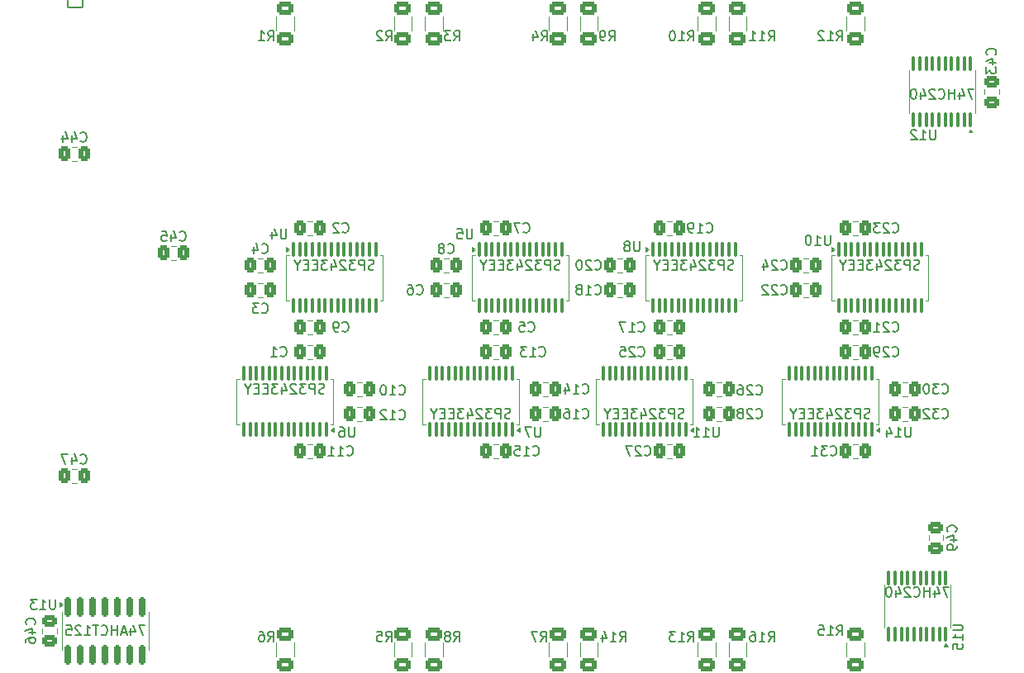
<source format=gbo>
G04 #@! TF.GenerationSoftware,KiCad,Pcbnew,8.0.4*
G04 #@! TF.CreationDate,2025-01-12T21:12:32-06:00*
G04 #@! TF.ProjectId,OctoCom,4f63746f-436f-46d2-9e6b-696361645f70,rev?*
G04 #@! TF.SameCoordinates,Original*
G04 #@! TF.FileFunction,Legend,Bot*
G04 #@! TF.FilePolarity,Positive*
%FSLAX46Y46*%
G04 Gerber Fmt 4.6, Leading zero omitted, Abs format (unit mm)*
G04 Created by KiCad (PCBNEW 8.0.4) date 2025-01-12 21:12:32*
%MOMM*%
%LPD*%
G01*
G04 APERTURE LIST*
G04 Aperture macros list*
%AMRoundRect*
0 Rectangle with rounded corners*
0 $1 Rounding radius*
0 $2 $3 $4 $5 $6 $7 $8 $9 X,Y pos of 4 corners*
0 Add a 4 corners polygon primitive as box body*
4,1,4,$2,$3,$4,$5,$6,$7,$8,$9,$2,$3,0*
0 Add four circle primitives for the rounded corners*
1,1,$1+$1,$2,$3*
1,1,$1+$1,$4,$5*
1,1,$1+$1,$6,$7*
1,1,$1+$1,$8,$9*
0 Add four rect primitives between the rounded corners*
20,1,$1+$1,$2,$3,$4,$5,0*
20,1,$1+$1,$4,$5,$6,$7,0*
20,1,$1+$1,$6,$7,$8,$9,0*
20,1,$1+$1,$8,$9,$2,$3,0*%
%AMHorizOval*
0 Thick line with rounded ends*
0 $1 width*
0 $2 $3 position (X,Y) of the first rounded end (center of the circle)*
0 $4 $5 position (X,Y) of the second rounded end (center of the circle)*
0 Add line between two ends*
20,1,$1,$2,$3,$4,$5,0*
0 Add two circle primitives to create the rounded ends*
1,1,$1,$2,$3*
1,1,$1,$4,$5*%
%AMRotRect*
0 Rectangle, with rotation*
0 The origin of the aperture is its center*
0 $1 length*
0 $2 width*
0 $3 Rotation angle, in degrees counterclockwise*
0 Add horizontal line*
21,1,$1,$2,0,0,$3*%
G04 Aperture macros list end*
%ADD10C,0.150000*%
%ADD11C,0.120000*%
%ADD12RoundRect,0.250000X0.475000X-0.337500X0.475000X0.337500X-0.475000X0.337500X-0.475000X-0.337500X0*%
%ADD13RoundRect,0.250000X-0.475000X0.337500X-0.475000X-0.337500X0.475000X-0.337500X0.475000X0.337500X0*%
%ADD14C,1.250000*%
%ADD15C,2.250000*%
%ADD16C,4.000000*%
%ADD17RoundRect,0.100000X0.100000X-0.637500X0.100000X0.637500X-0.100000X0.637500X-0.100000X-0.637500X0*%
%ADD18RoundRect,0.250000X0.625000X-0.400000X0.625000X0.400000X-0.625000X0.400000X-0.625000X-0.400000X0*%
%ADD19RoundRect,0.250000X-0.625000X0.400000X-0.625000X-0.400000X0.625000X-0.400000X0.625000X0.400000X0*%
%ADD20RotRect,1.700000X1.700000X45.000000*%
%ADD21HorizOval,1.700000X0.000000X0.000000X0.000000X0.000000X0*%
%ADD22RotRect,1.700000X1.700000X225.000000*%
%ADD23HorizOval,1.700000X0.000000X0.000000X0.000000X0.000000X0*%
%ADD24R,1.700000X1.700000*%
%ADD25O,1.700000X1.700000*%
%ADD26RoundRect,0.102000X0.754000X0.754000X-0.754000X0.754000X-0.754000X-0.754000X0.754000X-0.754000X0*%
%ADD27C,1.712000*%
%ADD28C,0.800000*%
%ADD29C,6.400000*%
%ADD30R,1.600000X1.600000*%
%ADD31C,1.600000*%
%ADD32O,1.600000X1.600000*%
%ADD33R,2.000000X2.000000*%
%ADD34C,2.000000*%
%ADD35RoundRect,0.100000X-0.100000X0.637500X-0.100000X-0.637500X0.100000X-0.637500X0.100000X0.637500X0*%
%ADD36RoundRect,0.250000X0.337500X0.475000X-0.337500X0.475000X-0.337500X-0.475000X0.337500X-0.475000X0*%
%ADD37RoundRect,0.250000X-0.337500X-0.475000X0.337500X-0.475000X0.337500X0.475000X-0.337500X0.475000X0*%
%ADD38RoundRect,0.150000X-0.150000X0.825000X-0.150000X-0.825000X0.150000X-0.825000X0.150000X0.825000X0*%
G04 APERTURE END LIST*
D10*
X172854579Y-102227142D02*
X172902199Y-102179523D01*
X172902199Y-102179523D02*
X172949818Y-102036666D01*
X172949818Y-102036666D02*
X172949818Y-101941428D01*
X172949818Y-101941428D02*
X172902199Y-101798571D01*
X172902199Y-101798571D02*
X172806960Y-101703333D01*
X172806960Y-101703333D02*
X172711722Y-101655714D01*
X172711722Y-101655714D02*
X172521246Y-101608095D01*
X172521246Y-101608095D02*
X172378389Y-101608095D01*
X172378389Y-101608095D02*
X172187913Y-101655714D01*
X172187913Y-101655714D02*
X172092675Y-101703333D01*
X172092675Y-101703333D02*
X171997437Y-101798571D01*
X171997437Y-101798571D02*
X171949818Y-101941428D01*
X171949818Y-101941428D02*
X171949818Y-102036666D01*
X171949818Y-102036666D02*
X171997437Y-102179523D01*
X171997437Y-102179523D02*
X172045056Y-102227142D01*
X172283151Y-103084285D02*
X172949818Y-103084285D01*
X171902199Y-102846190D02*
X172616484Y-102608095D01*
X172616484Y-102608095D02*
X172616484Y-103227142D01*
X172949818Y-103655714D02*
X172949818Y-103846190D01*
X172949818Y-103846190D02*
X172902199Y-103941428D01*
X172902199Y-103941428D02*
X172854579Y-103989047D01*
X172854579Y-103989047D02*
X172711722Y-104084285D01*
X172711722Y-104084285D02*
X172521246Y-104131904D01*
X172521246Y-104131904D02*
X172140294Y-104131904D01*
X172140294Y-104131904D02*
X172045056Y-104084285D01*
X172045056Y-104084285D02*
X171997437Y-104036666D01*
X171997437Y-104036666D02*
X171949818Y-103941428D01*
X171949818Y-103941428D02*
X171949818Y-103750952D01*
X171949818Y-103750952D02*
X171997437Y-103655714D01*
X171997437Y-103655714D02*
X172045056Y-103608095D01*
X172045056Y-103608095D02*
X172140294Y-103560476D01*
X172140294Y-103560476D02*
X172378389Y-103560476D01*
X172378389Y-103560476D02*
X172473627Y-103608095D01*
X172473627Y-103608095D02*
X172521246Y-103655714D01*
X172521246Y-103655714D02*
X172568865Y-103750952D01*
X172568865Y-103750952D02*
X172568865Y-103941428D01*
X172568865Y-103941428D02*
X172521246Y-104036666D01*
X172521246Y-104036666D02*
X172473627Y-104084285D01*
X172473627Y-104084285D02*
X172378389Y-104131904D01*
X176889580Y-53332142D02*
X176937200Y-53284523D01*
X176937200Y-53284523D02*
X176984819Y-53141666D01*
X176984819Y-53141666D02*
X176984819Y-53046428D01*
X176984819Y-53046428D02*
X176937200Y-52903571D01*
X176937200Y-52903571D02*
X176841961Y-52808333D01*
X176841961Y-52808333D02*
X176746723Y-52760714D01*
X176746723Y-52760714D02*
X176556247Y-52713095D01*
X176556247Y-52713095D02*
X176413390Y-52713095D01*
X176413390Y-52713095D02*
X176222914Y-52760714D01*
X176222914Y-52760714D02*
X176127676Y-52808333D01*
X176127676Y-52808333D02*
X176032438Y-52903571D01*
X176032438Y-52903571D02*
X175984819Y-53046428D01*
X175984819Y-53046428D02*
X175984819Y-53141666D01*
X175984819Y-53141666D02*
X176032438Y-53284523D01*
X176032438Y-53284523D02*
X176080057Y-53332142D01*
X176318152Y-54189285D02*
X176984819Y-54189285D01*
X175937200Y-53951190D02*
X176651485Y-53713095D01*
X176651485Y-53713095D02*
X176651485Y-54332142D01*
X175984819Y-54617857D02*
X175984819Y-55236904D01*
X175984819Y-55236904D02*
X176365771Y-54903571D01*
X176365771Y-54903571D02*
X176365771Y-55046428D01*
X176365771Y-55046428D02*
X176413390Y-55141666D01*
X176413390Y-55141666D02*
X176461009Y-55189285D01*
X176461009Y-55189285D02*
X176556247Y-55236904D01*
X176556247Y-55236904D02*
X176794342Y-55236904D01*
X176794342Y-55236904D02*
X176889580Y-55189285D01*
X176889580Y-55189285D02*
X176937200Y-55141666D01*
X176937200Y-55141666D02*
X176984819Y-55046428D01*
X176984819Y-55046428D02*
X176984819Y-54760714D01*
X176984819Y-54760714D02*
X176937200Y-54665476D01*
X176937200Y-54665476D02*
X176889580Y-54617857D01*
X172564818Y-111791905D02*
X173374341Y-111791905D01*
X173374341Y-111791905D02*
X173469579Y-111839524D01*
X173469579Y-111839524D02*
X173517199Y-111887143D01*
X173517199Y-111887143D02*
X173564818Y-111982381D01*
X173564818Y-111982381D02*
X173564818Y-112172857D01*
X173564818Y-112172857D02*
X173517199Y-112268095D01*
X173517199Y-112268095D02*
X173469579Y-112315714D01*
X173469579Y-112315714D02*
X173374341Y-112363333D01*
X173374341Y-112363333D02*
X172564818Y-112363333D01*
X173564818Y-113363333D02*
X173564818Y-112791905D01*
X173564818Y-113077619D02*
X172564818Y-113077619D01*
X172564818Y-113077619D02*
X172707675Y-112982381D01*
X172707675Y-112982381D02*
X172802913Y-112887143D01*
X172802913Y-112887143D02*
X172850532Y-112791905D01*
X172564818Y-114268095D02*
X172564818Y-113791905D01*
X172564818Y-113791905D02*
X173041008Y-113744286D01*
X173041008Y-113744286D02*
X172993389Y-113791905D01*
X172993389Y-113791905D02*
X172945770Y-113887143D01*
X172945770Y-113887143D02*
X172945770Y-114125238D01*
X172945770Y-114125238D02*
X172993389Y-114220476D01*
X172993389Y-114220476D02*
X173041008Y-114268095D01*
X173041008Y-114268095D02*
X173136246Y-114315714D01*
X173136246Y-114315714D02*
X173374341Y-114315714D01*
X173374341Y-114315714D02*
X173469579Y-114268095D01*
X173469579Y-114268095D02*
X173517199Y-114220476D01*
X173517199Y-114220476D02*
X173564818Y-114125238D01*
X173564818Y-114125238D02*
X173564818Y-113887143D01*
X173564818Y-113887143D02*
X173517199Y-113791905D01*
X173517199Y-113791905D02*
X173469579Y-113744286D01*
X172171904Y-107912819D02*
X171505238Y-107912819D01*
X171505238Y-107912819D02*
X171933809Y-108912819D01*
X170695714Y-108246152D02*
X170695714Y-108912819D01*
X170933809Y-107865200D02*
X171171904Y-108579485D01*
X171171904Y-108579485D02*
X170552857Y-108579485D01*
X170171904Y-108912819D02*
X170171904Y-107912819D01*
X170171904Y-108389009D02*
X169600476Y-108389009D01*
X169600476Y-108912819D02*
X169600476Y-107912819D01*
X168552857Y-108817580D02*
X168600476Y-108865200D01*
X168600476Y-108865200D02*
X168743333Y-108912819D01*
X168743333Y-108912819D02*
X168838571Y-108912819D01*
X168838571Y-108912819D02*
X168981428Y-108865200D01*
X168981428Y-108865200D02*
X169076666Y-108769961D01*
X169076666Y-108769961D02*
X169124285Y-108674723D01*
X169124285Y-108674723D02*
X169171904Y-108484247D01*
X169171904Y-108484247D02*
X169171904Y-108341390D01*
X169171904Y-108341390D02*
X169124285Y-108150914D01*
X169124285Y-108150914D02*
X169076666Y-108055676D01*
X169076666Y-108055676D02*
X168981428Y-107960438D01*
X168981428Y-107960438D02*
X168838571Y-107912819D01*
X168838571Y-107912819D02*
X168743333Y-107912819D01*
X168743333Y-107912819D02*
X168600476Y-107960438D01*
X168600476Y-107960438D02*
X168552857Y-108008057D01*
X168171904Y-108008057D02*
X168124285Y-107960438D01*
X168124285Y-107960438D02*
X168029047Y-107912819D01*
X168029047Y-107912819D02*
X167790952Y-107912819D01*
X167790952Y-107912819D02*
X167695714Y-107960438D01*
X167695714Y-107960438D02*
X167648095Y-108008057D01*
X167648095Y-108008057D02*
X167600476Y-108103295D01*
X167600476Y-108103295D02*
X167600476Y-108198533D01*
X167600476Y-108198533D02*
X167648095Y-108341390D01*
X167648095Y-108341390D02*
X168219523Y-108912819D01*
X168219523Y-108912819D02*
X167600476Y-108912819D01*
X166743333Y-108246152D02*
X166743333Y-108912819D01*
X166981428Y-107865200D02*
X167219523Y-108579485D01*
X167219523Y-108579485D02*
X166600476Y-108579485D01*
X166029047Y-107912819D02*
X165933809Y-107912819D01*
X165933809Y-107912819D02*
X165838571Y-107960438D01*
X165838571Y-107960438D02*
X165790952Y-108008057D01*
X165790952Y-108008057D02*
X165743333Y-108103295D01*
X165743333Y-108103295D02*
X165695714Y-108293771D01*
X165695714Y-108293771D02*
X165695714Y-108531866D01*
X165695714Y-108531866D02*
X165743333Y-108722342D01*
X165743333Y-108722342D02*
X165790952Y-108817580D01*
X165790952Y-108817580D02*
X165838571Y-108865200D01*
X165838571Y-108865200D02*
X165933809Y-108912819D01*
X165933809Y-108912819D02*
X166029047Y-108912819D01*
X166029047Y-108912819D02*
X166124285Y-108865200D01*
X166124285Y-108865200D02*
X166171904Y-108817580D01*
X166171904Y-108817580D02*
X166219523Y-108722342D01*
X166219523Y-108722342D02*
X166267142Y-108531866D01*
X166267142Y-108531866D02*
X166267142Y-108293771D01*
X166267142Y-108293771D02*
X166219523Y-108103295D01*
X166219523Y-108103295D02*
X166171904Y-108008057D01*
X166171904Y-108008057D02*
X166124285Y-107960438D01*
X166124285Y-107960438D02*
X166029047Y-107912819D01*
X170783094Y-61049819D02*
X170783094Y-61859342D01*
X170783094Y-61859342D02*
X170735475Y-61954580D01*
X170735475Y-61954580D02*
X170687856Y-62002200D01*
X170687856Y-62002200D02*
X170592618Y-62049819D01*
X170592618Y-62049819D02*
X170402142Y-62049819D01*
X170402142Y-62049819D02*
X170306904Y-62002200D01*
X170306904Y-62002200D02*
X170259285Y-61954580D01*
X170259285Y-61954580D02*
X170211666Y-61859342D01*
X170211666Y-61859342D02*
X170211666Y-61049819D01*
X169211666Y-62049819D02*
X169783094Y-62049819D01*
X169497380Y-62049819D02*
X169497380Y-61049819D01*
X169497380Y-61049819D02*
X169592618Y-61192676D01*
X169592618Y-61192676D02*
X169687856Y-61287914D01*
X169687856Y-61287914D02*
X169783094Y-61335533D01*
X168830713Y-61145057D02*
X168783094Y-61097438D01*
X168783094Y-61097438D02*
X168687856Y-61049819D01*
X168687856Y-61049819D02*
X168449761Y-61049819D01*
X168449761Y-61049819D02*
X168354523Y-61097438D01*
X168354523Y-61097438D02*
X168306904Y-61145057D01*
X168306904Y-61145057D02*
X168259285Y-61240295D01*
X168259285Y-61240295D02*
X168259285Y-61335533D01*
X168259285Y-61335533D02*
X168306904Y-61478390D01*
X168306904Y-61478390D02*
X168878332Y-62049819D01*
X168878332Y-62049819D02*
X168259285Y-62049819D01*
X174711904Y-56858819D02*
X174045238Y-56858819D01*
X174045238Y-56858819D02*
X174473809Y-57858819D01*
X173235714Y-57192152D02*
X173235714Y-57858819D01*
X173473809Y-56811200D02*
X173711904Y-57525485D01*
X173711904Y-57525485D02*
X173092857Y-57525485D01*
X172711904Y-57858819D02*
X172711904Y-56858819D01*
X172711904Y-57335009D02*
X172140476Y-57335009D01*
X172140476Y-57858819D02*
X172140476Y-56858819D01*
X171092857Y-57763580D02*
X171140476Y-57811200D01*
X171140476Y-57811200D02*
X171283333Y-57858819D01*
X171283333Y-57858819D02*
X171378571Y-57858819D01*
X171378571Y-57858819D02*
X171521428Y-57811200D01*
X171521428Y-57811200D02*
X171616666Y-57715961D01*
X171616666Y-57715961D02*
X171664285Y-57620723D01*
X171664285Y-57620723D02*
X171711904Y-57430247D01*
X171711904Y-57430247D02*
X171711904Y-57287390D01*
X171711904Y-57287390D02*
X171664285Y-57096914D01*
X171664285Y-57096914D02*
X171616666Y-57001676D01*
X171616666Y-57001676D02*
X171521428Y-56906438D01*
X171521428Y-56906438D02*
X171378571Y-56858819D01*
X171378571Y-56858819D02*
X171283333Y-56858819D01*
X171283333Y-56858819D02*
X171140476Y-56906438D01*
X171140476Y-56906438D02*
X171092857Y-56954057D01*
X170711904Y-56954057D02*
X170664285Y-56906438D01*
X170664285Y-56906438D02*
X170569047Y-56858819D01*
X170569047Y-56858819D02*
X170330952Y-56858819D01*
X170330952Y-56858819D02*
X170235714Y-56906438D01*
X170235714Y-56906438D02*
X170188095Y-56954057D01*
X170188095Y-56954057D02*
X170140476Y-57049295D01*
X170140476Y-57049295D02*
X170140476Y-57144533D01*
X170140476Y-57144533D02*
X170188095Y-57287390D01*
X170188095Y-57287390D02*
X170759523Y-57858819D01*
X170759523Y-57858819D02*
X170140476Y-57858819D01*
X169283333Y-57192152D02*
X169283333Y-57858819D01*
X169521428Y-56811200D02*
X169759523Y-57525485D01*
X169759523Y-57525485D02*
X169140476Y-57525485D01*
X168569047Y-56858819D02*
X168473809Y-56858819D01*
X168473809Y-56858819D02*
X168378571Y-56906438D01*
X168378571Y-56906438D02*
X168330952Y-56954057D01*
X168330952Y-56954057D02*
X168283333Y-57049295D01*
X168283333Y-57049295D02*
X168235714Y-57239771D01*
X168235714Y-57239771D02*
X168235714Y-57477866D01*
X168235714Y-57477866D02*
X168283333Y-57668342D01*
X168283333Y-57668342D02*
X168330952Y-57763580D01*
X168330952Y-57763580D02*
X168378571Y-57811200D01*
X168378571Y-57811200D02*
X168473809Y-57858819D01*
X168473809Y-57858819D02*
X168569047Y-57858819D01*
X168569047Y-57858819D02*
X168664285Y-57811200D01*
X168664285Y-57811200D02*
X168711904Y-57763580D01*
X168711904Y-57763580D02*
X168759523Y-57668342D01*
X168759523Y-57668342D02*
X168807142Y-57477866D01*
X168807142Y-57477866D02*
X168807142Y-57239771D01*
X168807142Y-57239771D02*
X168759523Y-57049295D01*
X168759523Y-57049295D02*
X168711904Y-56954057D01*
X168711904Y-56954057D02*
X168664285Y-56906438D01*
X168664285Y-56906438D02*
X168569047Y-56858819D01*
X153677857Y-113484819D02*
X154011190Y-113008628D01*
X154249285Y-113484819D02*
X154249285Y-112484819D01*
X154249285Y-112484819D02*
X153868333Y-112484819D01*
X153868333Y-112484819D02*
X153773095Y-112532438D01*
X153773095Y-112532438D02*
X153725476Y-112580057D01*
X153725476Y-112580057D02*
X153677857Y-112675295D01*
X153677857Y-112675295D02*
X153677857Y-112818152D01*
X153677857Y-112818152D02*
X153725476Y-112913390D01*
X153725476Y-112913390D02*
X153773095Y-112961009D01*
X153773095Y-112961009D02*
X153868333Y-113008628D01*
X153868333Y-113008628D02*
X154249285Y-113008628D01*
X152725476Y-113484819D02*
X153296904Y-113484819D01*
X153011190Y-113484819D02*
X153011190Y-112484819D01*
X153011190Y-112484819D02*
X153106428Y-112627676D01*
X153106428Y-112627676D02*
X153201666Y-112722914D01*
X153201666Y-112722914D02*
X153296904Y-112770533D01*
X151868333Y-112484819D02*
X152058809Y-112484819D01*
X152058809Y-112484819D02*
X152154047Y-112532438D01*
X152154047Y-112532438D02*
X152201666Y-112580057D01*
X152201666Y-112580057D02*
X152296904Y-112722914D01*
X152296904Y-112722914D02*
X152344523Y-112913390D01*
X152344523Y-112913390D02*
X152344523Y-113294342D01*
X152344523Y-113294342D02*
X152296904Y-113389580D01*
X152296904Y-113389580D02*
X152249285Y-113437200D01*
X152249285Y-113437200D02*
X152154047Y-113484819D01*
X152154047Y-113484819D02*
X151963571Y-113484819D01*
X151963571Y-113484819D02*
X151868333Y-113437200D01*
X151868333Y-113437200D02*
X151820714Y-113389580D01*
X151820714Y-113389580D02*
X151773095Y-113294342D01*
X151773095Y-113294342D02*
X151773095Y-113056247D01*
X151773095Y-113056247D02*
X151820714Y-112961009D01*
X151820714Y-112961009D02*
X151868333Y-112913390D01*
X151868333Y-112913390D02*
X151963571Y-112865771D01*
X151963571Y-112865771D02*
X152154047Y-112865771D01*
X152154047Y-112865771D02*
X152249285Y-112913390D01*
X152249285Y-112913390D02*
X152296904Y-112961009D01*
X152296904Y-112961009D02*
X152344523Y-113056247D01*
X160662857Y-112849819D02*
X160996190Y-112373628D01*
X161234285Y-112849819D02*
X161234285Y-111849819D01*
X161234285Y-111849819D02*
X160853333Y-111849819D01*
X160853333Y-111849819D02*
X160758095Y-111897438D01*
X160758095Y-111897438D02*
X160710476Y-111945057D01*
X160710476Y-111945057D02*
X160662857Y-112040295D01*
X160662857Y-112040295D02*
X160662857Y-112183152D01*
X160662857Y-112183152D02*
X160710476Y-112278390D01*
X160710476Y-112278390D02*
X160758095Y-112326009D01*
X160758095Y-112326009D02*
X160853333Y-112373628D01*
X160853333Y-112373628D02*
X161234285Y-112373628D01*
X159710476Y-112849819D02*
X160281904Y-112849819D01*
X159996190Y-112849819D02*
X159996190Y-111849819D01*
X159996190Y-111849819D02*
X160091428Y-111992676D01*
X160091428Y-111992676D02*
X160186666Y-112087914D01*
X160186666Y-112087914D02*
X160281904Y-112135533D01*
X158805714Y-111849819D02*
X159281904Y-111849819D01*
X159281904Y-111849819D02*
X159329523Y-112326009D01*
X159329523Y-112326009D02*
X159281904Y-112278390D01*
X159281904Y-112278390D02*
X159186666Y-112230771D01*
X159186666Y-112230771D02*
X158948571Y-112230771D01*
X158948571Y-112230771D02*
X158853333Y-112278390D01*
X158853333Y-112278390D02*
X158805714Y-112326009D01*
X158805714Y-112326009D02*
X158758095Y-112421247D01*
X158758095Y-112421247D02*
X158758095Y-112659342D01*
X158758095Y-112659342D02*
X158805714Y-112754580D01*
X158805714Y-112754580D02*
X158853333Y-112802200D01*
X158853333Y-112802200D02*
X158948571Y-112849819D01*
X158948571Y-112849819D02*
X159186666Y-112849819D01*
X159186666Y-112849819D02*
X159281904Y-112802200D01*
X159281904Y-112802200D02*
X159329523Y-112754580D01*
X138437857Y-113484819D02*
X138771190Y-113008628D01*
X139009285Y-113484819D02*
X139009285Y-112484819D01*
X139009285Y-112484819D02*
X138628333Y-112484819D01*
X138628333Y-112484819D02*
X138533095Y-112532438D01*
X138533095Y-112532438D02*
X138485476Y-112580057D01*
X138485476Y-112580057D02*
X138437857Y-112675295D01*
X138437857Y-112675295D02*
X138437857Y-112818152D01*
X138437857Y-112818152D02*
X138485476Y-112913390D01*
X138485476Y-112913390D02*
X138533095Y-112961009D01*
X138533095Y-112961009D02*
X138628333Y-113008628D01*
X138628333Y-113008628D02*
X139009285Y-113008628D01*
X137485476Y-113484819D02*
X138056904Y-113484819D01*
X137771190Y-113484819D02*
X137771190Y-112484819D01*
X137771190Y-112484819D02*
X137866428Y-112627676D01*
X137866428Y-112627676D02*
X137961666Y-112722914D01*
X137961666Y-112722914D02*
X138056904Y-112770533D01*
X136628333Y-112818152D02*
X136628333Y-113484819D01*
X136866428Y-112437200D02*
X137104523Y-113151485D01*
X137104523Y-113151485D02*
X136485476Y-113151485D01*
X145422857Y-113484819D02*
X145756190Y-113008628D01*
X145994285Y-113484819D02*
X145994285Y-112484819D01*
X145994285Y-112484819D02*
X145613333Y-112484819D01*
X145613333Y-112484819D02*
X145518095Y-112532438D01*
X145518095Y-112532438D02*
X145470476Y-112580057D01*
X145470476Y-112580057D02*
X145422857Y-112675295D01*
X145422857Y-112675295D02*
X145422857Y-112818152D01*
X145422857Y-112818152D02*
X145470476Y-112913390D01*
X145470476Y-112913390D02*
X145518095Y-112961009D01*
X145518095Y-112961009D02*
X145613333Y-113008628D01*
X145613333Y-113008628D02*
X145994285Y-113008628D01*
X144470476Y-113484819D02*
X145041904Y-113484819D01*
X144756190Y-113484819D02*
X144756190Y-112484819D01*
X144756190Y-112484819D02*
X144851428Y-112627676D01*
X144851428Y-112627676D02*
X144946666Y-112722914D01*
X144946666Y-112722914D02*
X145041904Y-112770533D01*
X144137142Y-112484819D02*
X143518095Y-112484819D01*
X143518095Y-112484819D02*
X143851428Y-112865771D01*
X143851428Y-112865771D02*
X143708571Y-112865771D01*
X143708571Y-112865771D02*
X143613333Y-112913390D01*
X143613333Y-112913390D02*
X143565714Y-112961009D01*
X143565714Y-112961009D02*
X143518095Y-113056247D01*
X143518095Y-113056247D02*
X143518095Y-113294342D01*
X143518095Y-113294342D02*
X143565714Y-113389580D01*
X143565714Y-113389580D02*
X143613333Y-113437200D01*
X143613333Y-113437200D02*
X143708571Y-113484819D01*
X143708571Y-113484819D02*
X143994285Y-113484819D01*
X143994285Y-113484819D02*
X144089523Y-113437200D01*
X144089523Y-113437200D02*
X144137142Y-113389580D01*
X160662857Y-51889819D02*
X160996190Y-51413628D01*
X161234285Y-51889819D02*
X161234285Y-50889819D01*
X161234285Y-50889819D02*
X160853333Y-50889819D01*
X160853333Y-50889819D02*
X160758095Y-50937438D01*
X160758095Y-50937438D02*
X160710476Y-50985057D01*
X160710476Y-50985057D02*
X160662857Y-51080295D01*
X160662857Y-51080295D02*
X160662857Y-51223152D01*
X160662857Y-51223152D02*
X160710476Y-51318390D01*
X160710476Y-51318390D02*
X160758095Y-51366009D01*
X160758095Y-51366009D02*
X160853333Y-51413628D01*
X160853333Y-51413628D02*
X161234285Y-51413628D01*
X159710476Y-51889819D02*
X160281904Y-51889819D01*
X159996190Y-51889819D02*
X159996190Y-50889819D01*
X159996190Y-50889819D02*
X160091428Y-51032676D01*
X160091428Y-51032676D02*
X160186666Y-51127914D01*
X160186666Y-51127914D02*
X160281904Y-51175533D01*
X159329523Y-50985057D02*
X159281904Y-50937438D01*
X159281904Y-50937438D02*
X159186666Y-50889819D01*
X159186666Y-50889819D02*
X158948571Y-50889819D01*
X158948571Y-50889819D02*
X158853333Y-50937438D01*
X158853333Y-50937438D02*
X158805714Y-50985057D01*
X158805714Y-50985057D02*
X158758095Y-51080295D01*
X158758095Y-51080295D02*
X158758095Y-51175533D01*
X158758095Y-51175533D02*
X158805714Y-51318390D01*
X158805714Y-51318390D02*
X159377142Y-51889819D01*
X159377142Y-51889819D02*
X158758095Y-51889819D01*
X153677857Y-51889819D02*
X154011190Y-51413628D01*
X154249285Y-51889819D02*
X154249285Y-50889819D01*
X154249285Y-50889819D02*
X153868333Y-50889819D01*
X153868333Y-50889819D02*
X153773095Y-50937438D01*
X153773095Y-50937438D02*
X153725476Y-50985057D01*
X153725476Y-50985057D02*
X153677857Y-51080295D01*
X153677857Y-51080295D02*
X153677857Y-51223152D01*
X153677857Y-51223152D02*
X153725476Y-51318390D01*
X153725476Y-51318390D02*
X153773095Y-51366009D01*
X153773095Y-51366009D02*
X153868333Y-51413628D01*
X153868333Y-51413628D02*
X154249285Y-51413628D01*
X152725476Y-51889819D02*
X153296904Y-51889819D01*
X153011190Y-51889819D02*
X153011190Y-50889819D01*
X153011190Y-50889819D02*
X153106428Y-51032676D01*
X153106428Y-51032676D02*
X153201666Y-51127914D01*
X153201666Y-51127914D02*
X153296904Y-51175533D01*
X151773095Y-51889819D02*
X152344523Y-51889819D01*
X152058809Y-51889819D02*
X152058809Y-50889819D01*
X152058809Y-50889819D02*
X152154047Y-51032676D01*
X152154047Y-51032676D02*
X152249285Y-51127914D01*
X152249285Y-51127914D02*
X152344523Y-51175533D01*
X145422857Y-51889819D02*
X145756190Y-51413628D01*
X145994285Y-51889819D02*
X145994285Y-50889819D01*
X145994285Y-50889819D02*
X145613333Y-50889819D01*
X145613333Y-50889819D02*
X145518095Y-50937438D01*
X145518095Y-50937438D02*
X145470476Y-50985057D01*
X145470476Y-50985057D02*
X145422857Y-51080295D01*
X145422857Y-51080295D02*
X145422857Y-51223152D01*
X145422857Y-51223152D02*
X145470476Y-51318390D01*
X145470476Y-51318390D02*
X145518095Y-51366009D01*
X145518095Y-51366009D02*
X145613333Y-51413628D01*
X145613333Y-51413628D02*
X145994285Y-51413628D01*
X144470476Y-51889819D02*
X145041904Y-51889819D01*
X144756190Y-51889819D02*
X144756190Y-50889819D01*
X144756190Y-50889819D02*
X144851428Y-51032676D01*
X144851428Y-51032676D02*
X144946666Y-51127914D01*
X144946666Y-51127914D02*
X145041904Y-51175533D01*
X143851428Y-50889819D02*
X143756190Y-50889819D01*
X143756190Y-50889819D02*
X143660952Y-50937438D01*
X143660952Y-50937438D02*
X143613333Y-50985057D01*
X143613333Y-50985057D02*
X143565714Y-51080295D01*
X143565714Y-51080295D02*
X143518095Y-51270771D01*
X143518095Y-51270771D02*
X143518095Y-51508866D01*
X143518095Y-51508866D02*
X143565714Y-51699342D01*
X143565714Y-51699342D02*
X143613333Y-51794580D01*
X143613333Y-51794580D02*
X143660952Y-51842200D01*
X143660952Y-51842200D02*
X143756190Y-51889819D01*
X143756190Y-51889819D02*
X143851428Y-51889819D01*
X143851428Y-51889819D02*
X143946666Y-51842200D01*
X143946666Y-51842200D02*
X143994285Y-51794580D01*
X143994285Y-51794580D02*
X144041904Y-51699342D01*
X144041904Y-51699342D02*
X144089523Y-51508866D01*
X144089523Y-51508866D02*
X144089523Y-51270771D01*
X144089523Y-51270771D02*
X144041904Y-51080295D01*
X144041904Y-51080295D02*
X143994285Y-50985057D01*
X143994285Y-50985057D02*
X143946666Y-50937438D01*
X143946666Y-50937438D02*
X143851428Y-50889819D01*
X137326666Y-51889819D02*
X137659999Y-51413628D01*
X137898094Y-51889819D02*
X137898094Y-50889819D01*
X137898094Y-50889819D02*
X137517142Y-50889819D01*
X137517142Y-50889819D02*
X137421904Y-50937438D01*
X137421904Y-50937438D02*
X137374285Y-50985057D01*
X137374285Y-50985057D02*
X137326666Y-51080295D01*
X137326666Y-51080295D02*
X137326666Y-51223152D01*
X137326666Y-51223152D02*
X137374285Y-51318390D01*
X137374285Y-51318390D02*
X137421904Y-51366009D01*
X137421904Y-51366009D02*
X137517142Y-51413628D01*
X137517142Y-51413628D02*
X137898094Y-51413628D01*
X136850475Y-51889819D02*
X136659999Y-51889819D01*
X136659999Y-51889819D02*
X136564761Y-51842200D01*
X136564761Y-51842200D02*
X136517142Y-51794580D01*
X136517142Y-51794580D02*
X136421904Y-51651723D01*
X136421904Y-51651723D02*
X136374285Y-51461247D01*
X136374285Y-51461247D02*
X136374285Y-51080295D01*
X136374285Y-51080295D02*
X136421904Y-50985057D01*
X136421904Y-50985057D02*
X136469523Y-50937438D01*
X136469523Y-50937438D02*
X136564761Y-50889819D01*
X136564761Y-50889819D02*
X136755237Y-50889819D01*
X136755237Y-50889819D02*
X136850475Y-50937438D01*
X136850475Y-50937438D02*
X136898094Y-50985057D01*
X136898094Y-50985057D02*
X136945713Y-51080295D01*
X136945713Y-51080295D02*
X136945713Y-51318390D01*
X136945713Y-51318390D02*
X136898094Y-51413628D01*
X136898094Y-51413628D02*
X136850475Y-51461247D01*
X136850475Y-51461247D02*
X136755237Y-51508866D01*
X136755237Y-51508866D02*
X136564761Y-51508866D01*
X136564761Y-51508866D02*
X136469523Y-51461247D01*
X136469523Y-51461247D02*
X136421904Y-51413628D01*
X136421904Y-51413628D02*
X136374285Y-51318390D01*
X121451666Y-113484819D02*
X121784999Y-113008628D01*
X122023094Y-113484819D02*
X122023094Y-112484819D01*
X122023094Y-112484819D02*
X121642142Y-112484819D01*
X121642142Y-112484819D02*
X121546904Y-112532438D01*
X121546904Y-112532438D02*
X121499285Y-112580057D01*
X121499285Y-112580057D02*
X121451666Y-112675295D01*
X121451666Y-112675295D02*
X121451666Y-112818152D01*
X121451666Y-112818152D02*
X121499285Y-112913390D01*
X121499285Y-112913390D02*
X121546904Y-112961009D01*
X121546904Y-112961009D02*
X121642142Y-113008628D01*
X121642142Y-113008628D02*
X122023094Y-113008628D01*
X120880237Y-112913390D02*
X120975475Y-112865771D01*
X120975475Y-112865771D02*
X121023094Y-112818152D01*
X121023094Y-112818152D02*
X121070713Y-112722914D01*
X121070713Y-112722914D02*
X121070713Y-112675295D01*
X121070713Y-112675295D02*
X121023094Y-112580057D01*
X121023094Y-112580057D02*
X120975475Y-112532438D01*
X120975475Y-112532438D02*
X120880237Y-112484819D01*
X120880237Y-112484819D02*
X120689761Y-112484819D01*
X120689761Y-112484819D02*
X120594523Y-112532438D01*
X120594523Y-112532438D02*
X120546904Y-112580057D01*
X120546904Y-112580057D02*
X120499285Y-112675295D01*
X120499285Y-112675295D02*
X120499285Y-112722914D01*
X120499285Y-112722914D02*
X120546904Y-112818152D01*
X120546904Y-112818152D02*
X120594523Y-112865771D01*
X120594523Y-112865771D02*
X120689761Y-112913390D01*
X120689761Y-112913390D02*
X120880237Y-112913390D01*
X120880237Y-112913390D02*
X120975475Y-112961009D01*
X120975475Y-112961009D02*
X121023094Y-113008628D01*
X121023094Y-113008628D02*
X121070713Y-113103866D01*
X121070713Y-113103866D02*
X121070713Y-113294342D01*
X121070713Y-113294342D02*
X121023094Y-113389580D01*
X121023094Y-113389580D02*
X120975475Y-113437200D01*
X120975475Y-113437200D02*
X120880237Y-113484819D01*
X120880237Y-113484819D02*
X120689761Y-113484819D01*
X120689761Y-113484819D02*
X120594523Y-113437200D01*
X120594523Y-113437200D02*
X120546904Y-113389580D01*
X120546904Y-113389580D02*
X120499285Y-113294342D01*
X120499285Y-113294342D02*
X120499285Y-113103866D01*
X120499285Y-113103866D02*
X120546904Y-113008628D01*
X120546904Y-113008628D02*
X120594523Y-112961009D01*
X120594523Y-112961009D02*
X120689761Y-112913390D01*
X130341666Y-113484819D02*
X130674999Y-113008628D01*
X130913094Y-113484819D02*
X130913094Y-112484819D01*
X130913094Y-112484819D02*
X130532142Y-112484819D01*
X130532142Y-112484819D02*
X130436904Y-112532438D01*
X130436904Y-112532438D02*
X130389285Y-112580057D01*
X130389285Y-112580057D02*
X130341666Y-112675295D01*
X130341666Y-112675295D02*
X130341666Y-112818152D01*
X130341666Y-112818152D02*
X130389285Y-112913390D01*
X130389285Y-112913390D02*
X130436904Y-112961009D01*
X130436904Y-112961009D02*
X130532142Y-113008628D01*
X130532142Y-113008628D02*
X130913094Y-113008628D01*
X130008332Y-112484819D02*
X129341666Y-112484819D01*
X129341666Y-112484819D02*
X129770237Y-113484819D01*
X102401666Y-113484819D02*
X102734999Y-113008628D01*
X102973094Y-113484819D02*
X102973094Y-112484819D01*
X102973094Y-112484819D02*
X102592142Y-112484819D01*
X102592142Y-112484819D02*
X102496904Y-112532438D01*
X102496904Y-112532438D02*
X102449285Y-112580057D01*
X102449285Y-112580057D02*
X102401666Y-112675295D01*
X102401666Y-112675295D02*
X102401666Y-112818152D01*
X102401666Y-112818152D02*
X102449285Y-112913390D01*
X102449285Y-112913390D02*
X102496904Y-112961009D01*
X102496904Y-112961009D02*
X102592142Y-113008628D01*
X102592142Y-113008628D02*
X102973094Y-113008628D01*
X101544523Y-112484819D02*
X101734999Y-112484819D01*
X101734999Y-112484819D02*
X101830237Y-112532438D01*
X101830237Y-112532438D02*
X101877856Y-112580057D01*
X101877856Y-112580057D02*
X101973094Y-112722914D01*
X101973094Y-112722914D02*
X102020713Y-112913390D01*
X102020713Y-112913390D02*
X102020713Y-113294342D01*
X102020713Y-113294342D02*
X101973094Y-113389580D01*
X101973094Y-113389580D02*
X101925475Y-113437200D01*
X101925475Y-113437200D02*
X101830237Y-113484819D01*
X101830237Y-113484819D02*
X101639761Y-113484819D01*
X101639761Y-113484819D02*
X101544523Y-113437200D01*
X101544523Y-113437200D02*
X101496904Y-113389580D01*
X101496904Y-113389580D02*
X101449285Y-113294342D01*
X101449285Y-113294342D02*
X101449285Y-113056247D01*
X101449285Y-113056247D02*
X101496904Y-112961009D01*
X101496904Y-112961009D02*
X101544523Y-112913390D01*
X101544523Y-112913390D02*
X101639761Y-112865771D01*
X101639761Y-112865771D02*
X101830237Y-112865771D01*
X101830237Y-112865771D02*
X101925475Y-112913390D01*
X101925475Y-112913390D02*
X101973094Y-112961009D01*
X101973094Y-112961009D02*
X102020713Y-113056247D01*
X114466666Y-113484819D02*
X114799999Y-113008628D01*
X115038094Y-113484819D02*
X115038094Y-112484819D01*
X115038094Y-112484819D02*
X114657142Y-112484819D01*
X114657142Y-112484819D02*
X114561904Y-112532438D01*
X114561904Y-112532438D02*
X114514285Y-112580057D01*
X114514285Y-112580057D02*
X114466666Y-112675295D01*
X114466666Y-112675295D02*
X114466666Y-112818152D01*
X114466666Y-112818152D02*
X114514285Y-112913390D01*
X114514285Y-112913390D02*
X114561904Y-112961009D01*
X114561904Y-112961009D02*
X114657142Y-113008628D01*
X114657142Y-113008628D02*
X115038094Y-113008628D01*
X113561904Y-112484819D02*
X114038094Y-112484819D01*
X114038094Y-112484819D02*
X114085713Y-112961009D01*
X114085713Y-112961009D02*
X114038094Y-112913390D01*
X114038094Y-112913390D02*
X113942856Y-112865771D01*
X113942856Y-112865771D02*
X113704761Y-112865771D01*
X113704761Y-112865771D02*
X113609523Y-112913390D01*
X113609523Y-112913390D02*
X113561904Y-112961009D01*
X113561904Y-112961009D02*
X113514285Y-113056247D01*
X113514285Y-113056247D02*
X113514285Y-113294342D01*
X113514285Y-113294342D02*
X113561904Y-113389580D01*
X113561904Y-113389580D02*
X113609523Y-113437200D01*
X113609523Y-113437200D02*
X113704761Y-113484819D01*
X113704761Y-113484819D02*
X113942856Y-113484819D01*
X113942856Y-113484819D02*
X114038094Y-113437200D01*
X114038094Y-113437200D02*
X114085713Y-113389580D01*
X130426666Y-51889819D02*
X130759999Y-51413628D01*
X130998094Y-51889819D02*
X130998094Y-50889819D01*
X130998094Y-50889819D02*
X130617142Y-50889819D01*
X130617142Y-50889819D02*
X130521904Y-50937438D01*
X130521904Y-50937438D02*
X130474285Y-50985057D01*
X130474285Y-50985057D02*
X130426666Y-51080295D01*
X130426666Y-51080295D02*
X130426666Y-51223152D01*
X130426666Y-51223152D02*
X130474285Y-51318390D01*
X130474285Y-51318390D02*
X130521904Y-51366009D01*
X130521904Y-51366009D02*
X130617142Y-51413628D01*
X130617142Y-51413628D02*
X130998094Y-51413628D01*
X129569523Y-51223152D02*
X129569523Y-51889819D01*
X129807618Y-50842200D02*
X130045713Y-51556485D01*
X130045713Y-51556485D02*
X129426666Y-51556485D01*
X121451666Y-51889819D02*
X121784999Y-51413628D01*
X122023094Y-51889819D02*
X122023094Y-50889819D01*
X122023094Y-50889819D02*
X121642142Y-50889819D01*
X121642142Y-50889819D02*
X121546904Y-50937438D01*
X121546904Y-50937438D02*
X121499285Y-50985057D01*
X121499285Y-50985057D02*
X121451666Y-51080295D01*
X121451666Y-51080295D02*
X121451666Y-51223152D01*
X121451666Y-51223152D02*
X121499285Y-51318390D01*
X121499285Y-51318390D02*
X121546904Y-51366009D01*
X121546904Y-51366009D02*
X121642142Y-51413628D01*
X121642142Y-51413628D02*
X122023094Y-51413628D01*
X121118332Y-50889819D02*
X120499285Y-50889819D01*
X120499285Y-50889819D02*
X120832618Y-51270771D01*
X120832618Y-51270771D02*
X120689761Y-51270771D01*
X120689761Y-51270771D02*
X120594523Y-51318390D01*
X120594523Y-51318390D02*
X120546904Y-51366009D01*
X120546904Y-51366009D02*
X120499285Y-51461247D01*
X120499285Y-51461247D02*
X120499285Y-51699342D01*
X120499285Y-51699342D02*
X120546904Y-51794580D01*
X120546904Y-51794580D02*
X120594523Y-51842200D01*
X120594523Y-51842200D02*
X120689761Y-51889819D01*
X120689761Y-51889819D02*
X120975475Y-51889819D01*
X120975475Y-51889819D02*
X121070713Y-51842200D01*
X121070713Y-51842200D02*
X121118332Y-51794580D01*
X114466666Y-51889819D02*
X114799999Y-51413628D01*
X115038094Y-51889819D02*
X115038094Y-50889819D01*
X115038094Y-50889819D02*
X114657142Y-50889819D01*
X114657142Y-50889819D02*
X114561904Y-50937438D01*
X114561904Y-50937438D02*
X114514285Y-50985057D01*
X114514285Y-50985057D02*
X114466666Y-51080295D01*
X114466666Y-51080295D02*
X114466666Y-51223152D01*
X114466666Y-51223152D02*
X114514285Y-51318390D01*
X114514285Y-51318390D02*
X114561904Y-51366009D01*
X114561904Y-51366009D02*
X114657142Y-51413628D01*
X114657142Y-51413628D02*
X115038094Y-51413628D01*
X114085713Y-50985057D02*
X114038094Y-50937438D01*
X114038094Y-50937438D02*
X113942856Y-50889819D01*
X113942856Y-50889819D02*
X113704761Y-50889819D01*
X113704761Y-50889819D02*
X113609523Y-50937438D01*
X113609523Y-50937438D02*
X113561904Y-50985057D01*
X113561904Y-50985057D02*
X113514285Y-51080295D01*
X113514285Y-51080295D02*
X113514285Y-51175533D01*
X113514285Y-51175533D02*
X113561904Y-51318390D01*
X113561904Y-51318390D02*
X114133332Y-51889819D01*
X114133332Y-51889819D02*
X113514285Y-51889819D01*
X102401666Y-51889819D02*
X102734999Y-51413628D01*
X102973094Y-51889819D02*
X102973094Y-50889819D01*
X102973094Y-50889819D02*
X102592142Y-50889819D01*
X102592142Y-50889819D02*
X102496904Y-50937438D01*
X102496904Y-50937438D02*
X102449285Y-50985057D01*
X102449285Y-50985057D02*
X102401666Y-51080295D01*
X102401666Y-51080295D02*
X102401666Y-51223152D01*
X102401666Y-51223152D02*
X102449285Y-51318390D01*
X102449285Y-51318390D02*
X102496904Y-51366009D01*
X102496904Y-51366009D02*
X102592142Y-51413628D01*
X102592142Y-51413628D02*
X102973094Y-51413628D01*
X101449285Y-51889819D02*
X102020713Y-51889819D01*
X101734999Y-51889819D02*
X101734999Y-50889819D01*
X101734999Y-50889819D02*
X101830237Y-51032676D01*
X101830237Y-51032676D02*
X101925475Y-51127914D01*
X101925475Y-51127914D02*
X102020713Y-51175533D01*
X104266904Y-71209819D02*
X104266904Y-72019342D01*
X104266904Y-72019342D02*
X104219285Y-72114580D01*
X104219285Y-72114580D02*
X104171666Y-72162200D01*
X104171666Y-72162200D02*
X104076428Y-72209819D01*
X104076428Y-72209819D02*
X103885952Y-72209819D01*
X103885952Y-72209819D02*
X103790714Y-72162200D01*
X103790714Y-72162200D02*
X103743095Y-72114580D01*
X103743095Y-72114580D02*
X103695476Y-72019342D01*
X103695476Y-72019342D02*
X103695476Y-71209819D01*
X102790714Y-71543152D02*
X102790714Y-72209819D01*
X103028809Y-71162200D02*
X103266904Y-71876485D01*
X103266904Y-71876485D02*
X102647857Y-71876485D01*
X113243809Y-75337200D02*
X113100952Y-75384819D01*
X113100952Y-75384819D02*
X112862857Y-75384819D01*
X112862857Y-75384819D02*
X112767619Y-75337200D01*
X112767619Y-75337200D02*
X112720000Y-75289580D01*
X112720000Y-75289580D02*
X112672381Y-75194342D01*
X112672381Y-75194342D02*
X112672381Y-75099104D01*
X112672381Y-75099104D02*
X112720000Y-75003866D01*
X112720000Y-75003866D02*
X112767619Y-74956247D01*
X112767619Y-74956247D02*
X112862857Y-74908628D01*
X112862857Y-74908628D02*
X113053333Y-74861009D01*
X113053333Y-74861009D02*
X113148571Y-74813390D01*
X113148571Y-74813390D02*
X113196190Y-74765771D01*
X113196190Y-74765771D02*
X113243809Y-74670533D01*
X113243809Y-74670533D02*
X113243809Y-74575295D01*
X113243809Y-74575295D02*
X113196190Y-74480057D01*
X113196190Y-74480057D02*
X113148571Y-74432438D01*
X113148571Y-74432438D02*
X113053333Y-74384819D01*
X113053333Y-74384819D02*
X112815238Y-74384819D01*
X112815238Y-74384819D02*
X112672381Y-74432438D01*
X112243809Y-75384819D02*
X112243809Y-74384819D01*
X112243809Y-74384819D02*
X111862857Y-74384819D01*
X111862857Y-74384819D02*
X111767619Y-74432438D01*
X111767619Y-74432438D02*
X111720000Y-74480057D01*
X111720000Y-74480057D02*
X111672381Y-74575295D01*
X111672381Y-74575295D02*
X111672381Y-74718152D01*
X111672381Y-74718152D02*
X111720000Y-74813390D01*
X111720000Y-74813390D02*
X111767619Y-74861009D01*
X111767619Y-74861009D02*
X111862857Y-74908628D01*
X111862857Y-74908628D02*
X112243809Y-74908628D01*
X111339047Y-74384819D02*
X110720000Y-74384819D01*
X110720000Y-74384819D02*
X111053333Y-74765771D01*
X111053333Y-74765771D02*
X110910476Y-74765771D01*
X110910476Y-74765771D02*
X110815238Y-74813390D01*
X110815238Y-74813390D02*
X110767619Y-74861009D01*
X110767619Y-74861009D02*
X110720000Y-74956247D01*
X110720000Y-74956247D02*
X110720000Y-75194342D01*
X110720000Y-75194342D02*
X110767619Y-75289580D01*
X110767619Y-75289580D02*
X110815238Y-75337200D01*
X110815238Y-75337200D02*
X110910476Y-75384819D01*
X110910476Y-75384819D02*
X111196190Y-75384819D01*
X111196190Y-75384819D02*
X111291428Y-75337200D01*
X111291428Y-75337200D02*
X111339047Y-75289580D01*
X110339047Y-74480057D02*
X110291428Y-74432438D01*
X110291428Y-74432438D02*
X110196190Y-74384819D01*
X110196190Y-74384819D02*
X109958095Y-74384819D01*
X109958095Y-74384819D02*
X109862857Y-74432438D01*
X109862857Y-74432438D02*
X109815238Y-74480057D01*
X109815238Y-74480057D02*
X109767619Y-74575295D01*
X109767619Y-74575295D02*
X109767619Y-74670533D01*
X109767619Y-74670533D02*
X109815238Y-74813390D01*
X109815238Y-74813390D02*
X110386666Y-75384819D01*
X110386666Y-75384819D02*
X109767619Y-75384819D01*
X108910476Y-74718152D02*
X108910476Y-75384819D01*
X109148571Y-74337200D02*
X109386666Y-75051485D01*
X109386666Y-75051485D02*
X108767619Y-75051485D01*
X108481904Y-74384819D02*
X107862857Y-74384819D01*
X107862857Y-74384819D02*
X108196190Y-74765771D01*
X108196190Y-74765771D02*
X108053333Y-74765771D01*
X108053333Y-74765771D02*
X107958095Y-74813390D01*
X107958095Y-74813390D02*
X107910476Y-74861009D01*
X107910476Y-74861009D02*
X107862857Y-74956247D01*
X107862857Y-74956247D02*
X107862857Y-75194342D01*
X107862857Y-75194342D02*
X107910476Y-75289580D01*
X107910476Y-75289580D02*
X107958095Y-75337200D01*
X107958095Y-75337200D02*
X108053333Y-75384819D01*
X108053333Y-75384819D02*
X108339047Y-75384819D01*
X108339047Y-75384819D02*
X108434285Y-75337200D01*
X108434285Y-75337200D02*
X108481904Y-75289580D01*
X107434285Y-74861009D02*
X107100952Y-74861009D01*
X106958095Y-75384819D02*
X107434285Y-75384819D01*
X107434285Y-75384819D02*
X107434285Y-74384819D01*
X107434285Y-74384819D02*
X106958095Y-74384819D01*
X106529523Y-74861009D02*
X106196190Y-74861009D01*
X106053333Y-75384819D02*
X106529523Y-75384819D01*
X106529523Y-75384819D02*
X106529523Y-74384819D01*
X106529523Y-74384819D02*
X106053333Y-74384819D01*
X105434285Y-74908628D02*
X105434285Y-75384819D01*
X105767618Y-74384819D02*
X105434285Y-74908628D01*
X105434285Y-74908628D02*
X105100952Y-74384819D01*
X120816666Y-73609581D02*
X120864285Y-73657201D01*
X120864285Y-73657201D02*
X121007142Y-73704820D01*
X121007142Y-73704820D02*
X121102380Y-73704820D01*
X121102380Y-73704820D02*
X121245237Y-73657201D01*
X121245237Y-73657201D02*
X121340475Y-73561962D01*
X121340475Y-73561962D02*
X121388094Y-73466724D01*
X121388094Y-73466724D02*
X121435713Y-73276248D01*
X121435713Y-73276248D02*
X121435713Y-73133391D01*
X121435713Y-73133391D02*
X121388094Y-72942915D01*
X121388094Y-72942915D02*
X121340475Y-72847677D01*
X121340475Y-72847677D02*
X121245237Y-72752439D01*
X121245237Y-72752439D02*
X121102380Y-72704820D01*
X121102380Y-72704820D02*
X121007142Y-72704820D01*
X121007142Y-72704820D02*
X120864285Y-72752439D01*
X120864285Y-72752439D02*
X120816666Y-72800058D01*
X120245237Y-73133391D02*
X120340475Y-73085772D01*
X120340475Y-73085772D02*
X120388094Y-73038153D01*
X120388094Y-73038153D02*
X120435713Y-72942915D01*
X120435713Y-72942915D02*
X120435713Y-72895296D01*
X120435713Y-72895296D02*
X120388094Y-72800058D01*
X120388094Y-72800058D02*
X120340475Y-72752439D01*
X120340475Y-72752439D02*
X120245237Y-72704820D01*
X120245237Y-72704820D02*
X120054761Y-72704820D01*
X120054761Y-72704820D02*
X119959523Y-72752439D01*
X119959523Y-72752439D02*
X119911904Y-72800058D01*
X119911904Y-72800058D02*
X119864285Y-72895296D01*
X119864285Y-72895296D02*
X119864285Y-72942915D01*
X119864285Y-72942915D02*
X119911904Y-73038153D01*
X119911904Y-73038153D02*
X119959523Y-73085772D01*
X119959523Y-73085772D02*
X120054761Y-73133391D01*
X120054761Y-73133391D02*
X120245237Y-73133391D01*
X120245237Y-73133391D02*
X120340475Y-73181010D01*
X120340475Y-73181010D02*
X120388094Y-73228629D01*
X120388094Y-73228629D02*
X120435713Y-73323867D01*
X120435713Y-73323867D02*
X120435713Y-73514343D01*
X120435713Y-73514343D02*
X120388094Y-73609581D01*
X120388094Y-73609581D02*
X120340475Y-73657201D01*
X120340475Y-73657201D02*
X120245237Y-73704820D01*
X120245237Y-73704820D02*
X120054761Y-73704820D01*
X120054761Y-73704820D02*
X119959523Y-73657201D01*
X119959523Y-73657201D02*
X119911904Y-73609581D01*
X119911904Y-73609581D02*
X119864285Y-73514343D01*
X119864285Y-73514343D02*
X119864285Y-73323867D01*
X119864285Y-73323867D02*
X119911904Y-73228629D01*
X119911904Y-73228629D02*
X119959523Y-73181010D01*
X119959523Y-73181010D02*
X120054761Y-73133391D01*
X110021666Y-81639580D02*
X110069285Y-81687200D01*
X110069285Y-81687200D02*
X110212142Y-81734819D01*
X110212142Y-81734819D02*
X110307380Y-81734819D01*
X110307380Y-81734819D02*
X110450237Y-81687200D01*
X110450237Y-81687200D02*
X110545475Y-81591961D01*
X110545475Y-81591961D02*
X110593094Y-81496723D01*
X110593094Y-81496723D02*
X110640713Y-81306247D01*
X110640713Y-81306247D02*
X110640713Y-81163390D01*
X110640713Y-81163390D02*
X110593094Y-80972914D01*
X110593094Y-80972914D02*
X110545475Y-80877676D01*
X110545475Y-80877676D02*
X110450237Y-80782438D01*
X110450237Y-80782438D02*
X110307380Y-80734819D01*
X110307380Y-80734819D02*
X110212142Y-80734819D01*
X110212142Y-80734819D02*
X110069285Y-80782438D01*
X110069285Y-80782438D02*
X110021666Y-80830057D01*
X109545475Y-81734819D02*
X109354999Y-81734819D01*
X109354999Y-81734819D02*
X109259761Y-81687200D01*
X109259761Y-81687200D02*
X109212142Y-81639580D01*
X109212142Y-81639580D02*
X109116904Y-81496723D01*
X109116904Y-81496723D02*
X109069285Y-81306247D01*
X109069285Y-81306247D02*
X109069285Y-80925295D01*
X109069285Y-80925295D02*
X109116904Y-80830057D01*
X109116904Y-80830057D02*
X109164523Y-80782438D01*
X109164523Y-80782438D02*
X109259761Y-80734819D01*
X109259761Y-80734819D02*
X109450237Y-80734819D01*
X109450237Y-80734819D02*
X109545475Y-80782438D01*
X109545475Y-80782438D02*
X109593094Y-80830057D01*
X109593094Y-80830057D02*
X109640713Y-80925295D01*
X109640713Y-80925295D02*
X109640713Y-81163390D01*
X109640713Y-81163390D02*
X109593094Y-81258628D01*
X109593094Y-81258628D02*
X109545475Y-81306247D01*
X109545475Y-81306247D02*
X109450237Y-81353866D01*
X109450237Y-81353866D02*
X109259761Y-81353866D01*
X109259761Y-81353866D02*
X109164523Y-81306247D01*
X109164523Y-81306247D02*
X109116904Y-81258628D01*
X109116904Y-81258628D02*
X109069285Y-81163390D01*
X115831857Y-90656580D02*
X115879476Y-90704200D01*
X115879476Y-90704200D02*
X116022333Y-90751819D01*
X116022333Y-90751819D02*
X116117571Y-90751819D01*
X116117571Y-90751819D02*
X116260428Y-90704200D01*
X116260428Y-90704200D02*
X116355666Y-90608961D01*
X116355666Y-90608961D02*
X116403285Y-90513723D01*
X116403285Y-90513723D02*
X116450904Y-90323247D01*
X116450904Y-90323247D02*
X116450904Y-90180390D01*
X116450904Y-90180390D02*
X116403285Y-89989914D01*
X116403285Y-89989914D02*
X116355666Y-89894676D01*
X116355666Y-89894676D02*
X116260428Y-89799438D01*
X116260428Y-89799438D02*
X116117571Y-89751819D01*
X116117571Y-89751819D02*
X116022333Y-89751819D01*
X116022333Y-89751819D02*
X115879476Y-89799438D01*
X115879476Y-89799438D02*
X115831857Y-89847057D01*
X114879476Y-90751819D02*
X115450904Y-90751819D01*
X115165190Y-90751819D02*
X115165190Y-89751819D01*
X115165190Y-89751819D02*
X115260428Y-89894676D01*
X115260428Y-89894676D02*
X115355666Y-89989914D01*
X115355666Y-89989914D02*
X115450904Y-90037533D01*
X114498523Y-89847057D02*
X114450904Y-89799438D01*
X114450904Y-89799438D02*
X114355666Y-89751819D01*
X114355666Y-89751819D02*
X114117571Y-89751819D01*
X114117571Y-89751819D02*
X114022333Y-89799438D01*
X114022333Y-89799438D02*
X113974714Y-89847057D01*
X113974714Y-89847057D02*
X113927095Y-89942295D01*
X113927095Y-89942295D02*
X113927095Y-90037533D01*
X113927095Y-90037533D02*
X113974714Y-90180390D01*
X113974714Y-90180390D02*
X114546142Y-90751819D01*
X114546142Y-90751819D02*
X113927095Y-90751819D01*
X135897857Y-77829580D02*
X135945476Y-77877200D01*
X135945476Y-77877200D02*
X136088333Y-77924819D01*
X136088333Y-77924819D02*
X136183571Y-77924819D01*
X136183571Y-77924819D02*
X136326428Y-77877200D01*
X136326428Y-77877200D02*
X136421666Y-77781961D01*
X136421666Y-77781961D02*
X136469285Y-77686723D01*
X136469285Y-77686723D02*
X136516904Y-77496247D01*
X136516904Y-77496247D02*
X136516904Y-77353390D01*
X136516904Y-77353390D02*
X136469285Y-77162914D01*
X136469285Y-77162914D02*
X136421666Y-77067676D01*
X136421666Y-77067676D02*
X136326428Y-76972438D01*
X136326428Y-76972438D02*
X136183571Y-76924819D01*
X136183571Y-76924819D02*
X136088333Y-76924819D01*
X136088333Y-76924819D02*
X135945476Y-76972438D01*
X135945476Y-76972438D02*
X135897857Y-77020057D01*
X134945476Y-77924819D02*
X135516904Y-77924819D01*
X135231190Y-77924819D02*
X135231190Y-76924819D01*
X135231190Y-76924819D02*
X135326428Y-77067676D01*
X135326428Y-77067676D02*
X135421666Y-77162914D01*
X135421666Y-77162914D02*
X135516904Y-77210533D01*
X134374047Y-77353390D02*
X134469285Y-77305771D01*
X134469285Y-77305771D02*
X134516904Y-77258152D01*
X134516904Y-77258152D02*
X134564523Y-77162914D01*
X134564523Y-77162914D02*
X134564523Y-77115295D01*
X134564523Y-77115295D02*
X134516904Y-77020057D01*
X134516904Y-77020057D02*
X134469285Y-76972438D01*
X134469285Y-76972438D02*
X134374047Y-76924819D01*
X134374047Y-76924819D02*
X134183571Y-76924819D01*
X134183571Y-76924819D02*
X134088333Y-76972438D01*
X134088333Y-76972438D02*
X134040714Y-77020057D01*
X134040714Y-77020057D02*
X133993095Y-77115295D01*
X133993095Y-77115295D02*
X133993095Y-77162914D01*
X133993095Y-77162914D02*
X134040714Y-77258152D01*
X134040714Y-77258152D02*
X134088333Y-77305771D01*
X134088333Y-77305771D02*
X134183571Y-77353390D01*
X134183571Y-77353390D02*
X134374047Y-77353390D01*
X134374047Y-77353390D02*
X134469285Y-77401009D01*
X134469285Y-77401009D02*
X134516904Y-77448628D01*
X134516904Y-77448628D02*
X134564523Y-77543866D01*
X134564523Y-77543866D02*
X134564523Y-77734342D01*
X134564523Y-77734342D02*
X134516904Y-77829580D01*
X134516904Y-77829580D02*
X134469285Y-77877200D01*
X134469285Y-77877200D02*
X134374047Y-77924819D01*
X134374047Y-77924819D02*
X134183571Y-77924819D01*
X134183571Y-77924819D02*
X134088333Y-77877200D01*
X134088333Y-77877200D02*
X134040714Y-77829580D01*
X134040714Y-77829580D02*
X133993095Y-77734342D01*
X133993095Y-77734342D02*
X133993095Y-77543866D01*
X133993095Y-77543866D02*
X134040714Y-77448628D01*
X134040714Y-77448628D02*
X134088333Y-77401009D01*
X134088333Y-77401009D02*
X134183571Y-77353390D01*
X166377857Y-84179580D02*
X166425476Y-84227200D01*
X166425476Y-84227200D02*
X166568333Y-84274819D01*
X166568333Y-84274819D02*
X166663571Y-84274819D01*
X166663571Y-84274819D02*
X166806428Y-84227200D01*
X166806428Y-84227200D02*
X166901666Y-84131961D01*
X166901666Y-84131961D02*
X166949285Y-84036723D01*
X166949285Y-84036723D02*
X166996904Y-83846247D01*
X166996904Y-83846247D02*
X166996904Y-83703390D01*
X166996904Y-83703390D02*
X166949285Y-83512914D01*
X166949285Y-83512914D02*
X166901666Y-83417676D01*
X166901666Y-83417676D02*
X166806428Y-83322438D01*
X166806428Y-83322438D02*
X166663571Y-83274819D01*
X166663571Y-83274819D02*
X166568333Y-83274819D01*
X166568333Y-83274819D02*
X166425476Y-83322438D01*
X166425476Y-83322438D02*
X166377857Y-83370057D01*
X165996904Y-83370057D02*
X165949285Y-83322438D01*
X165949285Y-83322438D02*
X165854047Y-83274819D01*
X165854047Y-83274819D02*
X165615952Y-83274819D01*
X165615952Y-83274819D02*
X165520714Y-83322438D01*
X165520714Y-83322438D02*
X165473095Y-83370057D01*
X165473095Y-83370057D02*
X165425476Y-83465295D01*
X165425476Y-83465295D02*
X165425476Y-83560533D01*
X165425476Y-83560533D02*
X165473095Y-83703390D01*
X165473095Y-83703390D02*
X166044523Y-84274819D01*
X166044523Y-84274819D02*
X165425476Y-84274819D01*
X164949285Y-84274819D02*
X164758809Y-84274819D01*
X164758809Y-84274819D02*
X164663571Y-84227200D01*
X164663571Y-84227200D02*
X164615952Y-84179580D01*
X164615952Y-84179580D02*
X164520714Y-84036723D01*
X164520714Y-84036723D02*
X164473095Y-83846247D01*
X164473095Y-83846247D02*
X164473095Y-83465295D01*
X164473095Y-83465295D02*
X164520714Y-83370057D01*
X164520714Y-83370057D02*
X164568333Y-83322438D01*
X164568333Y-83322438D02*
X164663571Y-83274819D01*
X164663571Y-83274819D02*
X164854047Y-83274819D01*
X164854047Y-83274819D02*
X164949285Y-83322438D01*
X164949285Y-83322438D02*
X164996904Y-83370057D01*
X164996904Y-83370057D02*
X165044523Y-83465295D01*
X165044523Y-83465295D02*
X165044523Y-83703390D01*
X165044523Y-83703390D02*
X164996904Y-83798628D01*
X164996904Y-83798628D02*
X164949285Y-83846247D01*
X164949285Y-83846247D02*
X164854047Y-83893866D01*
X164854047Y-83893866D02*
X164663571Y-83893866D01*
X164663571Y-83893866D02*
X164568333Y-83846247D01*
X164568333Y-83846247D02*
X164520714Y-83798628D01*
X164520714Y-83798628D02*
X164473095Y-83703390D01*
X154947857Y-75289580D02*
X154995476Y-75337200D01*
X154995476Y-75337200D02*
X155138333Y-75384819D01*
X155138333Y-75384819D02*
X155233571Y-75384819D01*
X155233571Y-75384819D02*
X155376428Y-75337200D01*
X155376428Y-75337200D02*
X155471666Y-75241961D01*
X155471666Y-75241961D02*
X155519285Y-75146723D01*
X155519285Y-75146723D02*
X155566904Y-74956247D01*
X155566904Y-74956247D02*
X155566904Y-74813390D01*
X155566904Y-74813390D02*
X155519285Y-74622914D01*
X155519285Y-74622914D02*
X155471666Y-74527676D01*
X155471666Y-74527676D02*
X155376428Y-74432438D01*
X155376428Y-74432438D02*
X155233571Y-74384819D01*
X155233571Y-74384819D02*
X155138333Y-74384819D01*
X155138333Y-74384819D02*
X154995476Y-74432438D01*
X154995476Y-74432438D02*
X154947857Y-74480057D01*
X154566904Y-74480057D02*
X154519285Y-74432438D01*
X154519285Y-74432438D02*
X154424047Y-74384819D01*
X154424047Y-74384819D02*
X154185952Y-74384819D01*
X154185952Y-74384819D02*
X154090714Y-74432438D01*
X154090714Y-74432438D02*
X154043095Y-74480057D01*
X154043095Y-74480057D02*
X153995476Y-74575295D01*
X153995476Y-74575295D02*
X153995476Y-74670533D01*
X153995476Y-74670533D02*
X154043095Y-74813390D01*
X154043095Y-74813390D02*
X154614523Y-75384819D01*
X154614523Y-75384819D02*
X153995476Y-75384819D01*
X153138333Y-74718152D02*
X153138333Y-75384819D01*
X153376428Y-74337200D02*
X153614523Y-75051485D01*
X153614523Y-75051485D02*
X152995476Y-75051485D01*
X152407857Y-88116580D02*
X152455476Y-88164200D01*
X152455476Y-88164200D02*
X152598333Y-88211819D01*
X152598333Y-88211819D02*
X152693571Y-88211819D01*
X152693571Y-88211819D02*
X152836428Y-88164200D01*
X152836428Y-88164200D02*
X152931666Y-88068961D01*
X152931666Y-88068961D02*
X152979285Y-87973723D01*
X152979285Y-87973723D02*
X153026904Y-87783247D01*
X153026904Y-87783247D02*
X153026904Y-87640390D01*
X153026904Y-87640390D02*
X152979285Y-87449914D01*
X152979285Y-87449914D02*
X152931666Y-87354676D01*
X152931666Y-87354676D02*
X152836428Y-87259438D01*
X152836428Y-87259438D02*
X152693571Y-87211819D01*
X152693571Y-87211819D02*
X152598333Y-87211819D01*
X152598333Y-87211819D02*
X152455476Y-87259438D01*
X152455476Y-87259438D02*
X152407857Y-87307057D01*
X152026904Y-87307057D02*
X151979285Y-87259438D01*
X151979285Y-87259438D02*
X151884047Y-87211819D01*
X151884047Y-87211819D02*
X151645952Y-87211819D01*
X151645952Y-87211819D02*
X151550714Y-87259438D01*
X151550714Y-87259438D02*
X151503095Y-87307057D01*
X151503095Y-87307057D02*
X151455476Y-87402295D01*
X151455476Y-87402295D02*
X151455476Y-87497533D01*
X151455476Y-87497533D02*
X151503095Y-87640390D01*
X151503095Y-87640390D02*
X152074523Y-88211819D01*
X152074523Y-88211819D02*
X151455476Y-88211819D01*
X150598333Y-87211819D02*
X150788809Y-87211819D01*
X150788809Y-87211819D02*
X150884047Y-87259438D01*
X150884047Y-87259438D02*
X150931666Y-87307057D01*
X150931666Y-87307057D02*
X151026904Y-87449914D01*
X151026904Y-87449914D02*
X151074523Y-87640390D01*
X151074523Y-87640390D02*
X151074523Y-88021342D01*
X151074523Y-88021342D02*
X151026904Y-88116580D01*
X151026904Y-88116580D02*
X150979285Y-88164200D01*
X150979285Y-88164200D02*
X150884047Y-88211819D01*
X150884047Y-88211819D02*
X150693571Y-88211819D01*
X150693571Y-88211819D02*
X150598333Y-88164200D01*
X150598333Y-88164200D02*
X150550714Y-88116580D01*
X150550714Y-88116580D02*
X150503095Y-88021342D01*
X150503095Y-88021342D02*
X150503095Y-87783247D01*
X150503095Y-87783247D02*
X150550714Y-87688009D01*
X150550714Y-87688009D02*
X150598333Y-87640390D01*
X150598333Y-87640390D02*
X150693571Y-87592771D01*
X150693571Y-87592771D02*
X150884047Y-87592771D01*
X150884047Y-87592771D02*
X150979285Y-87640390D01*
X150979285Y-87640390D02*
X151026904Y-87688009D01*
X151026904Y-87688009D02*
X151074523Y-87783247D01*
X117641666Y-77829580D02*
X117689285Y-77877200D01*
X117689285Y-77877200D02*
X117832142Y-77924819D01*
X117832142Y-77924819D02*
X117927380Y-77924819D01*
X117927380Y-77924819D02*
X118070237Y-77877200D01*
X118070237Y-77877200D02*
X118165475Y-77781961D01*
X118165475Y-77781961D02*
X118213094Y-77686723D01*
X118213094Y-77686723D02*
X118260713Y-77496247D01*
X118260713Y-77496247D02*
X118260713Y-77353390D01*
X118260713Y-77353390D02*
X118213094Y-77162914D01*
X118213094Y-77162914D02*
X118165475Y-77067676D01*
X118165475Y-77067676D02*
X118070237Y-76972438D01*
X118070237Y-76972438D02*
X117927380Y-76924819D01*
X117927380Y-76924819D02*
X117832142Y-76924819D01*
X117832142Y-76924819D02*
X117689285Y-76972438D01*
X117689285Y-76972438D02*
X117641666Y-77020057D01*
X116784523Y-76924819D02*
X116974999Y-76924819D01*
X116974999Y-76924819D02*
X117070237Y-76972438D01*
X117070237Y-76972438D02*
X117117856Y-77020057D01*
X117117856Y-77020057D02*
X117213094Y-77162914D01*
X117213094Y-77162914D02*
X117260713Y-77353390D01*
X117260713Y-77353390D02*
X117260713Y-77734342D01*
X117260713Y-77734342D02*
X117213094Y-77829580D01*
X117213094Y-77829580D02*
X117165475Y-77877200D01*
X117165475Y-77877200D02*
X117070237Y-77924819D01*
X117070237Y-77924819D02*
X116879761Y-77924819D01*
X116879761Y-77924819D02*
X116784523Y-77877200D01*
X116784523Y-77877200D02*
X116736904Y-77829580D01*
X116736904Y-77829580D02*
X116689285Y-77734342D01*
X116689285Y-77734342D02*
X116689285Y-77496247D01*
X116689285Y-77496247D02*
X116736904Y-77401009D01*
X116736904Y-77401009D02*
X116784523Y-77353390D01*
X116784523Y-77353390D02*
X116879761Y-77305771D01*
X116879761Y-77305771D02*
X117070237Y-77305771D01*
X117070237Y-77305771D02*
X117165475Y-77353390D01*
X117165475Y-77353390D02*
X117213094Y-77401009D01*
X117213094Y-77401009D02*
X117260713Y-77496247D01*
X134627857Y-87989580D02*
X134675476Y-88037200D01*
X134675476Y-88037200D02*
X134818333Y-88084819D01*
X134818333Y-88084819D02*
X134913571Y-88084819D01*
X134913571Y-88084819D02*
X135056428Y-88037200D01*
X135056428Y-88037200D02*
X135151666Y-87941961D01*
X135151666Y-87941961D02*
X135199285Y-87846723D01*
X135199285Y-87846723D02*
X135246904Y-87656247D01*
X135246904Y-87656247D02*
X135246904Y-87513390D01*
X135246904Y-87513390D02*
X135199285Y-87322914D01*
X135199285Y-87322914D02*
X135151666Y-87227676D01*
X135151666Y-87227676D02*
X135056428Y-87132438D01*
X135056428Y-87132438D02*
X134913571Y-87084819D01*
X134913571Y-87084819D02*
X134818333Y-87084819D01*
X134818333Y-87084819D02*
X134675476Y-87132438D01*
X134675476Y-87132438D02*
X134627857Y-87180057D01*
X133675476Y-88084819D02*
X134246904Y-88084819D01*
X133961190Y-88084819D02*
X133961190Y-87084819D01*
X133961190Y-87084819D02*
X134056428Y-87227676D01*
X134056428Y-87227676D02*
X134151666Y-87322914D01*
X134151666Y-87322914D02*
X134246904Y-87370533D01*
X132818333Y-87418152D02*
X132818333Y-88084819D01*
X133056428Y-87037200D02*
X133294523Y-87751485D01*
X133294523Y-87751485D02*
X132675476Y-87751485D01*
X111251904Y-91529819D02*
X111251904Y-92339342D01*
X111251904Y-92339342D02*
X111204285Y-92434580D01*
X111204285Y-92434580D02*
X111156666Y-92482200D01*
X111156666Y-92482200D02*
X111061428Y-92529819D01*
X111061428Y-92529819D02*
X110870952Y-92529819D01*
X110870952Y-92529819D02*
X110775714Y-92482200D01*
X110775714Y-92482200D02*
X110728095Y-92434580D01*
X110728095Y-92434580D02*
X110680476Y-92339342D01*
X110680476Y-92339342D02*
X110680476Y-91529819D01*
X109775714Y-91529819D02*
X109966190Y-91529819D01*
X109966190Y-91529819D02*
X110061428Y-91577438D01*
X110061428Y-91577438D02*
X110109047Y-91625057D01*
X110109047Y-91625057D02*
X110204285Y-91767914D01*
X110204285Y-91767914D02*
X110251904Y-91958390D01*
X110251904Y-91958390D02*
X110251904Y-92339342D01*
X110251904Y-92339342D02*
X110204285Y-92434580D01*
X110204285Y-92434580D02*
X110156666Y-92482200D01*
X110156666Y-92482200D02*
X110061428Y-92529819D01*
X110061428Y-92529819D02*
X109870952Y-92529819D01*
X109870952Y-92529819D02*
X109775714Y-92482200D01*
X109775714Y-92482200D02*
X109728095Y-92434580D01*
X109728095Y-92434580D02*
X109680476Y-92339342D01*
X109680476Y-92339342D02*
X109680476Y-92101247D01*
X109680476Y-92101247D02*
X109728095Y-92006009D01*
X109728095Y-92006009D02*
X109775714Y-91958390D01*
X109775714Y-91958390D02*
X109870952Y-91910771D01*
X109870952Y-91910771D02*
X110061428Y-91910771D01*
X110061428Y-91910771D02*
X110156666Y-91958390D01*
X110156666Y-91958390D02*
X110204285Y-92006009D01*
X110204285Y-92006009D02*
X110251904Y-92101247D01*
X108163809Y-88037200D02*
X108020952Y-88084819D01*
X108020952Y-88084819D02*
X107782857Y-88084819D01*
X107782857Y-88084819D02*
X107687619Y-88037200D01*
X107687619Y-88037200D02*
X107640000Y-87989580D01*
X107640000Y-87989580D02*
X107592381Y-87894342D01*
X107592381Y-87894342D02*
X107592381Y-87799104D01*
X107592381Y-87799104D02*
X107640000Y-87703866D01*
X107640000Y-87703866D02*
X107687619Y-87656247D01*
X107687619Y-87656247D02*
X107782857Y-87608628D01*
X107782857Y-87608628D02*
X107973333Y-87561009D01*
X107973333Y-87561009D02*
X108068571Y-87513390D01*
X108068571Y-87513390D02*
X108116190Y-87465771D01*
X108116190Y-87465771D02*
X108163809Y-87370533D01*
X108163809Y-87370533D02*
X108163809Y-87275295D01*
X108163809Y-87275295D02*
X108116190Y-87180057D01*
X108116190Y-87180057D02*
X108068571Y-87132438D01*
X108068571Y-87132438D02*
X107973333Y-87084819D01*
X107973333Y-87084819D02*
X107735238Y-87084819D01*
X107735238Y-87084819D02*
X107592381Y-87132438D01*
X107163809Y-88084819D02*
X107163809Y-87084819D01*
X107163809Y-87084819D02*
X106782857Y-87084819D01*
X106782857Y-87084819D02*
X106687619Y-87132438D01*
X106687619Y-87132438D02*
X106640000Y-87180057D01*
X106640000Y-87180057D02*
X106592381Y-87275295D01*
X106592381Y-87275295D02*
X106592381Y-87418152D01*
X106592381Y-87418152D02*
X106640000Y-87513390D01*
X106640000Y-87513390D02*
X106687619Y-87561009D01*
X106687619Y-87561009D02*
X106782857Y-87608628D01*
X106782857Y-87608628D02*
X107163809Y-87608628D01*
X106259047Y-87084819D02*
X105640000Y-87084819D01*
X105640000Y-87084819D02*
X105973333Y-87465771D01*
X105973333Y-87465771D02*
X105830476Y-87465771D01*
X105830476Y-87465771D02*
X105735238Y-87513390D01*
X105735238Y-87513390D02*
X105687619Y-87561009D01*
X105687619Y-87561009D02*
X105640000Y-87656247D01*
X105640000Y-87656247D02*
X105640000Y-87894342D01*
X105640000Y-87894342D02*
X105687619Y-87989580D01*
X105687619Y-87989580D02*
X105735238Y-88037200D01*
X105735238Y-88037200D02*
X105830476Y-88084819D01*
X105830476Y-88084819D02*
X106116190Y-88084819D01*
X106116190Y-88084819D02*
X106211428Y-88037200D01*
X106211428Y-88037200D02*
X106259047Y-87989580D01*
X105259047Y-87180057D02*
X105211428Y-87132438D01*
X105211428Y-87132438D02*
X105116190Y-87084819D01*
X105116190Y-87084819D02*
X104878095Y-87084819D01*
X104878095Y-87084819D02*
X104782857Y-87132438D01*
X104782857Y-87132438D02*
X104735238Y-87180057D01*
X104735238Y-87180057D02*
X104687619Y-87275295D01*
X104687619Y-87275295D02*
X104687619Y-87370533D01*
X104687619Y-87370533D02*
X104735238Y-87513390D01*
X104735238Y-87513390D02*
X105306666Y-88084819D01*
X105306666Y-88084819D02*
X104687619Y-88084819D01*
X103830476Y-87418152D02*
X103830476Y-88084819D01*
X104068571Y-87037200D02*
X104306666Y-87751485D01*
X104306666Y-87751485D02*
X103687619Y-87751485D01*
X103401904Y-87084819D02*
X102782857Y-87084819D01*
X102782857Y-87084819D02*
X103116190Y-87465771D01*
X103116190Y-87465771D02*
X102973333Y-87465771D01*
X102973333Y-87465771D02*
X102878095Y-87513390D01*
X102878095Y-87513390D02*
X102830476Y-87561009D01*
X102830476Y-87561009D02*
X102782857Y-87656247D01*
X102782857Y-87656247D02*
X102782857Y-87894342D01*
X102782857Y-87894342D02*
X102830476Y-87989580D01*
X102830476Y-87989580D02*
X102878095Y-88037200D01*
X102878095Y-88037200D02*
X102973333Y-88084819D01*
X102973333Y-88084819D02*
X103259047Y-88084819D01*
X103259047Y-88084819D02*
X103354285Y-88037200D01*
X103354285Y-88037200D02*
X103401904Y-87989580D01*
X102354285Y-87561009D02*
X102020952Y-87561009D01*
X101878095Y-88084819D02*
X102354285Y-88084819D01*
X102354285Y-88084819D02*
X102354285Y-87084819D01*
X102354285Y-87084819D02*
X101878095Y-87084819D01*
X101449523Y-87561009D02*
X101116190Y-87561009D01*
X100973333Y-88084819D02*
X101449523Y-88084819D01*
X101449523Y-88084819D02*
X101449523Y-87084819D01*
X101449523Y-87084819D02*
X100973333Y-87084819D01*
X100354285Y-87608628D02*
X100354285Y-88084819D01*
X100687618Y-87084819D02*
X100354285Y-87608628D01*
X100354285Y-87608628D02*
X100020952Y-87084819D01*
X166377857Y-81639580D02*
X166425476Y-81687200D01*
X166425476Y-81687200D02*
X166568333Y-81734819D01*
X166568333Y-81734819D02*
X166663571Y-81734819D01*
X166663571Y-81734819D02*
X166806428Y-81687200D01*
X166806428Y-81687200D02*
X166901666Y-81591961D01*
X166901666Y-81591961D02*
X166949285Y-81496723D01*
X166949285Y-81496723D02*
X166996904Y-81306247D01*
X166996904Y-81306247D02*
X166996904Y-81163390D01*
X166996904Y-81163390D02*
X166949285Y-80972914D01*
X166949285Y-80972914D02*
X166901666Y-80877676D01*
X166901666Y-80877676D02*
X166806428Y-80782438D01*
X166806428Y-80782438D02*
X166663571Y-80734819D01*
X166663571Y-80734819D02*
X166568333Y-80734819D01*
X166568333Y-80734819D02*
X166425476Y-80782438D01*
X166425476Y-80782438D02*
X166377857Y-80830057D01*
X165996904Y-80830057D02*
X165949285Y-80782438D01*
X165949285Y-80782438D02*
X165854047Y-80734819D01*
X165854047Y-80734819D02*
X165615952Y-80734819D01*
X165615952Y-80734819D02*
X165520714Y-80782438D01*
X165520714Y-80782438D02*
X165473095Y-80830057D01*
X165473095Y-80830057D02*
X165425476Y-80925295D01*
X165425476Y-80925295D02*
X165425476Y-81020533D01*
X165425476Y-81020533D02*
X165473095Y-81163390D01*
X165473095Y-81163390D02*
X166044523Y-81734819D01*
X166044523Y-81734819D02*
X165425476Y-81734819D01*
X164473095Y-81734819D02*
X165044523Y-81734819D01*
X164758809Y-81734819D02*
X164758809Y-80734819D01*
X164758809Y-80734819D02*
X164854047Y-80877676D01*
X164854047Y-80877676D02*
X164949285Y-80972914D01*
X164949285Y-80972914D02*
X165044523Y-81020533D01*
X134627857Y-90529580D02*
X134675476Y-90577200D01*
X134675476Y-90577200D02*
X134818333Y-90624819D01*
X134818333Y-90624819D02*
X134913571Y-90624819D01*
X134913571Y-90624819D02*
X135056428Y-90577200D01*
X135056428Y-90577200D02*
X135151666Y-90481961D01*
X135151666Y-90481961D02*
X135199285Y-90386723D01*
X135199285Y-90386723D02*
X135246904Y-90196247D01*
X135246904Y-90196247D02*
X135246904Y-90053390D01*
X135246904Y-90053390D02*
X135199285Y-89862914D01*
X135199285Y-89862914D02*
X135151666Y-89767676D01*
X135151666Y-89767676D02*
X135056428Y-89672438D01*
X135056428Y-89672438D02*
X134913571Y-89624819D01*
X134913571Y-89624819D02*
X134818333Y-89624819D01*
X134818333Y-89624819D02*
X134675476Y-89672438D01*
X134675476Y-89672438D02*
X134627857Y-89720057D01*
X133675476Y-90624819D02*
X134246904Y-90624819D01*
X133961190Y-90624819D02*
X133961190Y-89624819D01*
X133961190Y-89624819D02*
X134056428Y-89767676D01*
X134056428Y-89767676D02*
X134151666Y-89862914D01*
X134151666Y-89862914D02*
X134246904Y-89910533D01*
X132818333Y-89624819D02*
X133008809Y-89624819D01*
X133008809Y-89624819D02*
X133104047Y-89672438D01*
X133104047Y-89672438D02*
X133151666Y-89720057D01*
X133151666Y-89720057D02*
X133246904Y-89862914D01*
X133246904Y-89862914D02*
X133294523Y-90053390D01*
X133294523Y-90053390D02*
X133294523Y-90434342D01*
X133294523Y-90434342D02*
X133246904Y-90529580D01*
X133246904Y-90529580D02*
X133199285Y-90577200D01*
X133199285Y-90577200D02*
X133104047Y-90624819D01*
X133104047Y-90624819D02*
X132913571Y-90624819D01*
X132913571Y-90624819D02*
X132818333Y-90577200D01*
X132818333Y-90577200D02*
X132770714Y-90529580D01*
X132770714Y-90529580D02*
X132723095Y-90434342D01*
X132723095Y-90434342D02*
X132723095Y-90196247D01*
X132723095Y-90196247D02*
X132770714Y-90101009D01*
X132770714Y-90101009D02*
X132818333Y-90053390D01*
X132818333Y-90053390D02*
X132913571Y-90005771D01*
X132913571Y-90005771D02*
X133104047Y-90005771D01*
X133104047Y-90005771D02*
X133199285Y-90053390D01*
X133199285Y-90053390D02*
X133246904Y-90101009D01*
X133246904Y-90101009D02*
X133294523Y-90196247D01*
X135897857Y-75289580D02*
X135945476Y-75337200D01*
X135945476Y-75337200D02*
X136088333Y-75384819D01*
X136088333Y-75384819D02*
X136183571Y-75384819D01*
X136183571Y-75384819D02*
X136326428Y-75337200D01*
X136326428Y-75337200D02*
X136421666Y-75241961D01*
X136421666Y-75241961D02*
X136469285Y-75146723D01*
X136469285Y-75146723D02*
X136516904Y-74956247D01*
X136516904Y-74956247D02*
X136516904Y-74813390D01*
X136516904Y-74813390D02*
X136469285Y-74622914D01*
X136469285Y-74622914D02*
X136421666Y-74527676D01*
X136421666Y-74527676D02*
X136326428Y-74432438D01*
X136326428Y-74432438D02*
X136183571Y-74384819D01*
X136183571Y-74384819D02*
X136088333Y-74384819D01*
X136088333Y-74384819D02*
X135945476Y-74432438D01*
X135945476Y-74432438D02*
X135897857Y-74480057D01*
X135516904Y-74480057D02*
X135469285Y-74432438D01*
X135469285Y-74432438D02*
X135374047Y-74384819D01*
X135374047Y-74384819D02*
X135135952Y-74384819D01*
X135135952Y-74384819D02*
X135040714Y-74432438D01*
X135040714Y-74432438D02*
X134993095Y-74480057D01*
X134993095Y-74480057D02*
X134945476Y-74575295D01*
X134945476Y-74575295D02*
X134945476Y-74670533D01*
X134945476Y-74670533D02*
X134993095Y-74813390D01*
X134993095Y-74813390D02*
X135564523Y-75384819D01*
X135564523Y-75384819D02*
X134945476Y-75384819D01*
X134326428Y-74384819D02*
X134231190Y-74384819D01*
X134231190Y-74384819D02*
X134135952Y-74432438D01*
X134135952Y-74432438D02*
X134088333Y-74480057D01*
X134088333Y-74480057D02*
X134040714Y-74575295D01*
X134040714Y-74575295D02*
X133993095Y-74765771D01*
X133993095Y-74765771D02*
X133993095Y-75003866D01*
X133993095Y-75003866D02*
X134040714Y-75194342D01*
X134040714Y-75194342D02*
X134088333Y-75289580D01*
X134088333Y-75289580D02*
X134135952Y-75337200D01*
X134135952Y-75337200D02*
X134231190Y-75384819D01*
X134231190Y-75384819D02*
X134326428Y-75384819D01*
X134326428Y-75384819D02*
X134421666Y-75337200D01*
X134421666Y-75337200D02*
X134469285Y-75289580D01*
X134469285Y-75289580D02*
X134516904Y-75194342D01*
X134516904Y-75194342D02*
X134564523Y-75003866D01*
X134564523Y-75003866D02*
X134564523Y-74765771D01*
X134564523Y-74765771D02*
X134516904Y-74575295D01*
X134516904Y-74575295D02*
X134469285Y-74480057D01*
X134469285Y-74480057D02*
X134421666Y-74432438D01*
X134421666Y-74432438D02*
X134326428Y-74384819D01*
X130182857Y-84179580D02*
X130230476Y-84227200D01*
X130230476Y-84227200D02*
X130373333Y-84274819D01*
X130373333Y-84274819D02*
X130468571Y-84274819D01*
X130468571Y-84274819D02*
X130611428Y-84227200D01*
X130611428Y-84227200D02*
X130706666Y-84131961D01*
X130706666Y-84131961D02*
X130754285Y-84036723D01*
X130754285Y-84036723D02*
X130801904Y-83846247D01*
X130801904Y-83846247D02*
X130801904Y-83703390D01*
X130801904Y-83703390D02*
X130754285Y-83512914D01*
X130754285Y-83512914D02*
X130706666Y-83417676D01*
X130706666Y-83417676D02*
X130611428Y-83322438D01*
X130611428Y-83322438D02*
X130468571Y-83274819D01*
X130468571Y-83274819D02*
X130373333Y-83274819D01*
X130373333Y-83274819D02*
X130230476Y-83322438D01*
X130230476Y-83322438D02*
X130182857Y-83370057D01*
X129230476Y-84274819D02*
X129801904Y-84274819D01*
X129516190Y-84274819D02*
X129516190Y-83274819D01*
X129516190Y-83274819D02*
X129611428Y-83417676D01*
X129611428Y-83417676D02*
X129706666Y-83512914D01*
X129706666Y-83512914D02*
X129801904Y-83560533D01*
X128897142Y-83274819D02*
X128278095Y-83274819D01*
X128278095Y-83274819D02*
X128611428Y-83655771D01*
X128611428Y-83655771D02*
X128468571Y-83655771D01*
X128468571Y-83655771D02*
X128373333Y-83703390D01*
X128373333Y-83703390D02*
X128325714Y-83751009D01*
X128325714Y-83751009D02*
X128278095Y-83846247D01*
X128278095Y-83846247D02*
X128278095Y-84084342D01*
X128278095Y-84084342D02*
X128325714Y-84179580D01*
X128325714Y-84179580D02*
X128373333Y-84227200D01*
X128373333Y-84227200D02*
X128468571Y-84274819D01*
X128468571Y-84274819D02*
X128754285Y-84274819D01*
X128754285Y-84274819D02*
X128849523Y-84227200D01*
X128849523Y-84227200D02*
X128897142Y-84179580D01*
X78464580Y-111752142D02*
X78512200Y-111704523D01*
X78512200Y-111704523D02*
X78559819Y-111561666D01*
X78559819Y-111561666D02*
X78559819Y-111466428D01*
X78559819Y-111466428D02*
X78512200Y-111323571D01*
X78512200Y-111323571D02*
X78416961Y-111228333D01*
X78416961Y-111228333D02*
X78321723Y-111180714D01*
X78321723Y-111180714D02*
X78131247Y-111133095D01*
X78131247Y-111133095D02*
X77988390Y-111133095D01*
X77988390Y-111133095D02*
X77797914Y-111180714D01*
X77797914Y-111180714D02*
X77702676Y-111228333D01*
X77702676Y-111228333D02*
X77607438Y-111323571D01*
X77607438Y-111323571D02*
X77559819Y-111466428D01*
X77559819Y-111466428D02*
X77559819Y-111561666D01*
X77559819Y-111561666D02*
X77607438Y-111704523D01*
X77607438Y-111704523D02*
X77655057Y-111752142D01*
X77893152Y-112609285D02*
X78559819Y-112609285D01*
X77512200Y-112371190D02*
X78226485Y-112133095D01*
X78226485Y-112133095D02*
X78226485Y-112752142D01*
X77559819Y-113561666D02*
X77559819Y-113371190D01*
X77559819Y-113371190D02*
X77607438Y-113275952D01*
X77607438Y-113275952D02*
X77655057Y-113228333D01*
X77655057Y-113228333D02*
X77797914Y-113133095D01*
X77797914Y-113133095D02*
X77988390Y-113085476D01*
X77988390Y-113085476D02*
X78369342Y-113085476D01*
X78369342Y-113085476D02*
X78464580Y-113133095D01*
X78464580Y-113133095D02*
X78512200Y-113180714D01*
X78512200Y-113180714D02*
X78559819Y-113275952D01*
X78559819Y-113275952D02*
X78559819Y-113466428D01*
X78559819Y-113466428D02*
X78512200Y-113561666D01*
X78512200Y-113561666D02*
X78464580Y-113609285D01*
X78464580Y-113609285D02*
X78369342Y-113656904D01*
X78369342Y-113656904D02*
X78131247Y-113656904D01*
X78131247Y-113656904D02*
X78036009Y-113609285D01*
X78036009Y-113609285D02*
X77988390Y-113561666D01*
X77988390Y-113561666D02*
X77940771Y-113466428D01*
X77940771Y-113466428D02*
X77940771Y-113275952D01*
X77940771Y-113275952D02*
X77988390Y-113180714D01*
X77988390Y-113180714D02*
X78036009Y-113133095D01*
X78036009Y-113133095D02*
X78131247Y-113085476D01*
X80613094Y-109182819D02*
X80613094Y-109992342D01*
X80613094Y-109992342D02*
X80565475Y-110087580D01*
X80565475Y-110087580D02*
X80517856Y-110135200D01*
X80517856Y-110135200D02*
X80422618Y-110182819D01*
X80422618Y-110182819D02*
X80232142Y-110182819D01*
X80232142Y-110182819D02*
X80136904Y-110135200D01*
X80136904Y-110135200D02*
X80089285Y-110087580D01*
X80089285Y-110087580D02*
X80041666Y-109992342D01*
X80041666Y-109992342D02*
X80041666Y-109182819D01*
X79041666Y-110182819D02*
X79613094Y-110182819D01*
X79327380Y-110182819D02*
X79327380Y-109182819D01*
X79327380Y-109182819D02*
X79422618Y-109325676D01*
X79422618Y-109325676D02*
X79517856Y-109420914D01*
X79517856Y-109420914D02*
X79613094Y-109468533D01*
X78708332Y-109182819D02*
X78089285Y-109182819D01*
X78089285Y-109182819D02*
X78422618Y-109563771D01*
X78422618Y-109563771D02*
X78279761Y-109563771D01*
X78279761Y-109563771D02*
X78184523Y-109611390D01*
X78184523Y-109611390D02*
X78136904Y-109659009D01*
X78136904Y-109659009D02*
X78089285Y-109754247D01*
X78089285Y-109754247D02*
X78089285Y-109992342D01*
X78089285Y-109992342D02*
X78136904Y-110087580D01*
X78136904Y-110087580D02*
X78184523Y-110135200D01*
X78184523Y-110135200D02*
X78279761Y-110182819D01*
X78279761Y-110182819D02*
X78565475Y-110182819D01*
X78565475Y-110182819D02*
X78660713Y-110135200D01*
X78660713Y-110135200D02*
X78708332Y-110087580D01*
X89796428Y-111849819D02*
X89129762Y-111849819D01*
X89129762Y-111849819D02*
X89558333Y-112849819D01*
X88320238Y-112183152D02*
X88320238Y-112849819D01*
X88558333Y-111802200D02*
X88796428Y-112516485D01*
X88796428Y-112516485D02*
X88177381Y-112516485D01*
X87844047Y-112564104D02*
X87367857Y-112564104D01*
X87939285Y-112849819D02*
X87605952Y-111849819D01*
X87605952Y-111849819D02*
X87272619Y-112849819D01*
X86939285Y-112849819D02*
X86939285Y-111849819D01*
X86939285Y-112326009D02*
X86367857Y-112326009D01*
X86367857Y-112849819D02*
X86367857Y-111849819D01*
X85320238Y-112754580D02*
X85367857Y-112802200D01*
X85367857Y-112802200D02*
X85510714Y-112849819D01*
X85510714Y-112849819D02*
X85605952Y-112849819D01*
X85605952Y-112849819D02*
X85748809Y-112802200D01*
X85748809Y-112802200D02*
X85844047Y-112706961D01*
X85844047Y-112706961D02*
X85891666Y-112611723D01*
X85891666Y-112611723D02*
X85939285Y-112421247D01*
X85939285Y-112421247D02*
X85939285Y-112278390D01*
X85939285Y-112278390D02*
X85891666Y-112087914D01*
X85891666Y-112087914D02*
X85844047Y-111992676D01*
X85844047Y-111992676D02*
X85748809Y-111897438D01*
X85748809Y-111897438D02*
X85605952Y-111849819D01*
X85605952Y-111849819D02*
X85510714Y-111849819D01*
X85510714Y-111849819D02*
X85367857Y-111897438D01*
X85367857Y-111897438D02*
X85320238Y-111945057D01*
X85034523Y-111849819D02*
X84463095Y-111849819D01*
X84748809Y-112849819D02*
X84748809Y-111849819D01*
X83605952Y-112849819D02*
X84177380Y-112849819D01*
X83891666Y-112849819D02*
X83891666Y-111849819D01*
X83891666Y-111849819D02*
X83986904Y-111992676D01*
X83986904Y-111992676D02*
X84082142Y-112087914D01*
X84082142Y-112087914D02*
X84177380Y-112135533D01*
X83224999Y-111945057D02*
X83177380Y-111897438D01*
X83177380Y-111897438D02*
X83082142Y-111849819D01*
X83082142Y-111849819D02*
X82844047Y-111849819D01*
X82844047Y-111849819D02*
X82748809Y-111897438D01*
X82748809Y-111897438D02*
X82701190Y-111945057D01*
X82701190Y-111945057D02*
X82653571Y-112040295D01*
X82653571Y-112040295D02*
X82653571Y-112135533D01*
X82653571Y-112135533D02*
X82701190Y-112278390D01*
X82701190Y-112278390D02*
X83272618Y-112849819D01*
X83272618Y-112849819D02*
X82653571Y-112849819D01*
X81748809Y-111849819D02*
X82224999Y-111849819D01*
X82224999Y-111849819D02*
X82272618Y-112326009D01*
X82272618Y-112326009D02*
X82224999Y-112278390D01*
X82224999Y-112278390D02*
X82129761Y-112230771D01*
X82129761Y-112230771D02*
X81891666Y-112230771D01*
X81891666Y-112230771D02*
X81796428Y-112278390D01*
X81796428Y-112278390D02*
X81748809Y-112326009D01*
X81748809Y-112326009D02*
X81701190Y-112421247D01*
X81701190Y-112421247D02*
X81701190Y-112659342D01*
X81701190Y-112659342D02*
X81748809Y-112754580D01*
X81748809Y-112754580D02*
X81796428Y-112802200D01*
X81796428Y-112802200D02*
X81891666Y-112849819D01*
X81891666Y-112849819D02*
X82129761Y-112849819D01*
X82129761Y-112849819D02*
X82224999Y-112802200D01*
X82224999Y-112802200D02*
X82272618Y-112754580D01*
X154947857Y-77829580D02*
X154995476Y-77877200D01*
X154995476Y-77877200D02*
X155138333Y-77924819D01*
X155138333Y-77924819D02*
X155233571Y-77924819D01*
X155233571Y-77924819D02*
X155376428Y-77877200D01*
X155376428Y-77877200D02*
X155471666Y-77781961D01*
X155471666Y-77781961D02*
X155519285Y-77686723D01*
X155519285Y-77686723D02*
X155566904Y-77496247D01*
X155566904Y-77496247D02*
X155566904Y-77353390D01*
X155566904Y-77353390D02*
X155519285Y-77162914D01*
X155519285Y-77162914D02*
X155471666Y-77067676D01*
X155471666Y-77067676D02*
X155376428Y-76972438D01*
X155376428Y-76972438D02*
X155233571Y-76924819D01*
X155233571Y-76924819D02*
X155138333Y-76924819D01*
X155138333Y-76924819D02*
X154995476Y-76972438D01*
X154995476Y-76972438D02*
X154947857Y-77020057D01*
X154566904Y-77020057D02*
X154519285Y-76972438D01*
X154519285Y-76972438D02*
X154424047Y-76924819D01*
X154424047Y-76924819D02*
X154185952Y-76924819D01*
X154185952Y-76924819D02*
X154090714Y-76972438D01*
X154090714Y-76972438D02*
X154043095Y-77020057D01*
X154043095Y-77020057D02*
X153995476Y-77115295D01*
X153995476Y-77115295D02*
X153995476Y-77210533D01*
X153995476Y-77210533D02*
X154043095Y-77353390D01*
X154043095Y-77353390D02*
X154614523Y-77924819D01*
X154614523Y-77924819D02*
X153995476Y-77924819D01*
X153614523Y-77020057D02*
X153566904Y-76972438D01*
X153566904Y-76972438D02*
X153471666Y-76924819D01*
X153471666Y-76924819D02*
X153233571Y-76924819D01*
X153233571Y-76924819D02*
X153138333Y-76972438D01*
X153138333Y-76972438D02*
X153090714Y-77020057D01*
X153090714Y-77020057D02*
X153043095Y-77115295D01*
X153043095Y-77115295D02*
X153043095Y-77210533D01*
X153043095Y-77210533D02*
X153090714Y-77353390D01*
X153090714Y-77353390D02*
X153662142Y-77924819D01*
X153662142Y-77924819D02*
X153043095Y-77924819D01*
X130301904Y-91529819D02*
X130301904Y-92339342D01*
X130301904Y-92339342D02*
X130254285Y-92434580D01*
X130254285Y-92434580D02*
X130206666Y-92482200D01*
X130206666Y-92482200D02*
X130111428Y-92529819D01*
X130111428Y-92529819D02*
X129920952Y-92529819D01*
X129920952Y-92529819D02*
X129825714Y-92482200D01*
X129825714Y-92482200D02*
X129778095Y-92434580D01*
X129778095Y-92434580D02*
X129730476Y-92339342D01*
X129730476Y-92339342D02*
X129730476Y-91529819D01*
X129349523Y-91529819D02*
X128682857Y-91529819D01*
X128682857Y-91529819D02*
X129111428Y-92529819D01*
X127213809Y-90577200D02*
X127070952Y-90624819D01*
X127070952Y-90624819D02*
X126832857Y-90624819D01*
X126832857Y-90624819D02*
X126737619Y-90577200D01*
X126737619Y-90577200D02*
X126690000Y-90529580D01*
X126690000Y-90529580D02*
X126642381Y-90434342D01*
X126642381Y-90434342D02*
X126642381Y-90339104D01*
X126642381Y-90339104D02*
X126690000Y-90243866D01*
X126690000Y-90243866D02*
X126737619Y-90196247D01*
X126737619Y-90196247D02*
X126832857Y-90148628D01*
X126832857Y-90148628D02*
X127023333Y-90101009D01*
X127023333Y-90101009D02*
X127118571Y-90053390D01*
X127118571Y-90053390D02*
X127166190Y-90005771D01*
X127166190Y-90005771D02*
X127213809Y-89910533D01*
X127213809Y-89910533D02*
X127213809Y-89815295D01*
X127213809Y-89815295D02*
X127166190Y-89720057D01*
X127166190Y-89720057D02*
X127118571Y-89672438D01*
X127118571Y-89672438D02*
X127023333Y-89624819D01*
X127023333Y-89624819D02*
X126785238Y-89624819D01*
X126785238Y-89624819D02*
X126642381Y-89672438D01*
X126213809Y-90624819D02*
X126213809Y-89624819D01*
X126213809Y-89624819D02*
X125832857Y-89624819D01*
X125832857Y-89624819D02*
X125737619Y-89672438D01*
X125737619Y-89672438D02*
X125690000Y-89720057D01*
X125690000Y-89720057D02*
X125642381Y-89815295D01*
X125642381Y-89815295D02*
X125642381Y-89958152D01*
X125642381Y-89958152D02*
X125690000Y-90053390D01*
X125690000Y-90053390D02*
X125737619Y-90101009D01*
X125737619Y-90101009D02*
X125832857Y-90148628D01*
X125832857Y-90148628D02*
X126213809Y-90148628D01*
X125309047Y-89624819D02*
X124690000Y-89624819D01*
X124690000Y-89624819D02*
X125023333Y-90005771D01*
X125023333Y-90005771D02*
X124880476Y-90005771D01*
X124880476Y-90005771D02*
X124785238Y-90053390D01*
X124785238Y-90053390D02*
X124737619Y-90101009D01*
X124737619Y-90101009D02*
X124690000Y-90196247D01*
X124690000Y-90196247D02*
X124690000Y-90434342D01*
X124690000Y-90434342D02*
X124737619Y-90529580D01*
X124737619Y-90529580D02*
X124785238Y-90577200D01*
X124785238Y-90577200D02*
X124880476Y-90624819D01*
X124880476Y-90624819D02*
X125166190Y-90624819D01*
X125166190Y-90624819D02*
X125261428Y-90577200D01*
X125261428Y-90577200D02*
X125309047Y-90529580D01*
X124309047Y-89720057D02*
X124261428Y-89672438D01*
X124261428Y-89672438D02*
X124166190Y-89624819D01*
X124166190Y-89624819D02*
X123928095Y-89624819D01*
X123928095Y-89624819D02*
X123832857Y-89672438D01*
X123832857Y-89672438D02*
X123785238Y-89720057D01*
X123785238Y-89720057D02*
X123737619Y-89815295D01*
X123737619Y-89815295D02*
X123737619Y-89910533D01*
X123737619Y-89910533D02*
X123785238Y-90053390D01*
X123785238Y-90053390D02*
X124356666Y-90624819D01*
X124356666Y-90624819D02*
X123737619Y-90624819D01*
X122880476Y-89958152D02*
X122880476Y-90624819D01*
X123118571Y-89577200D02*
X123356666Y-90291485D01*
X123356666Y-90291485D02*
X122737619Y-90291485D01*
X122451904Y-89624819D02*
X121832857Y-89624819D01*
X121832857Y-89624819D02*
X122166190Y-90005771D01*
X122166190Y-90005771D02*
X122023333Y-90005771D01*
X122023333Y-90005771D02*
X121928095Y-90053390D01*
X121928095Y-90053390D02*
X121880476Y-90101009D01*
X121880476Y-90101009D02*
X121832857Y-90196247D01*
X121832857Y-90196247D02*
X121832857Y-90434342D01*
X121832857Y-90434342D02*
X121880476Y-90529580D01*
X121880476Y-90529580D02*
X121928095Y-90577200D01*
X121928095Y-90577200D02*
X122023333Y-90624819D01*
X122023333Y-90624819D02*
X122309047Y-90624819D01*
X122309047Y-90624819D02*
X122404285Y-90577200D01*
X122404285Y-90577200D02*
X122451904Y-90529580D01*
X121404285Y-90101009D02*
X121070952Y-90101009D01*
X120928095Y-90624819D02*
X121404285Y-90624819D01*
X121404285Y-90624819D02*
X121404285Y-89624819D01*
X121404285Y-89624819D02*
X120928095Y-89624819D01*
X120499523Y-90101009D02*
X120166190Y-90101009D01*
X120023333Y-90624819D02*
X120499523Y-90624819D01*
X120499523Y-90624819D02*
X120499523Y-89624819D01*
X120499523Y-89624819D02*
X120023333Y-89624819D01*
X119404285Y-90148628D02*
X119404285Y-90624819D01*
X119737618Y-89624819D02*
X119404285Y-90148628D01*
X119404285Y-90148628D02*
X119070952Y-89624819D01*
X101766666Y-79734580D02*
X101814285Y-79782200D01*
X101814285Y-79782200D02*
X101957142Y-79829819D01*
X101957142Y-79829819D02*
X102052380Y-79829819D01*
X102052380Y-79829819D02*
X102195237Y-79782200D01*
X102195237Y-79782200D02*
X102290475Y-79686961D01*
X102290475Y-79686961D02*
X102338094Y-79591723D01*
X102338094Y-79591723D02*
X102385713Y-79401247D01*
X102385713Y-79401247D02*
X102385713Y-79258390D01*
X102385713Y-79258390D02*
X102338094Y-79067914D01*
X102338094Y-79067914D02*
X102290475Y-78972676D01*
X102290475Y-78972676D02*
X102195237Y-78877438D01*
X102195237Y-78877438D02*
X102052380Y-78829819D01*
X102052380Y-78829819D02*
X101957142Y-78829819D01*
X101957142Y-78829819D02*
X101814285Y-78877438D01*
X101814285Y-78877438D02*
X101766666Y-78925057D01*
X101433332Y-78829819D02*
X100814285Y-78829819D01*
X100814285Y-78829819D02*
X101147618Y-79210771D01*
X101147618Y-79210771D02*
X101004761Y-79210771D01*
X101004761Y-79210771D02*
X100909523Y-79258390D01*
X100909523Y-79258390D02*
X100861904Y-79306009D01*
X100861904Y-79306009D02*
X100814285Y-79401247D01*
X100814285Y-79401247D02*
X100814285Y-79639342D01*
X100814285Y-79639342D02*
X100861904Y-79734580D01*
X100861904Y-79734580D02*
X100909523Y-79782200D01*
X100909523Y-79782200D02*
X101004761Y-79829819D01*
X101004761Y-79829819D02*
X101290475Y-79829819D01*
X101290475Y-79829819D02*
X101385713Y-79782200D01*
X101385713Y-79782200D02*
X101433332Y-79734580D01*
X128563666Y-71479580D02*
X128611285Y-71527200D01*
X128611285Y-71527200D02*
X128754142Y-71574819D01*
X128754142Y-71574819D02*
X128849380Y-71574819D01*
X128849380Y-71574819D02*
X128992237Y-71527200D01*
X128992237Y-71527200D02*
X129087475Y-71431961D01*
X129087475Y-71431961D02*
X129135094Y-71336723D01*
X129135094Y-71336723D02*
X129182713Y-71146247D01*
X129182713Y-71146247D02*
X129182713Y-71003390D01*
X129182713Y-71003390D02*
X129135094Y-70812914D01*
X129135094Y-70812914D02*
X129087475Y-70717676D01*
X129087475Y-70717676D02*
X128992237Y-70622438D01*
X128992237Y-70622438D02*
X128849380Y-70574819D01*
X128849380Y-70574819D02*
X128754142Y-70574819D01*
X128754142Y-70574819D02*
X128611285Y-70622438D01*
X128611285Y-70622438D02*
X128563666Y-70670057D01*
X128230332Y-70574819D02*
X127563666Y-70574819D01*
X127563666Y-70574819D02*
X127992237Y-71574819D01*
X83192857Y-62179580D02*
X83240476Y-62227200D01*
X83240476Y-62227200D02*
X83383333Y-62274819D01*
X83383333Y-62274819D02*
X83478571Y-62274819D01*
X83478571Y-62274819D02*
X83621428Y-62227200D01*
X83621428Y-62227200D02*
X83716666Y-62131961D01*
X83716666Y-62131961D02*
X83764285Y-62036723D01*
X83764285Y-62036723D02*
X83811904Y-61846247D01*
X83811904Y-61846247D02*
X83811904Y-61703390D01*
X83811904Y-61703390D02*
X83764285Y-61512914D01*
X83764285Y-61512914D02*
X83716666Y-61417676D01*
X83716666Y-61417676D02*
X83621428Y-61322438D01*
X83621428Y-61322438D02*
X83478571Y-61274819D01*
X83478571Y-61274819D02*
X83383333Y-61274819D01*
X83383333Y-61274819D02*
X83240476Y-61322438D01*
X83240476Y-61322438D02*
X83192857Y-61370057D01*
X82335714Y-61608152D02*
X82335714Y-62274819D01*
X82573809Y-61227200D02*
X82811904Y-61941485D01*
X82811904Y-61941485D02*
X82192857Y-61941485D01*
X81383333Y-61608152D02*
X81383333Y-62274819D01*
X81621428Y-61227200D02*
X81859523Y-61941485D01*
X81859523Y-61941485D02*
X81240476Y-61941485D01*
X152407857Y-90529580D02*
X152455476Y-90577200D01*
X152455476Y-90577200D02*
X152598333Y-90624819D01*
X152598333Y-90624819D02*
X152693571Y-90624819D01*
X152693571Y-90624819D02*
X152836428Y-90577200D01*
X152836428Y-90577200D02*
X152931666Y-90481961D01*
X152931666Y-90481961D02*
X152979285Y-90386723D01*
X152979285Y-90386723D02*
X153026904Y-90196247D01*
X153026904Y-90196247D02*
X153026904Y-90053390D01*
X153026904Y-90053390D02*
X152979285Y-89862914D01*
X152979285Y-89862914D02*
X152931666Y-89767676D01*
X152931666Y-89767676D02*
X152836428Y-89672438D01*
X152836428Y-89672438D02*
X152693571Y-89624819D01*
X152693571Y-89624819D02*
X152598333Y-89624819D01*
X152598333Y-89624819D02*
X152455476Y-89672438D01*
X152455476Y-89672438D02*
X152407857Y-89720057D01*
X152026904Y-89720057D02*
X151979285Y-89672438D01*
X151979285Y-89672438D02*
X151884047Y-89624819D01*
X151884047Y-89624819D02*
X151645952Y-89624819D01*
X151645952Y-89624819D02*
X151550714Y-89672438D01*
X151550714Y-89672438D02*
X151503095Y-89720057D01*
X151503095Y-89720057D02*
X151455476Y-89815295D01*
X151455476Y-89815295D02*
X151455476Y-89910533D01*
X151455476Y-89910533D02*
X151503095Y-90053390D01*
X151503095Y-90053390D02*
X152074523Y-90624819D01*
X152074523Y-90624819D02*
X151455476Y-90624819D01*
X150884047Y-90053390D02*
X150979285Y-90005771D01*
X150979285Y-90005771D02*
X151026904Y-89958152D01*
X151026904Y-89958152D02*
X151074523Y-89862914D01*
X151074523Y-89862914D02*
X151074523Y-89815295D01*
X151074523Y-89815295D02*
X151026904Y-89720057D01*
X151026904Y-89720057D02*
X150979285Y-89672438D01*
X150979285Y-89672438D02*
X150884047Y-89624819D01*
X150884047Y-89624819D02*
X150693571Y-89624819D01*
X150693571Y-89624819D02*
X150598333Y-89672438D01*
X150598333Y-89672438D02*
X150550714Y-89720057D01*
X150550714Y-89720057D02*
X150503095Y-89815295D01*
X150503095Y-89815295D02*
X150503095Y-89862914D01*
X150503095Y-89862914D02*
X150550714Y-89958152D01*
X150550714Y-89958152D02*
X150598333Y-90005771D01*
X150598333Y-90005771D02*
X150693571Y-90053390D01*
X150693571Y-90053390D02*
X150884047Y-90053390D01*
X150884047Y-90053390D02*
X150979285Y-90101009D01*
X150979285Y-90101009D02*
X151026904Y-90148628D01*
X151026904Y-90148628D02*
X151074523Y-90243866D01*
X151074523Y-90243866D02*
X151074523Y-90434342D01*
X151074523Y-90434342D02*
X151026904Y-90529580D01*
X151026904Y-90529580D02*
X150979285Y-90577200D01*
X150979285Y-90577200D02*
X150884047Y-90624819D01*
X150884047Y-90624819D02*
X150693571Y-90624819D01*
X150693571Y-90624819D02*
X150598333Y-90577200D01*
X150598333Y-90577200D02*
X150550714Y-90529580D01*
X150550714Y-90529580D02*
X150503095Y-90434342D01*
X150503095Y-90434342D02*
X150503095Y-90243866D01*
X150503095Y-90243866D02*
X150550714Y-90148628D01*
X150550714Y-90148628D02*
X150598333Y-90101009D01*
X150598333Y-90101009D02*
X150693571Y-90053390D01*
X159988094Y-71844819D02*
X159988094Y-72654342D01*
X159988094Y-72654342D02*
X159940475Y-72749580D01*
X159940475Y-72749580D02*
X159892856Y-72797200D01*
X159892856Y-72797200D02*
X159797618Y-72844819D01*
X159797618Y-72844819D02*
X159607142Y-72844819D01*
X159607142Y-72844819D02*
X159511904Y-72797200D01*
X159511904Y-72797200D02*
X159464285Y-72749580D01*
X159464285Y-72749580D02*
X159416666Y-72654342D01*
X159416666Y-72654342D02*
X159416666Y-71844819D01*
X158416666Y-72844819D02*
X158988094Y-72844819D01*
X158702380Y-72844819D02*
X158702380Y-71844819D01*
X158702380Y-71844819D02*
X158797618Y-71987676D01*
X158797618Y-71987676D02*
X158892856Y-72082914D01*
X158892856Y-72082914D02*
X158988094Y-72130533D01*
X157797618Y-71844819D02*
X157702380Y-71844819D01*
X157702380Y-71844819D02*
X157607142Y-71892438D01*
X157607142Y-71892438D02*
X157559523Y-71940057D01*
X157559523Y-71940057D02*
X157511904Y-72035295D01*
X157511904Y-72035295D02*
X157464285Y-72225771D01*
X157464285Y-72225771D02*
X157464285Y-72463866D01*
X157464285Y-72463866D02*
X157511904Y-72654342D01*
X157511904Y-72654342D02*
X157559523Y-72749580D01*
X157559523Y-72749580D02*
X157607142Y-72797200D01*
X157607142Y-72797200D02*
X157702380Y-72844819D01*
X157702380Y-72844819D02*
X157797618Y-72844819D01*
X157797618Y-72844819D02*
X157892856Y-72797200D01*
X157892856Y-72797200D02*
X157940475Y-72749580D01*
X157940475Y-72749580D02*
X157988094Y-72654342D01*
X157988094Y-72654342D02*
X158035713Y-72463866D01*
X158035713Y-72463866D02*
X158035713Y-72225771D01*
X158035713Y-72225771D02*
X157988094Y-72035295D01*
X157988094Y-72035295D02*
X157940475Y-71940057D01*
X157940475Y-71940057D02*
X157892856Y-71892438D01*
X157892856Y-71892438D02*
X157797618Y-71844819D01*
X169123809Y-75337200D02*
X168980952Y-75384819D01*
X168980952Y-75384819D02*
X168742857Y-75384819D01*
X168742857Y-75384819D02*
X168647619Y-75337200D01*
X168647619Y-75337200D02*
X168600000Y-75289580D01*
X168600000Y-75289580D02*
X168552381Y-75194342D01*
X168552381Y-75194342D02*
X168552381Y-75099104D01*
X168552381Y-75099104D02*
X168600000Y-75003866D01*
X168600000Y-75003866D02*
X168647619Y-74956247D01*
X168647619Y-74956247D02*
X168742857Y-74908628D01*
X168742857Y-74908628D02*
X168933333Y-74861009D01*
X168933333Y-74861009D02*
X169028571Y-74813390D01*
X169028571Y-74813390D02*
X169076190Y-74765771D01*
X169076190Y-74765771D02*
X169123809Y-74670533D01*
X169123809Y-74670533D02*
X169123809Y-74575295D01*
X169123809Y-74575295D02*
X169076190Y-74480057D01*
X169076190Y-74480057D02*
X169028571Y-74432438D01*
X169028571Y-74432438D02*
X168933333Y-74384819D01*
X168933333Y-74384819D02*
X168695238Y-74384819D01*
X168695238Y-74384819D02*
X168552381Y-74432438D01*
X168123809Y-75384819D02*
X168123809Y-74384819D01*
X168123809Y-74384819D02*
X167742857Y-74384819D01*
X167742857Y-74384819D02*
X167647619Y-74432438D01*
X167647619Y-74432438D02*
X167600000Y-74480057D01*
X167600000Y-74480057D02*
X167552381Y-74575295D01*
X167552381Y-74575295D02*
X167552381Y-74718152D01*
X167552381Y-74718152D02*
X167600000Y-74813390D01*
X167600000Y-74813390D02*
X167647619Y-74861009D01*
X167647619Y-74861009D02*
X167742857Y-74908628D01*
X167742857Y-74908628D02*
X168123809Y-74908628D01*
X167219047Y-74384819D02*
X166600000Y-74384819D01*
X166600000Y-74384819D02*
X166933333Y-74765771D01*
X166933333Y-74765771D02*
X166790476Y-74765771D01*
X166790476Y-74765771D02*
X166695238Y-74813390D01*
X166695238Y-74813390D02*
X166647619Y-74861009D01*
X166647619Y-74861009D02*
X166600000Y-74956247D01*
X166600000Y-74956247D02*
X166600000Y-75194342D01*
X166600000Y-75194342D02*
X166647619Y-75289580D01*
X166647619Y-75289580D02*
X166695238Y-75337200D01*
X166695238Y-75337200D02*
X166790476Y-75384819D01*
X166790476Y-75384819D02*
X167076190Y-75384819D01*
X167076190Y-75384819D02*
X167171428Y-75337200D01*
X167171428Y-75337200D02*
X167219047Y-75289580D01*
X166219047Y-74480057D02*
X166171428Y-74432438D01*
X166171428Y-74432438D02*
X166076190Y-74384819D01*
X166076190Y-74384819D02*
X165838095Y-74384819D01*
X165838095Y-74384819D02*
X165742857Y-74432438D01*
X165742857Y-74432438D02*
X165695238Y-74480057D01*
X165695238Y-74480057D02*
X165647619Y-74575295D01*
X165647619Y-74575295D02*
X165647619Y-74670533D01*
X165647619Y-74670533D02*
X165695238Y-74813390D01*
X165695238Y-74813390D02*
X166266666Y-75384819D01*
X166266666Y-75384819D02*
X165647619Y-75384819D01*
X164790476Y-74718152D02*
X164790476Y-75384819D01*
X165028571Y-74337200D02*
X165266666Y-75051485D01*
X165266666Y-75051485D02*
X164647619Y-75051485D01*
X164361904Y-74384819D02*
X163742857Y-74384819D01*
X163742857Y-74384819D02*
X164076190Y-74765771D01*
X164076190Y-74765771D02*
X163933333Y-74765771D01*
X163933333Y-74765771D02*
X163838095Y-74813390D01*
X163838095Y-74813390D02*
X163790476Y-74861009D01*
X163790476Y-74861009D02*
X163742857Y-74956247D01*
X163742857Y-74956247D02*
X163742857Y-75194342D01*
X163742857Y-75194342D02*
X163790476Y-75289580D01*
X163790476Y-75289580D02*
X163838095Y-75337200D01*
X163838095Y-75337200D02*
X163933333Y-75384819D01*
X163933333Y-75384819D02*
X164219047Y-75384819D01*
X164219047Y-75384819D02*
X164314285Y-75337200D01*
X164314285Y-75337200D02*
X164361904Y-75289580D01*
X163314285Y-74861009D02*
X162980952Y-74861009D01*
X162838095Y-75384819D02*
X163314285Y-75384819D01*
X163314285Y-75384819D02*
X163314285Y-74384819D01*
X163314285Y-74384819D02*
X162838095Y-74384819D01*
X162409523Y-74861009D02*
X162076190Y-74861009D01*
X161933333Y-75384819D02*
X162409523Y-75384819D01*
X162409523Y-75384819D02*
X162409523Y-74384819D01*
X162409523Y-74384819D02*
X161933333Y-74384819D01*
X161314285Y-74908628D02*
X161314285Y-75384819D01*
X161647618Y-74384819D02*
X161314285Y-74908628D01*
X161314285Y-74908628D02*
X160980952Y-74384819D01*
X110497857Y-94339580D02*
X110545476Y-94387200D01*
X110545476Y-94387200D02*
X110688333Y-94434819D01*
X110688333Y-94434819D02*
X110783571Y-94434819D01*
X110783571Y-94434819D02*
X110926428Y-94387200D01*
X110926428Y-94387200D02*
X111021666Y-94291961D01*
X111021666Y-94291961D02*
X111069285Y-94196723D01*
X111069285Y-94196723D02*
X111116904Y-94006247D01*
X111116904Y-94006247D02*
X111116904Y-93863390D01*
X111116904Y-93863390D02*
X111069285Y-93672914D01*
X111069285Y-93672914D02*
X111021666Y-93577676D01*
X111021666Y-93577676D02*
X110926428Y-93482438D01*
X110926428Y-93482438D02*
X110783571Y-93434819D01*
X110783571Y-93434819D02*
X110688333Y-93434819D01*
X110688333Y-93434819D02*
X110545476Y-93482438D01*
X110545476Y-93482438D02*
X110497857Y-93530057D01*
X109545476Y-94434819D02*
X110116904Y-94434819D01*
X109831190Y-94434819D02*
X109831190Y-93434819D01*
X109831190Y-93434819D02*
X109926428Y-93577676D01*
X109926428Y-93577676D02*
X110021666Y-93672914D01*
X110021666Y-93672914D02*
X110116904Y-93720533D01*
X108593095Y-94434819D02*
X109164523Y-94434819D01*
X108878809Y-94434819D02*
X108878809Y-93434819D01*
X108878809Y-93434819D02*
X108974047Y-93577676D01*
X108974047Y-93577676D02*
X109069285Y-93672914D01*
X109069285Y-93672914D02*
X109164523Y-93720533D01*
X140342857Y-84179580D02*
X140390476Y-84227200D01*
X140390476Y-84227200D02*
X140533333Y-84274819D01*
X140533333Y-84274819D02*
X140628571Y-84274819D01*
X140628571Y-84274819D02*
X140771428Y-84227200D01*
X140771428Y-84227200D02*
X140866666Y-84131961D01*
X140866666Y-84131961D02*
X140914285Y-84036723D01*
X140914285Y-84036723D02*
X140961904Y-83846247D01*
X140961904Y-83846247D02*
X140961904Y-83703390D01*
X140961904Y-83703390D02*
X140914285Y-83512914D01*
X140914285Y-83512914D02*
X140866666Y-83417676D01*
X140866666Y-83417676D02*
X140771428Y-83322438D01*
X140771428Y-83322438D02*
X140628571Y-83274819D01*
X140628571Y-83274819D02*
X140533333Y-83274819D01*
X140533333Y-83274819D02*
X140390476Y-83322438D01*
X140390476Y-83322438D02*
X140342857Y-83370057D01*
X139961904Y-83370057D02*
X139914285Y-83322438D01*
X139914285Y-83322438D02*
X139819047Y-83274819D01*
X139819047Y-83274819D02*
X139580952Y-83274819D01*
X139580952Y-83274819D02*
X139485714Y-83322438D01*
X139485714Y-83322438D02*
X139438095Y-83370057D01*
X139438095Y-83370057D02*
X139390476Y-83465295D01*
X139390476Y-83465295D02*
X139390476Y-83560533D01*
X139390476Y-83560533D02*
X139438095Y-83703390D01*
X139438095Y-83703390D02*
X140009523Y-84274819D01*
X140009523Y-84274819D02*
X139390476Y-84274819D01*
X138485714Y-83274819D02*
X138961904Y-83274819D01*
X138961904Y-83274819D02*
X139009523Y-83751009D01*
X139009523Y-83751009D02*
X138961904Y-83703390D01*
X138961904Y-83703390D02*
X138866666Y-83655771D01*
X138866666Y-83655771D02*
X138628571Y-83655771D01*
X138628571Y-83655771D02*
X138533333Y-83703390D01*
X138533333Y-83703390D02*
X138485714Y-83751009D01*
X138485714Y-83751009D02*
X138438095Y-83846247D01*
X138438095Y-83846247D02*
X138438095Y-84084342D01*
X138438095Y-84084342D02*
X138485714Y-84179580D01*
X138485714Y-84179580D02*
X138533333Y-84227200D01*
X138533333Y-84227200D02*
X138628571Y-84274819D01*
X138628571Y-84274819D02*
X138866666Y-84274819D01*
X138866666Y-84274819D02*
X138961904Y-84227200D01*
X138961904Y-84227200D02*
X139009523Y-84179580D01*
X147327857Y-71479580D02*
X147375476Y-71527200D01*
X147375476Y-71527200D02*
X147518333Y-71574819D01*
X147518333Y-71574819D02*
X147613571Y-71574819D01*
X147613571Y-71574819D02*
X147756428Y-71527200D01*
X147756428Y-71527200D02*
X147851666Y-71431961D01*
X147851666Y-71431961D02*
X147899285Y-71336723D01*
X147899285Y-71336723D02*
X147946904Y-71146247D01*
X147946904Y-71146247D02*
X147946904Y-71003390D01*
X147946904Y-71003390D02*
X147899285Y-70812914D01*
X147899285Y-70812914D02*
X147851666Y-70717676D01*
X147851666Y-70717676D02*
X147756428Y-70622438D01*
X147756428Y-70622438D02*
X147613571Y-70574819D01*
X147613571Y-70574819D02*
X147518333Y-70574819D01*
X147518333Y-70574819D02*
X147375476Y-70622438D01*
X147375476Y-70622438D02*
X147327857Y-70670057D01*
X146375476Y-71574819D02*
X146946904Y-71574819D01*
X146661190Y-71574819D02*
X146661190Y-70574819D01*
X146661190Y-70574819D02*
X146756428Y-70717676D01*
X146756428Y-70717676D02*
X146851666Y-70812914D01*
X146851666Y-70812914D02*
X146946904Y-70860533D01*
X145899285Y-71574819D02*
X145708809Y-71574819D01*
X145708809Y-71574819D02*
X145613571Y-71527200D01*
X145613571Y-71527200D02*
X145565952Y-71479580D01*
X145565952Y-71479580D02*
X145470714Y-71336723D01*
X145470714Y-71336723D02*
X145423095Y-71146247D01*
X145423095Y-71146247D02*
X145423095Y-70765295D01*
X145423095Y-70765295D02*
X145470714Y-70670057D01*
X145470714Y-70670057D02*
X145518333Y-70622438D01*
X145518333Y-70622438D02*
X145613571Y-70574819D01*
X145613571Y-70574819D02*
X145804047Y-70574819D01*
X145804047Y-70574819D02*
X145899285Y-70622438D01*
X145899285Y-70622438D02*
X145946904Y-70670057D01*
X145946904Y-70670057D02*
X145994523Y-70765295D01*
X145994523Y-70765295D02*
X145994523Y-71003390D01*
X145994523Y-71003390D02*
X145946904Y-71098628D01*
X145946904Y-71098628D02*
X145899285Y-71146247D01*
X145899285Y-71146247D02*
X145804047Y-71193866D01*
X145804047Y-71193866D02*
X145613571Y-71193866D01*
X145613571Y-71193866D02*
X145518333Y-71146247D01*
X145518333Y-71146247D02*
X145470714Y-71098628D01*
X145470714Y-71098628D02*
X145423095Y-71003390D01*
X103671666Y-84179580D02*
X103719285Y-84227200D01*
X103719285Y-84227200D02*
X103862142Y-84274819D01*
X103862142Y-84274819D02*
X103957380Y-84274819D01*
X103957380Y-84274819D02*
X104100237Y-84227200D01*
X104100237Y-84227200D02*
X104195475Y-84131961D01*
X104195475Y-84131961D02*
X104243094Y-84036723D01*
X104243094Y-84036723D02*
X104290713Y-83846247D01*
X104290713Y-83846247D02*
X104290713Y-83703390D01*
X104290713Y-83703390D02*
X104243094Y-83512914D01*
X104243094Y-83512914D02*
X104195475Y-83417676D01*
X104195475Y-83417676D02*
X104100237Y-83322438D01*
X104100237Y-83322438D02*
X103957380Y-83274819D01*
X103957380Y-83274819D02*
X103862142Y-83274819D01*
X103862142Y-83274819D02*
X103719285Y-83322438D01*
X103719285Y-83322438D02*
X103671666Y-83370057D01*
X102719285Y-84274819D02*
X103290713Y-84274819D01*
X103004999Y-84274819D02*
X103004999Y-83274819D01*
X103004999Y-83274819D02*
X103100237Y-83417676D01*
X103100237Y-83417676D02*
X103195475Y-83512914D01*
X103195475Y-83512914D02*
X103290713Y-83560533D01*
X140461904Y-72479819D02*
X140461904Y-73289342D01*
X140461904Y-73289342D02*
X140414285Y-73384580D01*
X140414285Y-73384580D02*
X140366666Y-73432200D01*
X140366666Y-73432200D02*
X140271428Y-73479819D01*
X140271428Y-73479819D02*
X140080952Y-73479819D01*
X140080952Y-73479819D02*
X139985714Y-73432200D01*
X139985714Y-73432200D02*
X139938095Y-73384580D01*
X139938095Y-73384580D02*
X139890476Y-73289342D01*
X139890476Y-73289342D02*
X139890476Y-72479819D01*
X139271428Y-72908390D02*
X139366666Y-72860771D01*
X139366666Y-72860771D02*
X139414285Y-72813152D01*
X139414285Y-72813152D02*
X139461904Y-72717914D01*
X139461904Y-72717914D02*
X139461904Y-72670295D01*
X139461904Y-72670295D02*
X139414285Y-72575057D01*
X139414285Y-72575057D02*
X139366666Y-72527438D01*
X139366666Y-72527438D02*
X139271428Y-72479819D01*
X139271428Y-72479819D02*
X139080952Y-72479819D01*
X139080952Y-72479819D02*
X138985714Y-72527438D01*
X138985714Y-72527438D02*
X138938095Y-72575057D01*
X138938095Y-72575057D02*
X138890476Y-72670295D01*
X138890476Y-72670295D02*
X138890476Y-72717914D01*
X138890476Y-72717914D02*
X138938095Y-72813152D01*
X138938095Y-72813152D02*
X138985714Y-72860771D01*
X138985714Y-72860771D02*
X139080952Y-72908390D01*
X139080952Y-72908390D02*
X139271428Y-72908390D01*
X139271428Y-72908390D02*
X139366666Y-72956009D01*
X139366666Y-72956009D02*
X139414285Y-73003628D01*
X139414285Y-73003628D02*
X139461904Y-73098866D01*
X139461904Y-73098866D02*
X139461904Y-73289342D01*
X139461904Y-73289342D02*
X139414285Y-73384580D01*
X139414285Y-73384580D02*
X139366666Y-73432200D01*
X139366666Y-73432200D02*
X139271428Y-73479819D01*
X139271428Y-73479819D02*
X139080952Y-73479819D01*
X139080952Y-73479819D02*
X138985714Y-73432200D01*
X138985714Y-73432200D02*
X138938095Y-73384580D01*
X138938095Y-73384580D02*
X138890476Y-73289342D01*
X138890476Y-73289342D02*
X138890476Y-73098866D01*
X138890476Y-73098866D02*
X138938095Y-73003628D01*
X138938095Y-73003628D02*
X138985714Y-72956009D01*
X138985714Y-72956009D02*
X139080952Y-72908390D01*
X150073809Y-75337200D02*
X149930952Y-75384819D01*
X149930952Y-75384819D02*
X149692857Y-75384819D01*
X149692857Y-75384819D02*
X149597619Y-75337200D01*
X149597619Y-75337200D02*
X149550000Y-75289580D01*
X149550000Y-75289580D02*
X149502381Y-75194342D01*
X149502381Y-75194342D02*
X149502381Y-75099104D01*
X149502381Y-75099104D02*
X149550000Y-75003866D01*
X149550000Y-75003866D02*
X149597619Y-74956247D01*
X149597619Y-74956247D02*
X149692857Y-74908628D01*
X149692857Y-74908628D02*
X149883333Y-74861009D01*
X149883333Y-74861009D02*
X149978571Y-74813390D01*
X149978571Y-74813390D02*
X150026190Y-74765771D01*
X150026190Y-74765771D02*
X150073809Y-74670533D01*
X150073809Y-74670533D02*
X150073809Y-74575295D01*
X150073809Y-74575295D02*
X150026190Y-74480057D01*
X150026190Y-74480057D02*
X149978571Y-74432438D01*
X149978571Y-74432438D02*
X149883333Y-74384819D01*
X149883333Y-74384819D02*
X149645238Y-74384819D01*
X149645238Y-74384819D02*
X149502381Y-74432438D01*
X149073809Y-75384819D02*
X149073809Y-74384819D01*
X149073809Y-74384819D02*
X148692857Y-74384819D01*
X148692857Y-74384819D02*
X148597619Y-74432438D01*
X148597619Y-74432438D02*
X148550000Y-74480057D01*
X148550000Y-74480057D02*
X148502381Y-74575295D01*
X148502381Y-74575295D02*
X148502381Y-74718152D01*
X148502381Y-74718152D02*
X148550000Y-74813390D01*
X148550000Y-74813390D02*
X148597619Y-74861009D01*
X148597619Y-74861009D02*
X148692857Y-74908628D01*
X148692857Y-74908628D02*
X149073809Y-74908628D01*
X148169047Y-74384819D02*
X147550000Y-74384819D01*
X147550000Y-74384819D02*
X147883333Y-74765771D01*
X147883333Y-74765771D02*
X147740476Y-74765771D01*
X147740476Y-74765771D02*
X147645238Y-74813390D01*
X147645238Y-74813390D02*
X147597619Y-74861009D01*
X147597619Y-74861009D02*
X147550000Y-74956247D01*
X147550000Y-74956247D02*
X147550000Y-75194342D01*
X147550000Y-75194342D02*
X147597619Y-75289580D01*
X147597619Y-75289580D02*
X147645238Y-75337200D01*
X147645238Y-75337200D02*
X147740476Y-75384819D01*
X147740476Y-75384819D02*
X148026190Y-75384819D01*
X148026190Y-75384819D02*
X148121428Y-75337200D01*
X148121428Y-75337200D02*
X148169047Y-75289580D01*
X147169047Y-74480057D02*
X147121428Y-74432438D01*
X147121428Y-74432438D02*
X147026190Y-74384819D01*
X147026190Y-74384819D02*
X146788095Y-74384819D01*
X146788095Y-74384819D02*
X146692857Y-74432438D01*
X146692857Y-74432438D02*
X146645238Y-74480057D01*
X146645238Y-74480057D02*
X146597619Y-74575295D01*
X146597619Y-74575295D02*
X146597619Y-74670533D01*
X146597619Y-74670533D02*
X146645238Y-74813390D01*
X146645238Y-74813390D02*
X147216666Y-75384819D01*
X147216666Y-75384819D02*
X146597619Y-75384819D01*
X145740476Y-74718152D02*
X145740476Y-75384819D01*
X145978571Y-74337200D02*
X146216666Y-75051485D01*
X146216666Y-75051485D02*
X145597619Y-75051485D01*
X145311904Y-74384819D02*
X144692857Y-74384819D01*
X144692857Y-74384819D02*
X145026190Y-74765771D01*
X145026190Y-74765771D02*
X144883333Y-74765771D01*
X144883333Y-74765771D02*
X144788095Y-74813390D01*
X144788095Y-74813390D02*
X144740476Y-74861009D01*
X144740476Y-74861009D02*
X144692857Y-74956247D01*
X144692857Y-74956247D02*
X144692857Y-75194342D01*
X144692857Y-75194342D02*
X144740476Y-75289580D01*
X144740476Y-75289580D02*
X144788095Y-75337200D01*
X144788095Y-75337200D02*
X144883333Y-75384819D01*
X144883333Y-75384819D02*
X145169047Y-75384819D01*
X145169047Y-75384819D02*
X145264285Y-75337200D01*
X145264285Y-75337200D02*
X145311904Y-75289580D01*
X144264285Y-74861009D02*
X143930952Y-74861009D01*
X143788095Y-75384819D02*
X144264285Y-75384819D01*
X144264285Y-75384819D02*
X144264285Y-74384819D01*
X144264285Y-74384819D02*
X143788095Y-74384819D01*
X143359523Y-74861009D02*
X143026190Y-74861009D01*
X142883333Y-75384819D02*
X143359523Y-75384819D01*
X143359523Y-75384819D02*
X143359523Y-74384819D01*
X143359523Y-74384819D02*
X142883333Y-74384819D01*
X142264285Y-74908628D02*
X142264285Y-75384819D01*
X142597618Y-74384819D02*
X142264285Y-74908628D01*
X142264285Y-74908628D02*
X141930952Y-74384819D01*
X123316904Y-71209819D02*
X123316904Y-72019342D01*
X123316904Y-72019342D02*
X123269285Y-72114580D01*
X123269285Y-72114580D02*
X123221666Y-72162200D01*
X123221666Y-72162200D02*
X123126428Y-72209819D01*
X123126428Y-72209819D02*
X122935952Y-72209819D01*
X122935952Y-72209819D02*
X122840714Y-72162200D01*
X122840714Y-72162200D02*
X122793095Y-72114580D01*
X122793095Y-72114580D02*
X122745476Y-72019342D01*
X122745476Y-72019342D02*
X122745476Y-71209819D01*
X121793095Y-71209819D02*
X122269285Y-71209819D01*
X122269285Y-71209819D02*
X122316904Y-71686009D01*
X122316904Y-71686009D02*
X122269285Y-71638390D01*
X122269285Y-71638390D02*
X122174047Y-71590771D01*
X122174047Y-71590771D02*
X121935952Y-71590771D01*
X121935952Y-71590771D02*
X121840714Y-71638390D01*
X121840714Y-71638390D02*
X121793095Y-71686009D01*
X121793095Y-71686009D02*
X121745476Y-71781247D01*
X121745476Y-71781247D02*
X121745476Y-72019342D01*
X121745476Y-72019342D02*
X121793095Y-72114580D01*
X121793095Y-72114580D02*
X121840714Y-72162200D01*
X121840714Y-72162200D02*
X121935952Y-72209819D01*
X121935952Y-72209819D02*
X122174047Y-72209819D01*
X122174047Y-72209819D02*
X122269285Y-72162200D01*
X122269285Y-72162200D02*
X122316904Y-72114580D01*
X132293809Y-75337200D02*
X132150952Y-75384819D01*
X132150952Y-75384819D02*
X131912857Y-75384819D01*
X131912857Y-75384819D02*
X131817619Y-75337200D01*
X131817619Y-75337200D02*
X131770000Y-75289580D01*
X131770000Y-75289580D02*
X131722381Y-75194342D01*
X131722381Y-75194342D02*
X131722381Y-75099104D01*
X131722381Y-75099104D02*
X131770000Y-75003866D01*
X131770000Y-75003866D02*
X131817619Y-74956247D01*
X131817619Y-74956247D02*
X131912857Y-74908628D01*
X131912857Y-74908628D02*
X132103333Y-74861009D01*
X132103333Y-74861009D02*
X132198571Y-74813390D01*
X132198571Y-74813390D02*
X132246190Y-74765771D01*
X132246190Y-74765771D02*
X132293809Y-74670533D01*
X132293809Y-74670533D02*
X132293809Y-74575295D01*
X132293809Y-74575295D02*
X132246190Y-74480057D01*
X132246190Y-74480057D02*
X132198571Y-74432438D01*
X132198571Y-74432438D02*
X132103333Y-74384819D01*
X132103333Y-74384819D02*
X131865238Y-74384819D01*
X131865238Y-74384819D02*
X131722381Y-74432438D01*
X131293809Y-75384819D02*
X131293809Y-74384819D01*
X131293809Y-74384819D02*
X130912857Y-74384819D01*
X130912857Y-74384819D02*
X130817619Y-74432438D01*
X130817619Y-74432438D02*
X130770000Y-74480057D01*
X130770000Y-74480057D02*
X130722381Y-74575295D01*
X130722381Y-74575295D02*
X130722381Y-74718152D01*
X130722381Y-74718152D02*
X130770000Y-74813390D01*
X130770000Y-74813390D02*
X130817619Y-74861009D01*
X130817619Y-74861009D02*
X130912857Y-74908628D01*
X130912857Y-74908628D02*
X131293809Y-74908628D01*
X130389047Y-74384819D02*
X129770000Y-74384819D01*
X129770000Y-74384819D02*
X130103333Y-74765771D01*
X130103333Y-74765771D02*
X129960476Y-74765771D01*
X129960476Y-74765771D02*
X129865238Y-74813390D01*
X129865238Y-74813390D02*
X129817619Y-74861009D01*
X129817619Y-74861009D02*
X129770000Y-74956247D01*
X129770000Y-74956247D02*
X129770000Y-75194342D01*
X129770000Y-75194342D02*
X129817619Y-75289580D01*
X129817619Y-75289580D02*
X129865238Y-75337200D01*
X129865238Y-75337200D02*
X129960476Y-75384819D01*
X129960476Y-75384819D02*
X130246190Y-75384819D01*
X130246190Y-75384819D02*
X130341428Y-75337200D01*
X130341428Y-75337200D02*
X130389047Y-75289580D01*
X129389047Y-74480057D02*
X129341428Y-74432438D01*
X129341428Y-74432438D02*
X129246190Y-74384819D01*
X129246190Y-74384819D02*
X129008095Y-74384819D01*
X129008095Y-74384819D02*
X128912857Y-74432438D01*
X128912857Y-74432438D02*
X128865238Y-74480057D01*
X128865238Y-74480057D02*
X128817619Y-74575295D01*
X128817619Y-74575295D02*
X128817619Y-74670533D01*
X128817619Y-74670533D02*
X128865238Y-74813390D01*
X128865238Y-74813390D02*
X129436666Y-75384819D01*
X129436666Y-75384819D02*
X128817619Y-75384819D01*
X127960476Y-74718152D02*
X127960476Y-75384819D01*
X128198571Y-74337200D02*
X128436666Y-75051485D01*
X128436666Y-75051485D02*
X127817619Y-75051485D01*
X127531904Y-74384819D02*
X126912857Y-74384819D01*
X126912857Y-74384819D02*
X127246190Y-74765771D01*
X127246190Y-74765771D02*
X127103333Y-74765771D01*
X127103333Y-74765771D02*
X127008095Y-74813390D01*
X127008095Y-74813390D02*
X126960476Y-74861009D01*
X126960476Y-74861009D02*
X126912857Y-74956247D01*
X126912857Y-74956247D02*
X126912857Y-75194342D01*
X126912857Y-75194342D02*
X126960476Y-75289580D01*
X126960476Y-75289580D02*
X127008095Y-75337200D01*
X127008095Y-75337200D02*
X127103333Y-75384819D01*
X127103333Y-75384819D02*
X127389047Y-75384819D01*
X127389047Y-75384819D02*
X127484285Y-75337200D01*
X127484285Y-75337200D02*
X127531904Y-75289580D01*
X126484285Y-74861009D02*
X126150952Y-74861009D01*
X126008095Y-75384819D02*
X126484285Y-75384819D01*
X126484285Y-75384819D02*
X126484285Y-74384819D01*
X126484285Y-74384819D02*
X126008095Y-74384819D01*
X125579523Y-74861009D02*
X125246190Y-74861009D01*
X125103333Y-75384819D02*
X125579523Y-75384819D01*
X125579523Y-75384819D02*
X125579523Y-74384819D01*
X125579523Y-74384819D02*
X125103333Y-74384819D01*
X124484285Y-74908628D02*
X124484285Y-75384819D01*
X124817618Y-74384819D02*
X124484285Y-74908628D01*
X124484285Y-74908628D02*
X124150952Y-74384819D01*
X83192857Y-95199580D02*
X83240476Y-95247200D01*
X83240476Y-95247200D02*
X83383333Y-95294819D01*
X83383333Y-95294819D02*
X83478571Y-95294819D01*
X83478571Y-95294819D02*
X83621428Y-95247200D01*
X83621428Y-95247200D02*
X83716666Y-95151961D01*
X83716666Y-95151961D02*
X83764285Y-95056723D01*
X83764285Y-95056723D02*
X83811904Y-94866247D01*
X83811904Y-94866247D02*
X83811904Y-94723390D01*
X83811904Y-94723390D02*
X83764285Y-94532914D01*
X83764285Y-94532914D02*
X83716666Y-94437676D01*
X83716666Y-94437676D02*
X83621428Y-94342438D01*
X83621428Y-94342438D02*
X83478571Y-94294819D01*
X83478571Y-94294819D02*
X83383333Y-94294819D01*
X83383333Y-94294819D02*
X83240476Y-94342438D01*
X83240476Y-94342438D02*
X83192857Y-94390057D01*
X82335714Y-94628152D02*
X82335714Y-95294819D01*
X82573809Y-94247200D02*
X82811904Y-94961485D01*
X82811904Y-94961485D02*
X82192857Y-94961485D01*
X81907142Y-94294819D02*
X81240476Y-94294819D01*
X81240476Y-94294819D02*
X81669047Y-95294819D01*
X101766666Y-73609581D02*
X101814285Y-73657201D01*
X101814285Y-73657201D02*
X101957142Y-73704820D01*
X101957142Y-73704820D02*
X102052380Y-73704820D01*
X102052380Y-73704820D02*
X102195237Y-73657201D01*
X102195237Y-73657201D02*
X102290475Y-73561962D01*
X102290475Y-73561962D02*
X102338094Y-73466724D01*
X102338094Y-73466724D02*
X102385713Y-73276248D01*
X102385713Y-73276248D02*
X102385713Y-73133391D01*
X102385713Y-73133391D02*
X102338094Y-72942915D01*
X102338094Y-72942915D02*
X102290475Y-72847677D01*
X102290475Y-72847677D02*
X102195237Y-72752439D01*
X102195237Y-72752439D02*
X102052380Y-72704820D01*
X102052380Y-72704820D02*
X101957142Y-72704820D01*
X101957142Y-72704820D02*
X101814285Y-72752439D01*
X101814285Y-72752439D02*
X101766666Y-72800058D01*
X100909523Y-73038153D02*
X100909523Y-73704820D01*
X101147618Y-72657201D02*
X101385713Y-73371486D01*
X101385713Y-73371486D02*
X100766666Y-73371486D01*
X129547857Y-94339580D02*
X129595476Y-94387200D01*
X129595476Y-94387200D02*
X129738333Y-94434819D01*
X129738333Y-94434819D02*
X129833571Y-94434819D01*
X129833571Y-94434819D02*
X129976428Y-94387200D01*
X129976428Y-94387200D02*
X130071666Y-94291961D01*
X130071666Y-94291961D02*
X130119285Y-94196723D01*
X130119285Y-94196723D02*
X130166904Y-94006247D01*
X130166904Y-94006247D02*
X130166904Y-93863390D01*
X130166904Y-93863390D02*
X130119285Y-93672914D01*
X130119285Y-93672914D02*
X130071666Y-93577676D01*
X130071666Y-93577676D02*
X129976428Y-93482438D01*
X129976428Y-93482438D02*
X129833571Y-93434819D01*
X129833571Y-93434819D02*
X129738333Y-93434819D01*
X129738333Y-93434819D02*
X129595476Y-93482438D01*
X129595476Y-93482438D02*
X129547857Y-93530057D01*
X128595476Y-94434819D02*
X129166904Y-94434819D01*
X128881190Y-94434819D02*
X128881190Y-93434819D01*
X128881190Y-93434819D02*
X128976428Y-93577676D01*
X128976428Y-93577676D02*
X129071666Y-93672914D01*
X129071666Y-93672914D02*
X129166904Y-93720533D01*
X127690714Y-93434819D02*
X128166904Y-93434819D01*
X128166904Y-93434819D02*
X128214523Y-93911009D01*
X128214523Y-93911009D02*
X128166904Y-93863390D01*
X128166904Y-93863390D02*
X128071666Y-93815771D01*
X128071666Y-93815771D02*
X127833571Y-93815771D01*
X127833571Y-93815771D02*
X127738333Y-93863390D01*
X127738333Y-93863390D02*
X127690714Y-93911009D01*
X127690714Y-93911009D02*
X127643095Y-94006247D01*
X127643095Y-94006247D02*
X127643095Y-94244342D01*
X127643095Y-94244342D02*
X127690714Y-94339580D01*
X127690714Y-94339580D02*
X127738333Y-94387200D01*
X127738333Y-94387200D02*
X127833571Y-94434819D01*
X127833571Y-94434819D02*
X128071666Y-94434819D01*
X128071666Y-94434819D02*
X128166904Y-94387200D01*
X128166904Y-94387200D02*
X128214523Y-94339580D01*
X160027857Y-94339580D02*
X160075476Y-94387200D01*
X160075476Y-94387200D02*
X160218333Y-94434819D01*
X160218333Y-94434819D02*
X160313571Y-94434819D01*
X160313571Y-94434819D02*
X160456428Y-94387200D01*
X160456428Y-94387200D02*
X160551666Y-94291961D01*
X160551666Y-94291961D02*
X160599285Y-94196723D01*
X160599285Y-94196723D02*
X160646904Y-94006247D01*
X160646904Y-94006247D02*
X160646904Y-93863390D01*
X160646904Y-93863390D02*
X160599285Y-93672914D01*
X160599285Y-93672914D02*
X160551666Y-93577676D01*
X160551666Y-93577676D02*
X160456428Y-93482438D01*
X160456428Y-93482438D02*
X160313571Y-93434819D01*
X160313571Y-93434819D02*
X160218333Y-93434819D01*
X160218333Y-93434819D02*
X160075476Y-93482438D01*
X160075476Y-93482438D02*
X160027857Y-93530057D01*
X159694523Y-93434819D02*
X159075476Y-93434819D01*
X159075476Y-93434819D02*
X159408809Y-93815771D01*
X159408809Y-93815771D02*
X159265952Y-93815771D01*
X159265952Y-93815771D02*
X159170714Y-93863390D01*
X159170714Y-93863390D02*
X159123095Y-93911009D01*
X159123095Y-93911009D02*
X159075476Y-94006247D01*
X159075476Y-94006247D02*
X159075476Y-94244342D01*
X159075476Y-94244342D02*
X159123095Y-94339580D01*
X159123095Y-94339580D02*
X159170714Y-94387200D01*
X159170714Y-94387200D02*
X159265952Y-94434819D01*
X159265952Y-94434819D02*
X159551666Y-94434819D01*
X159551666Y-94434819D02*
X159646904Y-94387200D01*
X159646904Y-94387200D02*
X159694523Y-94339580D01*
X158123095Y-94434819D02*
X158694523Y-94434819D01*
X158408809Y-94434819D02*
X158408809Y-93434819D01*
X158408809Y-93434819D02*
X158504047Y-93577676D01*
X158504047Y-93577676D02*
X158599285Y-93672914D01*
X158599285Y-93672914D02*
X158694523Y-93720533D01*
X166377857Y-71479580D02*
X166425476Y-71527200D01*
X166425476Y-71527200D02*
X166568333Y-71574819D01*
X166568333Y-71574819D02*
X166663571Y-71574819D01*
X166663571Y-71574819D02*
X166806428Y-71527200D01*
X166806428Y-71527200D02*
X166901666Y-71431961D01*
X166901666Y-71431961D02*
X166949285Y-71336723D01*
X166949285Y-71336723D02*
X166996904Y-71146247D01*
X166996904Y-71146247D02*
X166996904Y-71003390D01*
X166996904Y-71003390D02*
X166949285Y-70812914D01*
X166949285Y-70812914D02*
X166901666Y-70717676D01*
X166901666Y-70717676D02*
X166806428Y-70622438D01*
X166806428Y-70622438D02*
X166663571Y-70574819D01*
X166663571Y-70574819D02*
X166568333Y-70574819D01*
X166568333Y-70574819D02*
X166425476Y-70622438D01*
X166425476Y-70622438D02*
X166377857Y-70670057D01*
X165996904Y-70670057D02*
X165949285Y-70622438D01*
X165949285Y-70622438D02*
X165854047Y-70574819D01*
X165854047Y-70574819D02*
X165615952Y-70574819D01*
X165615952Y-70574819D02*
X165520714Y-70622438D01*
X165520714Y-70622438D02*
X165473095Y-70670057D01*
X165473095Y-70670057D02*
X165425476Y-70765295D01*
X165425476Y-70765295D02*
X165425476Y-70860533D01*
X165425476Y-70860533D02*
X165473095Y-71003390D01*
X165473095Y-71003390D02*
X166044523Y-71574819D01*
X166044523Y-71574819D02*
X165425476Y-71574819D01*
X165092142Y-70574819D02*
X164473095Y-70574819D01*
X164473095Y-70574819D02*
X164806428Y-70955771D01*
X164806428Y-70955771D02*
X164663571Y-70955771D01*
X164663571Y-70955771D02*
X164568333Y-71003390D01*
X164568333Y-71003390D02*
X164520714Y-71051009D01*
X164520714Y-71051009D02*
X164473095Y-71146247D01*
X164473095Y-71146247D02*
X164473095Y-71384342D01*
X164473095Y-71384342D02*
X164520714Y-71479580D01*
X164520714Y-71479580D02*
X164568333Y-71527200D01*
X164568333Y-71527200D02*
X164663571Y-71574819D01*
X164663571Y-71574819D02*
X164949285Y-71574819D01*
X164949285Y-71574819D02*
X165044523Y-71527200D01*
X165044523Y-71527200D02*
X165092142Y-71479580D01*
X171457857Y-87989580D02*
X171505476Y-88037200D01*
X171505476Y-88037200D02*
X171648333Y-88084819D01*
X171648333Y-88084819D02*
X171743571Y-88084819D01*
X171743571Y-88084819D02*
X171886428Y-88037200D01*
X171886428Y-88037200D02*
X171981666Y-87941961D01*
X171981666Y-87941961D02*
X172029285Y-87846723D01*
X172029285Y-87846723D02*
X172076904Y-87656247D01*
X172076904Y-87656247D02*
X172076904Y-87513390D01*
X172076904Y-87513390D02*
X172029285Y-87322914D01*
X172029285Y-87322914D02*
X171981666Y-87227676D01*
X171981666Y-87227676D02*
X171886428Y-87132438D01*
X171886428Y-87132438D02*
X171743571Y-87084819D01*
X171743571Y-87084819D02*
X171648333Y-87084819D01*
X171648333Y-87084819D02*
X171505476Y-87132438D01*
X171505476Y-87132438D02*
X171457857Y-87180057D01*
X171124523Y-87084819D02*
X170505476Y-87084819D01*
X170505476Y-87084819D02*
X170838809Y-87465771D01*
X170838809Y-87465771D02*
X170695952Y-87465771D01*
X170695952Y-87465771D02*
X170600714Y-87513390D01*
X170600714Y-87513390D02*
X170553095Y-87561009D01*
X170553095Y-87561009D02*
X170505476Y-87656247D01*
X170505476Y-87656247D02*
X170505476Y-87894342D01*
X170505476Y-87894342D02*
X170553095Y-87989580D01*
X170553095Y-87989580D02*
X170600714Y-88037200D01*
X170600714Y-88037200D02*
X170695952Y-88084819D01*
X170695952Y-88084819D02*
X170981666Y-88084819D01*
X170981666Y-88084819D02*
X171076904Y-88037200D01*
X171076904Y-88037200D02*
X171124523Y-87989580D01*
X169886428Y-87084819D02*
X169791190Y-87084819D01*
X169791190Y-87084819D02*
X169695952Y-87132438D01*
X169695952Y-87132438D02*
X169648333Y-87180057D01*
X169648333Y-87180057D02*
X169600714Y-87275295D01*
X169600714Y-87275295D02*
X169553095Y-87465771D01*
X169553095Y-87465771D02*
X169553095Y-87703866D01*
X169553095Y-87703866D02*
X169600714Y-87894342D01*
X169600714Y-87894342D02*
X169648333Y-87989580D01*
X169648333Y-87989580D02*
X169695952Y-88037200D01*
X169695952Y-88037200D02*
X169791190Y-88084819D01*
X169791190Y-88084819D02*
X169886428Y-88084819D01*
X169886428Y-88084819D02*
X169981666Y-88037200D01*
X169981666Y-88037200D02*
X170029285Y-87989580D01*
X170029285Y-87989580D02*
X170076904Y-87894342D01*
X170076904Y-87894342D02*
X170124523Y-87703866D01*
X170124523Y-87703866D02*
X170124523Y-87465771D01*
X170124523Y-87465771D02*
X170076904Y-87275295D01*
X170076904Y-87275295D02*
X170029285Y-87180057D01*
X170029285Y-87180057D02*
X169981666Y-87132438D01*
X169981666Y-87132438D02*
X169886428Y-87084819D01*
X93352857Y-72339580D02*
X93400476Y-72387200D01*
X93400476Y-72387200D02*
X93543333Y-72434819D01*
X93543333Y-72434819D02*
X93638571Y-72434819D01*
X93638571Y-72434819D02*
X93781428Y-72387200D01*
X93781428Y-72387200D02*
X93876666Y-72291961D01*
X93876666Y-72291961D02*
X93924285Y-72196723D01*
X93924285Y-72196723D02*
X93971904Y-72006247D01*
X93971904Y-72006247D02*
X93971904Y-71863390D01*
X93971904Y-71863390D02*
X93924285Y-71672914D01*
X93924285Y-71672914D02*
X93876666Y-71577676D01*
X93876666Y-71577676D02*
X93781428Y-71482438D01*
X93781428Y-71482438D02*
X93638571Y-71434819D01*
X93638571Y-71434819D02*
X93543333Y-71434819D01*
X93543333Y-71434819D02*
X93400476Y-71482438D01*
X93400476Y-71482438D02*
X93352857Y-71530057D01*
X92495714Y-71768152D02*
X92495714Y-72434819D01*
X92733809Y-71387200D02*
X92971904Y-72101485D01*
X92971904Y-72101485D02*
X92352857Y-72101485D01*
X91495714Y-71434819D02*
X91971904Y-71434819D01*
X91971904Y-71434819D02*
X92019523Y-71911009D01*
X92019523Y-71911009D02*
X91971904Y-71863390D01*
X91971904Y-71863390D02*
X91876666Y-71815771D01*
X91876666Y-71815771D02*
X91638571Y-71815771D01*
X91638571Y-71815771D02*
X91543333Y-71863390D01*
X91543333Y-71863390D02*
X91495714Y-71911009D01*
X91495714Y-71911009D02*
X91448095Y-72006247D01*
X91448095Y-72006247D02*
X91448095Y-72244342D01*
X91448095Y-72244342D02*
X91495714Y-72339580D01*
X91495714Y-72339580D02*
X91543333Y-72387200D01*
X91543333Y-72387200D02*
X91638571Y-72434819D01*
X91638571Y-72434819D02*
X91876666Y-72434819D01*
X91876666Y-72434819D02*
X91971904Y-72387200D01*
X91971904Y-72387200D02*
X92019523Y-72339580D01*
X148558094Y-91529819D02*
X148558094Y-92339342D01*
X148558094Y-92339342D02*
X148510475Y-92434580D01*
X148510475Y-92434580D02*
X148462856Y-92482200D01*
X148462856Y-92482200D02*
X148367618Y-92529819D01*
X148367618Y-92529819D02*
X148177142Y-92529819D01*
X148177142Y-92529819D02*
X148081904Y-92482200D01*
X148081904Y-92482200D02*
X148034285Y-92434580D01*
X148034285Y-92434580D02*
X147986666Y-92339342D01*
X147986666Y-92339342D02*
X147986666Y-91529819D01*
X146986666Y-92529819D02*
X147558094Y-92529819D01*
X147272380Y-92529819D02*
X147272380Y-91529819D01*
X147272380Y-91529819D02*
X147367618Y-91672676D01*
X147367618Y-91672676D02*
X147462856Y-91767914D01*
X147462856Y-91767914D02*
X147558094Y-91815533D01*
X146034285Y-92529819D02*
X146605713Y-92529819D01*
X146319999Y-92529819D02*
X146319999Y-91529819D01*
X146319999Y-91529819D02*
X146415237Y-91672676D01*
X146415237Y-91672676D02*
X146510475Y-91767914D01*
X146510475Y-91767914D02*
X146605713Y-91815533D01*
X144993809Y-90577200D02*
X144850952Y-90624819D01*
X144850952Y-90624819D02*
X144612857Y-90624819D01*
X144612857Y-90624819D02*
X144517619Y-90577200D01*
X144517619Y-90577200D02*
X144470000Y-90529580D01*
X144470000Y-90529580D02*
X144422381Y-90434342D01*
X144422381Y-90434342D02*
X144422381Y-90339104D01*
X144422381Y-90339104D02*
X144470000Y-90243866D01*
X144470000Y-90243866D02*
X144517619Y-90196247D01*
X144517619Y-90196247D02*
X144612857Y-90148628D01*
X144612857Y-90148628D02*
X144803333Y-90101009D01*
X144803333Y-90101009D02*
X144898571Y-90053390D01*
X144898571Y-90053390D02*
X144946190Y-90005771D01*
X144946190Y-90005771D02*
X144993809Y-89910533D01*
X144993809Y-89910533D02*
X144993809Y-89815295D01*
X144993809Y-89815295D02*
X144946190Y-89720057D01*
X144946190Y-89720057D02*
X144898571Y-89672438D01*
X144898571Y-89672438D02*
X144803333Y-89624819D01*
X144803333Y-89624819D02*
X144565238Y-89624819D01*
X144565238Y-89624819D02*
X144422381Y-89672438D01*
X143993809Y-90624819D02*
X143993809Y-89624819D01*
X143993809Y-89624819D02*
X143612857Y-89624819D01*
X143612857Y-89624819D02*
X143517619Y-89672438D01*
X143517619Y-89672438D02*
X143470000Y-89720057D01*
X143470000Y-89720057D02*
X143422381Y-89815295D01*
X143422381Y-89815295D02*
X143422381Y-89958152D01*
X143422381Y-89958152D02*
X143470000Y-90053390D01*
X143470000Y-90053390D02*
X143517619Y-90101009D01*
X143517619Y-90101009D02*
X143612857Y-90148628D01*
X143612857Y-90148628D02*
X143993809Y-90148628D01*
X143089047Y-89624819D02*
X142470000Y-89624819D01*
X142470000Y-89624819D02*
X142803333Y-90005771D01*
X142803333Y-90005771D02*
X142660476Y-90005771D01*
X142660476Y-90005771D02*
X142565238Y-90053390D01*
X142565238Y-90053390D02*
X142517619Y-90101009D01*
X142517619Y-90101009D02*
X142470000Y-90196247D01*
X142470000Y-90196247D02*
X142470000Y-90434342D01*
X142470000Y-90434342D02*
X142517619Y-90529580D01*
X142517619Y-90529580D02*
X142565238Y-90577200D01*
X142565238Y-90577200D02*
X142660476Y-90624819D01*
X142660476Y-90624819D02*
X142946190Y-90624819D01*
X142946190Y-90624819D02*
X143041428Y-90577200D01*
X143041428Y-90577200D02*
X143089047Y-90529580D01*
X142089047Y-89720057D02*
X142041428Y-89672438D01*
X142041428Y-89672438D02*
X141946190Y-89624819D01*
X141946190Y-89624819D02*
X141708095Y-89624819D01*
X141708095Y-89624819D02*
X141612857Y-89672438D01*
X141612857Y-89672438D02*
X141565238Y-89720057D01*
X141565238Y-89720057D02*
X141517619Y-89815295D01*
X141517619Y-89815295D02*
X141517619Y-89910533D01*
X141517619Y-89910533D02*
X141565238Y-90053390D01*
X141565238Y-90053390D02*
X142136666Y-90624819D01*
X142136666Y-90624819D02*
X141517619Y-90624819D01*
X140660476Y-89958152D02*
X140660476Y-90624819D01*
X140898571Y-89577200D02*
X141136666Y-90291485D01*
X141136666Y-90291485D02*
X140517619Y-90291485D01*
X140231904Y-89624819D02*
X139612857Y-89624819D01*
X139612857Y-89624819D02*
X139946190Y-90005771D01*
X139946190Y-90005771D02*
X139803333Y-90005771D01*
X139803333Y-90005771D02*
X139708095Y-90053390D01*
X139708095Y-90053390D02*
X139660476Y-90101009D01*
X139660476Y-90101009D02*
X139612857Y-90196247D01*
X139612857Y-90196247D02*
X139612857Y-90434342D01*
X139612857Y-90434342D02*
X139660476Y-90529580D01*
X139660476Y-90529580D02*
X139708095Y-90577200D01*
X139708095Y-90577200D02*
X139803333Y-90624819D01*
X139803333Y-90624819D02*
X140089047Y-90624819D01*
X140089047Y-90624819D02*
X140184285Y-90577200D01*
X140184285Y-90577200D02*
X140231904Y-90529580D01*
X139184285Y-90101009D02*
X138850952Y-90101009D01*
X138708095Y-90624819D02*
X139184285Y-90624819D01*
X139184285Y-90624819D02*
X139184285Y-89624819D01*
X139184285Y-89624819D02*
X138708095Y-89624819D01*
X138279523Y-90101009D02*
X137946190Y-90101009D01*
X137803333Y-90624819D02*
X138279523Y-90624819D01*
X138279523Y-90624819D02*
X138279523Y-89624819D01*
X138279523Y-89624819D02*
X137803333Y-89624819D01*
X137184285Y-90148628D02*
X137184285Y-90624819D01*
X137517618Y-89624819D02*
X137184285Y-90148628D01*
X137184285Y-90148628D02*
X136850952Y-89624819D01*
X171457857Y-90529580D02*
X171505476Y-90577200D01*
X171505476Y-90577200D02*
X171648333Y-90624819D01*
X171648333Y-90624819D02*
X171743571Y-90624819D01*
X171743571Y-90624819D02*
X171886428Y-90577200D01*
X171886428Y-90577200D02*
X171981666Y-90481961D01*
X171981666Y-90481961D02*
X172029285Y-90386723D01*
X172029285Y-90386723D02*
X172076904Y-90196247D01*
X172076904Y-90196247D02*
X172076904Y-90053390D01*
X172076904Y-90053390D02*
X172029285Y-89862914D01*
X172029285Y-89862914D02*
X171981666Y-89767676D01*
X171981666Y-89767676D02*
X171886428Y-89672438D01*
X171886428Y-89672438D02*
X171743571Y-89624819D01*
X171743571Y-89624819D02*
X171648333Y-89624819D01*
X171648333Y-89624819D02*
X171505476Y-89672438D01*
X171505476Y-89672438D02*
X171457857Y-89720057D01*
X171124523Y-89624819D02*
X170505476Y-89624819D01*
X170505476Y-89624819D02*
X170838809Y-90005771D01*
X170838809Y-90005771D02*
X170695952Y-90005771D01*
X170695952Y-90005771D02*
X170600714Y-90053390D01*
X170600714Y-90053390D02*
X170553095Y-90101009D01*
X170553095Y-90101009D02*
X170505476Y-90196247D01*
X170505476Y-90196247D02*
X170505476Y-90434342D01*
X170505476Y-90434342D02*
X170553095Y-90529580D01*
X170553095Y-90529580D02*
X170600714Y-90577200D01*
X170600714Y-90577200D02*
X170695952Y-90624819D01*
X170695952Y-90624819D02*
X170981666Y-90624819D01*
X170981666Y-90624819D02*
X171076904Y-90577200D01*
X171076904Y-90577200D02*
X171124523Y-90529580D01*
X170124523Y-89720057D02*
X170076904Y-89672438D01*
X170076904Y-89672438D02*
X169981666Y-89624819D01*
X169981666Y-89624819D02*
X169743571Y-89624819D01*
X169743571Y-89624819D02*
X169648333Y-89672438D01*
X169648333Y-89672438D02*
X169600714Y-89720057D01*
X169600714Y-89720057D02*
X169553095Y-89815295D01*
X169553095Y-89815295D02*
X169553095Y-89910533D01*
X169553095Y-89910533D02*
X169600714Y-90053390D01*
X169600714Y-90053390D02*
X170172142Y-90624819D01*
X170172142Y-90624819D02*
X169553095Y-90624819D01*
X110021666Y-71479580D02*
X110069285Y-71527200D01*
X110069285Y-71527200D02*
X110212142Y-71574819D01*
X110212142Y-71574819D02*
X110307380Y-71574819D01*
X110307380Y-71574819D02*
X110450237Y-71527200D01*
X110450237Y-71527200D02*
X110545475Y-71431961D01*
X110545475Y-71431961D02*
X110593094Y-71336723D01*
X110593094Y-71336723D02*
X110640713Y-71146247D01*
X110640713Y-71146247D02*
X110640713Y-71003390D01*
X110640713Y-71003390D02*
X110593094Y-70812914D01*
X110593094Y-70812914D02*
X110545475Y-70717676D01*
X110545475Y-70717676D02*
X110450237Y-70622438D01*
X110450237Y-70622438D02*
X110307380Y-70574819D01*
X110307380Y-70574819D02*
X110212142Y-70574819D01*
X110212142Y-70574819D02*
X110069285Y-70622438D01*
X110069285Y-70622438D02*
X110021666Y-70670057D01*
X109640713Y-70670057D02*
X109593094Y-70622438D01*
X109593094Y-70622438D02*
X109497856Y-70574819D01*
X109497856Y-70574819D02*
X109259761Y-70574819D01*
X109259761Y-70574819D02*
X109164523Y-70622438D01*
X109164523Y-70622438D02*
X109116904Y-70670057D01*
X109116904Y-70670057D02*
X109069285Y-70765295D01*
X109069285Y-70765295D02*
X109069285Y-70860533D01*
X109069285Y-70860533D02*
X109116904Y-71003390D01*
X109116904Y-71003390D02*
X109688332Y-71574819D01*
X109688332Y-71574819D02*
X109069285Y-71574819D01*
X140977857Y-94339580D02*
X141025476Y-94387200D01*
X141025476Y-94387200D02*
X141168333Y-94434819D01*
X141168333Y-94434819D02*
X141263571Y-94434819D01*
X141263571Y-94434819D02*
X141406428Y-94387200D01*
X141406428Y-94387200D02*
X141501666Y-94291961D01*
X141501666Y-94291961D02*
X141549285Y-94196723D01*
X141549285Y-94196723D02*
X141596904Y-94006247D01*
X141596904Y-94006247D02*
X141596904Y-93863390D01*
X141596904Y-93863390D02*
X141549285Y-93672914D01*
X141549285Y-93672914D02*
X141501666Y-93577676D01*
X141501666Y-93577676D02*
X141406428Y-93482438D01*
X141406428Y-93482438D02*
X141263571Y-93434819D01*
X141263571Y-93434819D02*
X141168333Y-93434819D01*
X141168333Y-93434819D02*
X141025476Y-93482438D01*
X141025476Y-93482438D02*
X140977857Y-93530057D01*
X140596904Y-93530057D02*
X140549285Y-93482438D01*
X140549285Y-93482438D02*
X140454047Y-93434819D01*
X140454047Y-93434819D02*
X140215952Y-93434819D01*
X140215952Y-93434819D02*
X140120714Y-93482438D01*
X140120714Y-93482438D02*
X140073095Y-93530057D01*
X140073095Y-93530057D02*
X140025476Y-93625295D01*
X140025476Y-93625295D02*
X140025476Y-93720533D01*
X140025476Y-93720533D02*
X140073095Y-93863390D01*
X140073095Y-93863390D02*
X140644523Y-94434819D01*
X140644523Y-94434819D02*
X140025476Y-94434819D01*
X139692142Y-93434819D02*
X139025476Y-93434819D01*
X139025476Y-93434819D02*
X139454047Y-94434819D01*
X168243094Y-91529819D02*
X168243094Y-92339342D01*
X168243094Y-92339342D02*
X168195475Y-92434580D01*
X168195475Y-92434580D02*
X168147856Y-92482200D01*
X168147856Y-92482200D02*
X168052618Y-92529819D01*
X168052618Y-92529819D02*
X167862142Y-92529819D01*
X167862142Y-92529819D02*
X167766904Y-92482200D01*
X167766904Y-92482200D02*
X167719285Y-92434580D01*
X167719285Y-92434580D02*
X167671666Y-92339342D01*
X167671666Y-92339342D02*
X167671666Y-91529819D01*
X166671666Y-92529819D02*
X167243094Y-92529819D01*
X166957380Y-92529819D02*
X166957380Y-91529819D01*
X166957380Y-91529819D02*
X167052618Y-91672676D01*
X167052618Y-91672676D02*
X167147856Y-91767914D01*
X167147856Y-91767914D02*
X167243094Y-91815533D01*
X165814523Y-91863152D02*
X165814523Y-92529819D01*
X166052618Y-91482200D02*
X166290713Y-92196485D01*
X166290713Y-92196485D02*
X165671666Y-92196485D01*
X164043809Y-90577200D02*
X163900952Y-90624819D01*
X163900952Y-90624819D02*
X163662857Y-90624819D01*
X163662857Y-90624819D02*
X163567619Y-90577200D01*
X163567619Y-90577200D02*
X163520000Y-90529580D01*
X163520000Y-90529580D02*
X163472381Y-90434342D01*
X163472381Y-90434342D02*
X163472381Y-90339104D01*
X163472381Y-90339104D02*
X163520000Y-90243866D01*
X163520000Y-90243866D02*
X163567619Y-90196247D01*
X163567619Y-90196247D02*
X163662857Y-90148628D01*
X163662857Y-90148628D02*
X163853333Y-90101009D01*
X163853333Y-90101009D02*
X163948571Y-90053390D01*
X163948571Y-90053390D02*
X163996190Y-90005771D01*
X163996190Y-90005771D02*
X164043809Y-89910533D01*
X164043809Y-89910533D02*
X164043809Y-89815295D01*
X164043809Y-89815295D02*
X163996190Y-89720057D01*
X163996190Y-89720057D02*
X163948571Y-89672438D01*
X163948571Y-89672438D02*
X163853333Y-89624819D01*
X163853333Y-89624819D02*
X163615238Y-89624819D01*
X163615238Y-89624819D02*
X163472381Y-89672438D01*
X163043809Y-90624819D02*
X163043809Y-89624819D01*
X163043809Y-89624819D02*
X162662857Y-89624819D01*
X162662857Y-89624819D02*
X162567619Y-89672438D01*
X162567619Y-89672438D02*
X162520000Y-89720057D01*
X162520000Y-89720057D02*
X162472381Y-89815295D01*
X162472381Y-89815295D02*
X162472381Y-89958152D01*
X162472381Y-89958152D02*
X162520000Y-90053390D01*
X162520000Y-90053390D02*
X162567619Y-90101009D01*
X162567619Y-90101009D02*
X162662857Y-90148628D01*
X162662857Y-90148628D02*
X163043809Y-90148628D01*
X162139047Y-89624819D02*
X161520000Y-89624819D01*
X161520000Y-89624819D02*
X161853333Y-90005771D01*
X161853333Y-90005771D02*
X161710476Y-90005771D01*
X161710476Y-90005771D02*
X161615238Y-90053390D01*
X161615238Y-90053390D02*
X161567619Y-90101009D01*
X161567619Y-90101009D02*
X161520000Y-90196247D01*
X161520000Y-90196247D02*
X161520000Y-90434342D01*
X161520000Y-90434342D02*
X161567619Y-90529580D01*
X161567619Y-90529580D02*
X161615238Y-90577200D01*
X161615238Y-90577200D02*
X161710476Y-90624819D01*
X161710476Y-90624819D02*
X161996190Y-90624819D01*
X161996190Y-90624819D02*
X162091428Y-90577200D01*
X162091428Y-90577200D02*
X162139047Y-90529580D01*
X161139047Y-89720057D02*
X161091428Y-89672438D01*
X161091428Y-89672438D02*
X160996190Y-89624819D01*
X160996190Y-89624819D02*
X160758095Y-89624819D01*
X160758095Y-89624819D02*
X160662857Y-89672438D01*
X160662857Y-89672438D02*
X160615238Y-89720057D01*
X160615238Y-89720057D02*
X160567619Y-89815295D01*
X160567619Y-89815295D02*
X160567619Y-89910533D01*
X160567619Y-89910533D02*
X160615238Y-90053390D01*
X160615238Y-90053390D02*
X161186666Y-90624819D01*
X161186666Y-90624819D02*
X160567619Y-90624819D01*
X159710476Y-89958152D02*
X159710476Y-90624819D01*
X159948571Y-89577200D02*
X160186666Y-90291485D01*
X160186666Y-90291485D02*
X159567619Y-90291485D01*
X159281904Y-89624819D02*
X158662857Y-89624819D01*
X158662857Y-89624819D02*
X158996190Y-90005771D01*
X158996190Y-90005771D02*
X158853333Y-90005771D01*
X158853333Y-90005771D02*
X158758095Y-90053390D01*
X158758095Y-90053390D02*
X158710476Y-90101009D01*
X158710476Y-90101009D02*
X158662857Y-90196247D01*
X158662857Y-90196247D02*
X158662857Y-90434342D01*
X158662857Y-90434342D02*
X158710476Y-90529580D01*
X158710476Y-90529580D02*
X158758095Y-90577200D01*
X158758095Y-90577200D02*
X158853333Y-90624819D01*
X158853333Y-90624819D02*
X159139047Y-90624819D01*
X159139047Y-90624819D02*
X159234285Y-90577200D01*
X159234285Y-90577200D02*
X159281904Y-90529580D01*
X158234285Y-90101009D02*
X157900952Y-90101009D01*
X157758095Y-90624819D02*
X158234285Y-90624819D01*
X158234285Y-90624819D02*
X158234285Y-89624819D01*
X158234285Y-89624819D02*
X157758095Y-89624819D01*
X157329523Y-90101009D02*
X156996190Y-90101009D01*
X156853333Y-90624819D02*
X157329523Y-90624819D01*
X157329523Y-90624819D02*
X157329523Y-89624819D01*
X157329523Y-89624819D02*
X156853333Y-89624819D01*
X156234285Y-90148628D02*
X156234285Y-90624819D01*
X156567618Y-89624819D02*
X156234285Y-90148628D01*
X156234285Y-90148628D02*
X155900952Y-89624819D01*
X115831857Y-88116580D02*
X115879476Y-88164200D01*
X115879476Y-88164200D02*
X116022333Y-88211819D01*
X116022333Y-88211819D02*
X116117571Y-88211819D01*
X116117571Y-88211819D02*
X116260428Y-88164200D01*
X116260428Y-88164200D02*
X116355666Y-88068961D01*
X116355666Y-88068961D02*
X116403285Y-87973723D01*
X116403285Y-87973723D02*
X116450904Y-87783247D01*
X116450904Y-87783247D02*
X116450904Y-87640390D01*
X116450904Y-87640390D02*
X116403285Y-87449914D01*
X116403285Y-87449914D02*
X116355666Y-87354676D01*
X116355666Y-87354676D02*
X116260428Y-87259438D01*
X116260428Y-87259438D02*
X116117571Y-87211819D01*
X116117571Y-87211819D02*
X116022333Y-87211819D01*
X116022333Y-87211819D02*
X115879476Y-87259438D01*
X115879476Y-87259438D02*
X115831857Y-87307057D01*
X114879476Y-88211819D02*
X115450904Y-88211819D01*
X115165190Y-88211819D02*
X115165190Y-87211819D01*
X115165190Y-87211819D02*
X115260428Y-87354676D01*
X115260428Y-87354676D02*
X115355666Y-87449914D01*
X115355666Y-87449914D02*
X115450904Y-87497533D01*
X114260428Y-87211819D02*
X114165190Y-87211819D01*
X114165190Y-87211819D02*
X114069952Y-87259438D01*
X114069952Y-87259438D02*
X114022333Y-87307057D01*
X114022333Y-87307057D02*
X113974714Y-87402295D01*
X113974714Y-87402295D02*
X113927095Y-87592771D01*
X113927095Y-87592771D02*
X113927095Y-87830866D01*
X113927095Y-87830866D02*
X113974714Y-88021342D01*
X113974714Y-88021342D02*
X114022333Y-88116580D01*
X114022333Y-88116580D02*
X114069952Y-88164200D01*
X114069952Y-88164200D02*
X114165190Y-88211819D01*
X114165190Y-88211819D02*
X114260428Y-88211819D01*
X114260428Y-88211819D02*
X114355666Y-88164200D01*
X114355666Y-88164200D02*
X114403285Y-88116580D01*
X114403285Y-88116580D02*
X114450904Y-88021342D01*
X114450904Y-88021342D02*
X114498523Y-87830866D01*
X114498523Y-87830866D02*
X114498523Y-87592771D01*
X114498523Y-87592771D02*
X114450904Y-87402295D01*
X114450904Y-87402295D02*
X114403285Y-87307057D01*
X114403285Y-87307057D02*
X114355666Y-87259438D01*
X114355666Y-87259438D02*
X114260428Y-87211819D01*
X140342857Y-81639580D02*
X140390476Y-81687200D01*
X140390476Y-81687200D02*
X140533333Y-81734819D01*
X140533333Y-81734819D02*
X140628571Y-81734819D01*
X140628571Y-81734819D02*
X140771428Y-81687200D01*
X140771428Y-81687200D02*
X140866666Y-81591961D01*
X140866666Y-81591961D02*
X140914285Y-81496723D01*
X140914285Y-81496723D02*
X140961904Y-81306247D01*
X140961904Y-81306247D02*
X140961904Y-81163390D01*
X140961904Y-81163390D02*
X140914285Y-80972914D01*
X140914285Y-80972914D02*
X140866666Y-80877676D01*
X140866666Y-80877676D02*
X140771428Y-80782438D01*
X140771428Y-80782438D02*
X140628571Y-80734819D01*
X140628571Y-80734819D02*
X140533333Y-80734819D01*
X140533333Y-80734819D02*
X140390476Y-80782438D01*
X140390476Y-80782438D02*
X140342857Y-80830057D01*
X139390476Y-81734819D02*
X139961904Y-81734819D01*
X139676190Y-81734819D02*
X139676190Y-80734819D01*
X139676190Y-80734819D02*
X139771428Y-80877676D01*
X139771428Y-80877676D02*
X139866666Y-80972914D01*
X139866666Y-80972914D02*
X139961904Y-81020533D01*
X139057142Y-80734819D02*
X138390476Y-80734819D01*
X138390476Y-80734819D02*
X138819047Y-81734819D01*
X129071666Y-81639580D02*
X129119285Y-81687200D01*
X129119285Y-81687200D02*
X129262142Y-81734819D01*
X129262142Y-81734819D02*
X129357380Y-81734819D01*
X129357380Y-81734819D02*
X129500237Y-81687200D01*
X129500237Y-81687200D02*
X129595475Y-81591961D01*
X129595475Y-81591961D02*
X129643094Y-81496723D01*
X129643094Y-81496723D02*
X129690713Y-81306247D01*
X129690713Y-81306247D02*
X129690713Y-81163390D01*
X129690713Y-81163390D02*
X129643094Y-80972914D01*
X129643094Y-80972914D02*
X129595475Y-80877676D01*
X129595475Y-80877676D02*
X129500237Y-80782438D01*
X129500237Y-80782438D02*
X129357380Y-80734819D01*
X129357380Y-80734819D02*
X129262142Y-80734819D01*
X129262142Y-80734819D02*
X129119285Y-80782438D01*
X129119285Y-80782438D02*
X129071666Y-80830057D01*
X128166904Y-80734819D02*
X128643094Y-80734819D01*
X128643094Y-80734819D02*
X128690713Y-81211009D01*
X128690713Y-81211009D02*
X128643094Y-81163390D01*
X128643094Y-81163390D02*
X128547856Y-81115771D01*
X128547856Y-81115771D02*
X128309761Y-81115771D01*
X128309761Y-81115771D02*
X128214523Y-81163390D01*
X128214523Y-81163390D02*
X128166904Y-81211009D01*
X128166904Y-81211009D02*
X128119285Y-81306247D01*
X128119285Y-81306247D02*
X128119285Y-81544342D01*
X128119285Y-81544342D02*
X128166904Y-81639580D01*
X128166904Y-81639580D02*
X128214523Y-81687200D01*
X128214523Y-81687200D02*
X128309761Y-81734819D01*
X128309761Y-81734819D02*
X128547856Y-81734819D01*
X128547856Y-81734819D02*
X128643094Y-81687200D01*
X128643094Y-81687200D02*
X128690713Y-81639580D01*
D11*
X171550000Y-102608747D02*
X171550000Y-103131253D01*
X170080000Y-102608747D02*
X170080000Y-103131253D01*
X175795000Y-57411253D02*
X175795000Y-56888747D01*
X177265000Y-57411253D02*
X177265000Y-56888747D01*
X172295000Y-112054999D02*
X172294999Y-109855000D01*
X172295000Y-107655001D02*
X172294999Y-109855000D01*
X165525000Y-112054999D02*
X165525001Y-109855000D01*
X165525000Y-107655001D02*
X165525001Y-109855000D01*
X172075000Y-114044999D02*
X171595000Y-114045000D01*
X171835000Y-113715000D01*
X172075000Y-114044999D01*
G36*
X172075000Y-114044999D02*
G01*
X171595000Y-114045000D01*
X171835000Y-113715000D01*
X172075000Y-114044999D01*
G37*
X174615000Y-61339999D02*
X174135000Y-61340000D01*
X174375000Y-61010000D01*
X174615000Y-61339999D01*
G36*
X174615000Y-61339999D02*
G01*
X174135000Y-61340000D01*
X174375000Y-61010000D01*
X174615000Y-61339999D01*
G37*
X168065000Y-54950001D02*
X168065001Y-57150000D01*
X168065000Y-59349999D02*
X168065001Y-57150000D01*
X174835000Y-54950001D02*
X174834999Y-57150000D01*
X174835000Y-59349999D02*
X174834999Y-57150000D01*
X151405000Y-113572936D02*
X151405000Y-115027064D01*
X149585000Y-113572936D02*
X149585000Y-115027064D01*
X163470000Y-113572936D02*
X163470000Y-115027064D01*
X161650000Y-113572936D02*
X161650000Y-115027064D01*
X136165000Y-113572936D02*
X136165000Y-115027064D01*
X134345000Y-113572936D02*
X134345000Y-115027064D01*
X148230000Y-113572936D02*
X148230000Y-115027064D01*
X146410000Y-113572936D02*
X146410000Y-115027064D01*
X161650000Y-50892064D02*
X161650000Y-49437936D01*
X163470000Y-50892064D02*
X163470000Y-49437936D01*
X149585000Y-50892064D02*
X149585000Y-49437936D01*
X151405000Y-50892064D02*
X151405000Y-49437936D01*
X146410000Y-50892064D02*
X146410000Y-49437936D01*
X148230000Y-50892064D02*
X148230000Y-49437936D01*
X134345000Y-50892064D02*
X134345000Y-49437936D01*
X136165000Y-50892064D02*
X136165000Y-49437936D01*
X120290000Y-113572936D02*
X120290000Y-115027064D01*
X118470000Y-113572936D02*
X118470000Y-115027064D01*
X132990000Y-113572936D02*
X132990000Y-115027064D01*
X131170000Y-113572936D02*
X131170000Y-115027064D01*
X105050000Y-113572936D02*
X105050000Y-115027064D01*
X103230000Y-113572936D02*
X103230000Y-115027064D01*
X117115000Y-113572936D02*
X117115000Y-115027064D01*
X115295000Y-113572936D02*
X115295000Y-115027064D01*
X131170000Y-50892064D02*
X131170000Y-49437936D01*
X132990000Y-50892064D02*
X132990000Y-49437936D01*
X118470000Y-50892064D02*
X118470000Y-49437936D01*
X120290000Y-50892064D02*
X120290000Y-49437936D01*
X115295000Y-50892064D02*
X115295000Y-49437936D01*
X117115000Y-50892064D02*
X117115000Y-49437936D01*
X103230000Y-50892064D02*
X103230000Y-49437936D01*
X105050000Y-50892064D02*
X105050000Y-49437936D01*
X104260000Y-73890000D02*
X104259999Y-76200000D01*
X104260000Y-78510000D02*
X104259999Y-76200000D01*
X104535000Y-73890000D02*
X104260000Y-73890000D01*
X104535000Y-78510000D02*
X104260000Y-78510000D01*
X113905000Y-73890000D02*
X114180000Y-73890000D01*
X113905000Y-78510000D02*
X114180000Y-78510000D01*
X114180000Y-73890000D02*
X114180001Y-76200000D01*
X114180000Y-78510000D02*
X114180001Y-76200000D01*
X104535000Y-73300000D02*
X104205000Y-73539999D01*
X104205000Y-73060000D01*
X104535000Y-73300000D01*
G36*
X104535000Y-73300000D02*
G01*
X104205000Y-73539999D01*
X104205000Y-73060000D01*
X104535000Y-73300000D01*
G37*
X120388747Y-74195000D02*
X120911253Y-74195000D01*
X120388747Y-75665000D02*
X120911253Y-75665000D01*
X106418747Y-83085000D02*
X106941253Y-83085000D01*
X106418747Y-84555000D02*
X106941253Y-84555000D01*
X112021253Y-89435000D02*
X111498747Y-89435000D01*
X112021253Y-90905000D02*
X111498747Y-90905000D01*
X138168747Y-76734999D02*
X138691253Y-76734999D01*
X138168747Y-78204999D02*
X138691253Y-78204999D01*
X162298747Y-83085000D02*
X162821253Y-83085000D01*
X162298747Y-84555000D02*
X162821253Y-84555000D01*
X157218747Y-74195000D02*
X157741253Y-74195000D01*
X157218747Y-75665000D02*
X157741253Y-75665000D01*
X148851253Y-86895000D02*
X148328747Y-86895000D01*
X148851253Y-88365000D02*
X148328747Y-88365000D01*
X120388747Y-76735000D02*
X120911253Y-76735000D01*
X120388747Y-78205000D02*
X120911253Y-78205000D01*
X131071253Y-86895000D02*
X130548747Y-86895000D01*
X131071253Y-88365000D02*
X130548747Y-88365000D01*
X99180000Y-86590000D02*
X99179999Y-88900000D01*
X99180000Y-91210000D02*
X99179999Y-88900000D01*
X99455000Y-86590000D02*
X99180000Y-86590000D01*
X99455000Y-91210000D02*
X99180000Y-91210000D01*
X108825000Y-86590000D02*
X109100000Y-86590000D01*
X108825000Y-91210000D02*
X109100000Y-91210000D01*
X109100000Y-86590000D02*
X109100001Y-88900000D01*
X109100000Y-91210000D02*
X109100001Y-88900000D01*
X109155000Y-92040000D02*
X108825000Y-91800000D01*
X109155000Y-91560001D01*
X109155000Y-92040000D01*
G36*
X109155000Y-92040000D02*
G01*
X108825000Y-91800000D01*
X109155000Y-91560001D01*
X109155000Y-92040000D01*
G37*
X162821253Y-80545000D02*
X162298747Y-80545000D01*
X162821253Y-82015000D02*
X162298747Y-82015000D01*
X131071253Y-89435000D02*
X130548747Y-89435000D01*
X131071253Y-90905000D02*
X130548747Y-90905000D01*
X138168747Y-74194999D02*
X138691253Y-74194999D01*
X138168747Y-75664999D02*
X138691253Y-75664999D01*
X125468747Y-83085000D02*
X125991253Y-83085000D01*
X125468747Y-84555000D02*
X125991253Y-84555000D01*
X79275000Y-112133747D02*
X79275000Y-112656253D01*
X80745000Y-112133747D02*
X80745000Y-112656253D01*
X81290000Y-110445000D02*
X81289999Y-112395000D01*
X81290000Y-114345000D02*
X81289999Y-112395000D01*
X90160000Y-110445000D02*
X90160001Y-112395000D01*
X90160000Y-114345000D02*
X90160001Y-112395000D01*
X81355000Y-109695000D02*
X81025000Y-109935000D01*
X81025000Y-109455000D01*
X81355000Y-109695000D01*
G36*
X81355000Y-109695000D02*
G01*
X81025000Y-109935000D01*
X81025000Y-109455000D01*
X81355000Y-109695000D01*
G37*
X157218747Y-76735000D02*
X157741253Y-76735000D01*
X157218747Y-78205000D02*
X157741253Y-78205000D01*
X118230000Y-86590000D02*
X118229999Y-88900000D01*
X118230000Y-91210000D02*
X118229999Y-88900000D01*
X118505000Y-86590000D02*
X118230000Y-86590000D01*
X118505000Y-91210000D02*
X118230000Y-91210000D01*
X127875000Y-86590000D02*
X128150000Y-86590000D01*
X127875000Y-91210000D02*
X128150000Y-91210000D01*
X128150000Y-86590000D02*
X128150001Y-88900000D01*
X128150000Y-91210000D02*
X128150001Y-88900000D01*
X128205000Y-92040000D02*
X127875000Y-91800000D01*
X128205000Y-91560001D01*
X128205000Y-92040000D01*
G36*
X128205000Y-92040000D02*
G01*
X127875000Y-91800000D01*
X128205000Y-91560001D01*
X128205000Y-92040000D01*
G37*
X101338747Y-76735000D02*
X101861253Y-76735000D01*
X101338747Y-78205000D02*
X101861253Y-78205000D01*
X125991253Y-70385000D02*
X125468747Y-70385000D01*
X125991253Y-71855000D02*
X125468747Y-71855000D01*
X82288748Y-62765000D02*
X82811252Y-62765000D01*
X82288748Y-64235000D02*
X82811252Y-64235000D01*
X148851253Y-89435000D02*
X148328747Y-89435000D01*
X148851253Y-90905000D02*
X148328747Y-90905000D01*
X160140000Y-73890000D02*
X160139999Y-76200000D01*
X160140000Y-78510000D02*
X160139999Y-76200000D01*
X160415000Y-73890000D02*
X160140000Y-73890000D01*
X160415000Y-78510000D02*
X160140000Y-78510000D01*
X169785000Y-73890000D02*
X170060000Y-73890000D01*
X169785000Y-78510000D02*
X170060000Y-78510000D01*
X170060000Y-73890000D02*
X170060001Y-76200000D01*
X170060000Y-78510000D02*
X170060001Y-76200000D01*
X160415000Y-73300000D02*
X160085000Y-73539999D01*
X160085000Y-73060000D01*
X160415000Y-73300000D01*
G36*
X160415000Y-73300000D02*
G01*
X160085000Y-73539999D01*
X160085000Y-73060000D01*
X160415000Y-73300000D01*
G37*
X106418747Y-93245000D02*
X106941253Y-93245000D01*
X106418747Y-94715000D02*
X106941253Y-94715000D01*
X143248747Y-83085000D02*
X143771253Y-83085000D01*
X143248747Y-84555000D02*
X143771253Y-84555000D01*
X143771253Y-70384999D02*
X143248747Y-70384999D01*
X143771253Y-71854999D02*
X143248747Y-71854999D01*
X106941253Y-80545000D02*
X106418747Y-80545000D01*
X106941253Y-82015000D02*
X106418747Y-82015000D01*
X141090000Y-73890000D02*
X141089999Y-76200000D01*
X141090000Y-78510000D02*
X141089999Y-76200000D01*
X141365000Y-73890000D02*
X141090000Y-73890000D01*
X141365000Y-78510000D02*
X141090000Y-78510000D01*
X150735000Y-73890000D02*
X151010000Y-73890000D01*
X150735000Y-78510000D02*
X151010000Y-78510000D01*
X151010000Y-73890000D02*
X151010001Y-76200000D01*
X151010000Y-78510000D02*
X151010001Y-76200000D01*
X141365000Y-73300000D02*
X141035000Y-73539999D01*
X141035000Y-73060000D01*
X141365000Y-73300000D01*
G36*
X141365000Y-73300000D02*
G01*
X141035000Y-73539999D01*
X141035000Y-73060000D01*
X141365000Y-73300000D01*
G37*
X123310000Y-73890000D02*
X123309999Y-76200000D01*
X123310000Y-78510000D02*
X123309999Y-76200000D01*
X123585000Y-73890000D02*
X123310000Y-73890000D01*
X123585000Y-78510000D02*
X123310000Y-78510000D01*
X132955000Y-73890000D02*
X133230000Y-73890000D01*
X132955000Y-78510000D02*
X133230000Y-78510000D01*
X133230000Y-73890000D02*
X133230001Y-76200000D01*
X133230000Y-78510000D02*
X133230001Y-76200000D01*
X123585000Y-73300000D02*
X123255000Y-73539999D01*
X123255000Y-73060000D01*
X123585000Y-73300000D01*
G36*
X123585000Y-73300000D02*
G01*
X123255000Y-73539999D01*
X123255000Y-73060000D01*
X123585000Y-73300000D01*
G37*
X82288748Y-95785000D02*
X82811252Y-95785000D01*
X82288748Y-97255000D02*
X82811252Y-97255000D01*
X101338747Y-74195000D02*
X101861253Y-74195000D01*
X101338747Y-75665000D02*
X101861253Y-75665000D01*
X125468747Y-93245000D02*
X125991253Y-93245000D01*
X125468747Y-94715000D02*
X125991253Y-94715000D01*
X162298747Y-93245000D02*
X162821253Y-93245000D01*
X162298747Y-94715000D02*
X162821253Y-94715000D01*
X162821253Y-70385000D02*
X162298747Y-70385000D01*
X162821253Y-71855000D02*
X162298747Y-71855000D01*
X167901253Y-86895000D02*
X167378747Y-86895000D01*
X167901253Y-88365000D02*
X167378747Y-88365000D01*
X92448748Y-72925000D02*
X92971252Y-72925000D01*
X92448748Y-74395000D02*
X92971252Y-74395000D01*
X136010000Y-86590000D02*
X136009999Y-88900000D01*
X136010000Y-91210000D02*
X136009999Y-88900000D01*
X136285000Y-86590000D02*
X136010000Y-86590000D01*
X136285000Y-91210000D02*
X136010000Y-91210000D01*
X145655000Y-86590000D02*
X145930000Y-86590000D01*
X145655000Y-91210000D02*
X145930000Y-91210000D01*
X145930000Y-86590000D02*
X145930001Y-88900000D01*
X145930000Y-91210000D02*
X145930001Y-88900000D01*
X145985000Y-92040000D02*
X145655000Y-91800000D01*
X145985000Y-91560001D01*
X145985000Y-92040000D01*
G36*
X145985000Y-92040000D02*
G01*
X145655000Y-91800000D01*
X145985000Y-91560001D01*
X145985000Y-92040000D01*
G37*
X167901253Y-89435000D02*
X167378747Y-89435000D01*
X167901253Y-90905000D02*
X167378747Y-90905000D01*
X106941253Y-70385000D02*
X106418747Y-70385000D01*
X106941253Y-71855000D02*
X106418747Y-71855000D01*
X143248747Y-93245000D02*
X143771253Y-93245000D01*
X143248747Y-94715000D02*
X143771253Y-94715000D01*
X155060000Y-86590000D02*
X155059999Y-88900000D01*
X155060000Y-91210000D02*
X155059999Y-88900000D01*
X155335000Y-86590000D02*
X155060000Y-86590000D01*
X155335000Y-91210000D02*
X155060000Y-91210000D01*
X164705000Y-86590000D02*
X164980000Y-86590000D01*
X164705000Y-91210000D02*
X164980000Y-91210000D01*
X164980000Y-86590000D02*
X164980001Y-88900000D01*
X164980000Y-91210000D02*
X164980001Y-88900000D01*
X165035000Y-92040000D02*
X164705000Y-91800000D01*
X165035000Y-91560001D01*
X165035000Y-92040000D01*
G36*
X165035000Y-92040000D02*
G01*
X164705000Y-91800000D01*
X165035000Y-91560001D01*
X165035000Y-92040000D01*
G37*
X112021253Y-86895000D02*
X111498747Y-86895000D01*
X112021253Y-88365000D02*
X111498747Y-88365000D01*
X143771253Y-80544999D02*
X143248747Y-80544999D01*
X143771253Y-82014999D02*
X143248747Y-82014999D01*
X125991253Y-80545000D02*
X125468747Y-80545000D01*
X125991253Y-82015000D02*
X125468747Y-82015000D01*
%LPC*%
D12*
X170815000Y-103907500D03*
X170815000Y-101832500D03*
D13*
X176530000Y-56112500D03*
X176530000Y-58187500D03*
D14*
X113300000Y-117000000D03*
X112280000Y-115220000D03*
X111260000Y-117000000D03*
X110240000Y-115220000D03*
X109220000Y-117000000D03*
X108200000Y-115220000D03*
X107180000Y-117000000D03*
X106160000Y-115220000D03*
X116590000Y-110400000D03*
X114300000Y-110400000D03*
X105160000Y-110400000D03*
X102870000Y-110400000D03*
X129050000Y-117000000D03*
X128030000Y-115220000D03*
X127010000Y-117000000D03*
X125990000Y-115220000D03*
X124970000Y-117000000D03*
X123950000Y-115220000D03*
X122930000Y-117000000D03*
X121910000Y-115220000D03*
X132340000Y-110400000D03*
X130050000Y-110400000D03*
X120910000Y-110400000D03*
X118620000Y-110400000D03*
X144800000Y-117000000D03*
X143780000Y-115220000D03*
X142760000Y-117000000D03*
X141740000Y-115220000D03*
X140720000Y-117000000D03*
X139700000Y-115220000D03*
X138680000Y-117000000D03*
X137660000Y-115220000D03*
X148090000Y-110400000D03*
X145800000Y-110400000D03*
X136660000Y-110400000D03*
X134370000Y-110400000D03*
X160550000Y-117000000D03*
X159530000Y-115220000D03*
X158510000Y-117000000D03*
X157490000Y-115220000D03*
X156470000Y-117000000D03*
X155450000Y-115220000D03*
X154430000Y-117000000D03*
X153410000Y-115220000D03*
X163840000Y-110400000D03*
X161550000Y-110400000D03*
X152410000Y-110400000D03*
X150120000Y-110400000D03*
D15*
X101600000Y-116120000D03*
D16*
X103380000Y-119540000D03*
D15*
X125475000Y-109380000D03*
X141225000Y-109380000D03*
D16*
X163320000Y-119540000D03*
D15*
X165100000Y-116140000D03*
D17*
X171835000Y-112717500D03*
X171185000Y-112717500D03*
X170535000Y-112717500D03*
X169885000Y-112717500D03*
X169235000Y-112717500D03*
X168585000Y-112717500D03*
X167935000Y-112717500D03*
X167285000Y-112717500D03*
X166635000Y-112717500D03*
X165985000Y-112717500D03*
X165985000Y-106992500D03*
X166635000Y-106992500D03*
X167285000Y-106992500D03*
X167935000Y-106992500D03*
X168585000Y-106992500D03*
X169235000Y-106992500D03*
X169885000Y-106992500D03*
X170535000Y-106992500D03*
X171185000Y-106992500D03*
X171835000Y-106992500D03*
X174375000Y-54287500D03*
X173725000Y-54287500D03*
X173075000Y-54287500D03*
X172425000Y-54287500D03*
X171775000Y-54287500D03*
X171125000Y-54287500D03*
X170475000Y-54287500D03*
X169825000Y-54287500D03*
X169175000Y-54287500D03*
X168525000Y-54287500D03*
X168525000Y-60012500D03*
X169175000Y-60012500D03*
X169825000Y-60012500D03*
X170475000Y-60012500D03*
X171125000Y-60012500D03*
X171775000Y-60012500D03*
X172425000Y-60012500D03*
X173075000Y-60012500D03*
X173725000Y-60012500D03*
X174375000Y-60012500D03*
D18*
X150495000Y-115850001D03*
X150495000Y-112749999D03*
X162560000Y-115850001D03*
X162560000Y-112749999D03*
X135255000Y-115850001D03*
X135255000Y-112749999D03*
X147320000Y-115850001D03*
X147320000Y-112749999D03*
D19*
X162560000Y-48614999D03*
X162560000Y-51715001D03*
X150495000Y-48614999D03*
X150495000Y-51715001D03*
X147320000Y-48614999D03*
X147320000Y-51715001D03*
X135255000Y-48614999D03*
X135255000Y-51715001D03*
D18*
X119380000Y-115850001D03*
X119380000Y-112749999D03*
X132080000Y-115850001D03*
X132080000Y-112749999D03*
X104140000Y-115850001D03*
X104140000Y-112749999D03*
X116205000Y-115850001D03*
X116205000Y-112749999D03*
D19*
X132080000Y-48615000D03*
X132080000Y-51715000D03*
X119380000Y-48615000D03*
X119380000Y-51715000D03*
X116205000Y-48615000D03*
X116205000Y-51715000D03*
X104140000Y-48615000D03*
X104140000Y-51715000D03*
D20*
X116903821Y-62293821D03*
D21*
X118699872Y-60497770D03*
X118699872Y-64089872D03*
X120495923Y-62293821D03*
D22*
X111685573Y-102809715D03*
D23*
X109889522Y-104605766D03*
X109889522Y-101013664D03*
X108093471Y-102809715D03*
D22*
X139545923Y-102806179D03*
D23*
X137749872Y-104602230D03*
X137749872Y-101010128D03*
X135953821Y-102806179D03*
D24*
X91440000Y-96520000D03*
D25*
X93980000Y-96520000D03*
X91440000Y-99060000D03*
X93980000Y-99060000D03*
X91440000Y-101600000D03*
X93980000Y-101600000D03*
X91440000Y-104140000D03*
X93980000Y-104140000D03*
D20*
X144934077Y-62293822D03*
D21*
X146730128Y-60497771D03*
X146730128Y-64089873D03*
X148526179Y-62293822D03*
D20*
X140443949Y-66783949D03*
D21*
X142240000Y-64987898D03*
X142240000Y-68580000D03*
X144036051Y-66783949D03*
D26*
X82610000Y-47729999D03*
D27*
X85110000Y-47729999D03*
X87610000Y-47729999D03*
X90110000Y-47729999D03*
D20*
X125884077Y-62293821D03*
D21*
X127680128Y-60497770D03*
X127680128Y-64089872D03*
X129476179Y-62293821D03*
D20*
X153733821Y-62293821D03*
D21*
X155529872Y-60497770D03*
X155529872Y-64089872D03*
X157325923Y-62293821D03*
D28*
X171590000Y-49530000D03*
X172292944Y-47832944D03*
X172292944Y-51227056D03*
X173990000Y-47130000D03*
D29*
X173990000Y-49530000D03*
D28*
X173990000Y-51930000D03*
X175687056Y-47832944D03*
X175687056Y-51227056D03*
X176390000Y-49530000D03*
D22*
X124986051Y-98316051D03*
D23*
X123190000Y-100112102D03*
X123190000Y-96520000D03*
X121393949Y-98316051D03*
D22*
X161816051Y-98316051D03*
D23*
X160020000Y-100112102D03*
X160020000Y-96520000D03*
X158223949Y-98316051D03*
D22*
X166306179Y-102806179D03*
D23*
X164510128Y-104602230D03*
X164510128Y-101010128D03*
X162714077Y-102806179D03*
D20*
X103613949Y-66783949D03*
D21*
X105410000Y-64987898D03*
X105410000Y-68580000D03*
X107206051Y-66783949D03*
D20*
X121393949Y-66783949D03*
D21*
X123190000Y-64987898D03*
X123190000Y-68580000D03*
X124986051Y-66783949D03*
D30*
X78740000Y-96520000D03*
D31*
X78740000Y-104140000D03*
X86360000Y-104140000D03*
X86360000Y-96520000D03*
D22*
X144036051Y-98316051D03*
D23*
X142240000Y-100112102D03*
X142240000Y-96520000D03*
X140443949Y-98316051D03*
D20*
X108104077Y-62293821D03*
D21*
X109900128Y-60497770D03*
X109900128Y-64089872D03*
X111696179Y-62293821D03*
D30*
X78740000Y-63500000D03*
D32*
X78740000Y-66040000D03*
X78740000Y-68580000D03*
X78740000Y-71120000D03*
X78740000Y-73660000D03*
X78740000Y-76200000D03*
X78740000Y-78740000D03*
X78740000Y-81280000D03*
X78740000Y-83820000D03*
X78740000Y-86360000D03*
X78740000Y-88900000D03*
X78740000Y-91440000D03*
X86360000Y-91440000D03*
X86360000Y-88900000D03*
X86360000Y-86360000D03*
X86360000Y-83820000D03*
X86360000Y-81280000D03*
X86360000Y-78740000D03*
X86360000Y-76200000D03*
X86360000Y-73660000D03*
X86360000Y-71120000D03*
X86360000Y-68580000D03*
X86360000Y-66040000D03*
X86360000Y-63500000D03*
D28*
X72530000Y-49530000D03*
X73232944Y-47832944D03*
X73232944Y-51227056D03*
X74930000Y-47130000D03*
D29*
X74930000Y-49530000D03*
D28*
X74930000Y-51930000D03*
X76627056Y-47832944D03*
X76627056Y-51227056D03*
X77330000Y-49530000D03*
D20*
X162714077Y-62293821D03*
D21*
X164510128Y-60497770D03*
X164510128Y-64089872D03*
X166306179Y-62293821D03*
D33*
X82630000Y-55880000D03*
D34*
X87630000Y-55880000D03*
D22*
X129476179Y-102806178D03*
D23*
X127680128Y-104602229D03*
X127680128Y-101010127D03*
X125884077Y-102806178D03*
D28*
X171590000Y-120650000D03*
X172292944Y-118952944D03*
X172292944Y-122347056D03*
X173990000Y-118250000D03*
D29*
X173990000Y-120650000D03*
D28*
X173990000Y-123050000D03*
X175687056Y-118952944D03*
X175687056Y-122347056D03*
X176390000Y-120650000D03*
D22*
X102715923Y-102806179D03*
D23*
X100919872Y-104602230D03*
X100919872Y-101010128D03*
X99123821Y-102806179D03*
D22*
X148526179Y-102806179D03*
D23*
X146730128Y-104602230D03*
X146730128Y-101010128D03*
X144934077Y-102806179D03*
D24*
X95235000Y-67310000D03*
D25*
X92695000Y-67310000D03*
X90155001Y-67310000D03*
D28*
X72530000Y-120650000D03*
X73232944Y-118952944D03*
X73232944Y-122347056D03*
X74930000Y-118250000D03*
D29*
X74930000Y-120650000D03*
D28*
X74930000Y-123050000D03*
X76627056Y-118952944D03*
X76627056Y-122347056D03*
X77330000Y-120650000D03*
D22*
X120495923Y-102806179D03*
D23*
X118699872Y-104602230D03*
X118699872Y-101010128D03*
X116903821Y-102806179D03*
D20*
X135953821Y-62293821D03*
D21*
X137749872Y-60497770D03*
X137749872Y-64089872D03*
X139545923Y-62293821D03*
D30*
X88900000Y-73660000D03*
D32*
X88900000Y-76200000D03*
X88900000Y-78740000D03*
X88900000Y-81280000D03*
X88900000Y-83820000D03*
X88900000Y-86360000D03*
X88900000Y-88900000D03*
X88900000Y-91440000D03*
X96520000Y-91440000D03*
X96520000Y-88900000D03*
X96520000Y-86360000D03*
X96520000Y-83820000D03*
X96520000Y-81280000D03*
X96520000Y-78740000D03*
X96520000Y-76200000D03*
X96520000Y-73660000D03*
D20*
X158223949Y-66783949D03*
D21*
X160020000Y-64987898D03*
X160020000Y-68580000D03*
X161816051Y-66783949D03*
D22*
X157325923Y-102806179D03*
D23*
X155529872Y-104602230D03*
X155529872Y-101010128D03*
X153733821Y-102806179D03*
D20*
X99123821Y-62293821D03*
D21*
X100919872Y-60497770D03*
X100919872Y-64089872D03*
X102715923Y-62293821D03*
D24*
X173990000Y-62230000D03*
D25*
X176530000Y-62230000D03*
X173990000Y-64770000D03*
X176530000Y-64770000D03*
X173990000Y-67310000D03*
X176530000Y-67310000D03*
X173990000Y-69850000D03*
X176530000Y-69850000D03*
X173990000Y-72390000D03*
X176530000Y-72390000D03*
X173990000Y-74930000D03*
X176530000Y-74930000D03*
X173990000Y-77470000D03*
X176530000Y-77470000D03*
X173990000Y-80010000D03*
X176530000Y-80010000D03*
X173990000Y-82550000D03*
X176530000Y-82550000D03*
X173990000Y-85090000D03*
X176530000Y-85090000D03*
X173990000Y-87630000D03*
X176530000Y-87630000D03*
X173990000Y-90170000D03*
X176530000Y-90170000D03*
X173990000Y-92710000D03*
X176530000Y-92710000D03*
X173990000Y-95250000D03*
X176530000Y-95250000D03*
X173990000Y-97790000D03*
X176530000Y-97790000D03*
X173990000Y-100330000D03*
X176530000Y-100330000D03*
X173990000Y-102870000D03*
X176530000Y-102870000D03*
X173990000Y-105410000D03*
X176530000Y-105410000D03*
X173990000Y-107950000D03*
X176530000Y-107950000D03*
X173990000Y-110490000D03*
X176530000Y-110490000D03*
D24*
X95250000Y-44450000D03*
D25*
X95250000Y-46990000D03*
D24*
X74930000Y-80010000D03*
D25*
X72390000Y-80010000D03*
X74930000Y-77470000D03*
X72390000Y-77470000D03*
X74930000Y-74930001D03*
X72390000Y-74930000D03*
X74930000Y-72390000D03*
X72390000Y-72390000D03*
X74930000Y-69850000D03*
X72390000Y-69850000D03*
X74930000Y-67310000D03*
X72390000Y-67310000D03*
X74930000Y-64770000D03*
X72390000Y-64770000D03*
X74930000Y-62229999D03*
X72390000Y-62230000D03*
X74930000Y-59690000D03*
X72390000Y-59690000D03*
X74930000Y-57150000D03*
X72390000Y-57150000D03*
D24*
X95235000Y-64770000D03*
D25*
X92695000Y-64770000D03*
X90155001Y-64770000D03*
D24*
X95235000Y-69850000D03*
D25*
X92695000Y-69850000D03*
X90155001Y-69850000D03*
D30*
X91480000Y-53340000D03*
D31*
X93980000Y-53340000D03*
D22*
X107206051Y-98316051D03*
D23*
X105410000Y-100112102D03*
X105410000Y-96520000D03*
X103613949Y-98316051D03*
D35*
X104995000Y-73337500D03*
X105645000Y-73337500D03*
X106295000Y-73337500D03*
X106945000Y-73337500D03*
X107595000Y-73337500D03*
X108245000Y-73337500D03*
X108895000Y-73337500D03*
X109545000Y-73337500D03*
X110195000Y-73337500D03*
X110845000Y-73337500D03*
X111495000Y-73337500D03*
X112145000Y-73337500D03*
X112795000Y-73337500D03*
X113445000Y-73337500D03*
X113445000Y-79062500D03*
X112795000Y-79062500D03*
X112145000Y-79062500D03*
X111495000Y-79062500D03*
X110845000Y-79062500D03*
X110195000Y-79062500D03*
X109545000Y-79062500D03*
X108895000Y-79062500D03*
X108245000Y-79062500D03*
X107595000Y-79062500D03*
X106945000Y-79062500D03*
X106295000Y-79062500D03*
X105645000Y-79062500D03*
X104995000Y-79062500D03*
D36*
X121687500Y-74930000D03*
X119612500Y-74930000D03*
X107717500Y-83820000D03*
X105642500Y-83820000D03*
D37*
X110722500Y-90170000D03*
X112797500Y-90170000D03*
D36*
X139467500Y-77469999D03*
X137392500Y-77469999D03*
X163597500Y-83820000D03*
X161522500Y-83820000D03*
X158517500Y-74930000D03*
X156442500Y-74930000D03*
D37*
X147552500Y-87630000D03*
X149627500Y-87630000D03*
D36*
X121687500Y-77470000D03*
X119612500Y-77470000D03*
D37*
X129772500Y-87630000D03*
X131847500Y-87630000D03*
D17*
X108365000Y-91762500D03*
X107715000Y-91762500D03*
X107065000Y-91762500D03*
X106415000Y-91762500D03*
X105765000Y-91762500D03*
X105115000Y-91762500D03*
X104465000Y-91762500D03*
X103815000Y-91762500D03*
X103165000Y-91762500D03*
X102515000Y-91762500D03*
X101865000Y-91762500D03*
X101215000Y-91762500D03*
X100565000Y-91762500D03*
X99915000Y-91762500D03*
X99915000Y-86037500D03*
X100565000Y-86037500D03*
X101215000Y-86037500D03*
X101865000Y-86037500D03*
X102515000Y-86037500D03*
X103165000Y-86037500D03*
X103815000Y-86037500D03*
X104465000Y-86037500D03*
X105115000Y-86037500D03*
X105765000Y-86037500D03*
X106415000Y-86037500D03*
X107065000Y-86037500D03*
X107715000Y-86037500D03*
X108365000Y-86037500D03*
D37*
X161522500Y-81280000D03*
X163597500Y-81280000D03*
X129772500Y-90170000D03*
X131847500Y-90170000D03*
D36*
X139467500Y-74929999D03*
X137392500Y-74929999D03*
X126767500Y-83820000D03*
X124692500Y-83820000D03*
D12*
X80010000Y-113432500D03*
X80010000Y-111357500D03*
D38*
X81915000Y-109920000D03*
X83185000Y-109920000D03*
X84455000Y-109920000D03*
X85725000Y-109920000D03*
X86995000Y-109920000D03*
X88265000Y-109920000D03*
X89535000Y-109920000D03*
X89535000Y-114870000D03*
X88265000Y-114870000D03*
X86995000Y-114870000D03*
X85725000Y-114870000D03*
X84455000Y-114870000D03*
X83185000Y-114870000D03*
X81915000Y-114870000D03*
D36*
X158517500Y-77470000D03*
X156442500Y-77470000D03*
D17*
X127415000Y-91762500D03*
X126765000Y-91762500D03*
X126115000Y-91762500D03*
X125465000Y-91762500D03*
X124815000Y-91762500D03*
X124165000Y-91762500D03*
X123515000Y-91762500D03*
X122865000Y-91762500D03*
X122215000Y-91762500D03*
X121565000Y-91762500D03*
X120915000Y-91762500D03*
X120265000Y-91762500D03*
X119615000Y-91762500D03*
X118965000Y-91762500D03*
X118965000Y-86037500D03*
X119615000Y-86037500D03*
X120265000Y-86037500D03*
X120915000Y-86037500D03*
X121565000Y-86037500D03*
X122215000Y-86037500D03*
X122865000Y-86037500D03*
X123515000Y-86037500D03*
X124165000Y-86037500D03*
X124815000Y-86037500D03*
X125465000Y-86037500D03*
X126115000Y-86037500D03*
X126765000Y-86037500D03*
X127415000Y-86037500D03*
D36*
X102637500Y-77470000D03*
X100562500Y-77470000D03*
D37*
X124692500Y-71120000D03*
X126767500Y-71120000D03*
D36*
X83587500Y-63500000D03*
X81512500Y-63500000D03*
D37*
X147552500Y-90170000D03*
X149627500Y-90170000D03*
D35*
X160875000Y-73337500D03*
X161525000Y-73337500D03*
X162175000Y-73337500D03*
X162825000Y-73337500D03*
X163475000Y-73337500D03*
X164125000Y-73337500D03*
X164775000Y-73337500D03*
X165425000Y-73337500D03*
X166075000Y-73337500D03*
X166725000Y-73337500D03*
X167375000Y-73337500D03*
X168025000Y-73337500D03*
X168675000Y-73337500D03*
X169325000Y-73337500D03*
X169325000Y-79062500D03*
X168675000Y-79062500D03*
X168025000Y-79062500D03*
X167375000Y-79062500D03*
X166725000Y-79062500D03*
X166075000Y-79062500D03*
X165425000Y-79062500D03*
X164775000Y-79062500D03*
X164125000Y-79062500D03*
X163475000Y-79062500D03*
X162825000Y-79062500D03*
X162175000Y-79062500D03*
X161525000Y-79062500D03*
X160875000Y-79062500D03*
D36*
X107717500Y-93980000D03*
X105642500Y-93980000D03*
X144547500Y-83820000D03*
X142472500Y-83820000D03*
D37*
X142472500Y-71119999D03*
X144547500Y-71119999D03*
X105642500Y-81280000D03*
X107717500Y-81280000D03*
D35*
X141825000Y-73337500D03*
X142475000Y-73337500D03*
X143125000Y-73337500D03*
X143775000Y-73337500D03*
X144425000Y-73337500D03*
X145075000Y-73337500D03*
X145725000Y-73337500D03*
X146375000Y-73337500D03*
X147025000Y-73337500D03*
X147675000Y-73337500D03*
X148325000Y-73337500D03*
X148975000Y-73337500D03*
X149625000Y-73337500D03*
X150275000Y-73337500D03*
X150275000Y-79062500D03*
X149625000Y-79062500D03*
X148975000Y-79062500D03*
X148325000Y-79062500D03*
X147675000Y-79062500D03*
X147025000Y-79062500D03*
X146375000Y-79062500D03*
X145725000Y-79062500D03*
X145075000Y-79062500D03*
X144425000Y-79062500D03*
X143775000Y-79062500D03*
X143125000Y-79062500D03*
X142475000Y-79062500D03*
X141825000Y-79062500D03*
X124045000Y-73337500D03*
X124695000Y-73337500D03*
X125345000Y-73337500D03*
X125995000Y-73337500D03*
X126645000Y-73337500D03*
X127295000Y-73337500D03*
X127945000Y-73337500D03*
X128595000Y-73337500D03*
X129245000Y-73337500D03*
X129895000Y-73337500D03*
X130545000Y-73337500D03*
X131195000Y-73337500D03*
X131845000Y-73337500D03*
X132495000Y-73337500D03*
X132495000Y-79062500D03*
X131845000Y-79062500D03*
X131195000Y-79062500D03*
X130545000Y-79062500D03*
X129895000Y-79062500D03*
X129245000Y-79062500D03*
X128595000Y-79062500D03*
X127945000Y-79062500D03*
X127295000Y-79062500D03*
X126645000Y-79062500D03*
X125995000Y-79062500D03*
X125345000Y-79062500D03*
X124695000Y-79062500D03*
X124045000Y-79062500D03*
D36*
X83587500Y-96520000D03*
X81512500Y-96520000D03*
X102637500Y-74930000D03*
X100562500Y-74930000D03*
X126767500Y-93980000D03*
X124692500Y-93980000D03*
X163597500Y-93980000D03*
X161522500Y-93980000D03*
D37*
X161522500Y-71120000D03*
X163597500Y-71120000D03*
X166602500Y-87630000D03*
X168677500Y-87630000D03*
D36*
X93747500Y-73660000D03*
X91672500Y-73660000D03*
D17*
X145195000Y-91762500D03*
X144545000Y-91762500D03*
X143895000Y-91762500D03*
X143245000Y-91762500D03*
X142595000Y-91762500D03*
X141945000Y-91762500D03*
X141295000Y-91762500D03*
X140645000Y-91762500D03*
X139995000Y-91762500D03*
X139345000Y-91762500D03*
X138695000Y-91762500D03*
X138045000Y-91762500D03*
X137395000Y-91762500D03*
X136745000Y-91762500D03*
X136745000Y-86037500D03*
X137395000Y-86037500D03*
X138045000Y-86037500D03*
X138695000Y-86037500D03*
X139345000Y-86037500D03*
X139995000Y-86037500D03*
X140645000Y-86037500D03*
X141295000Y-86037500D03*
X141945000Y-86037500D03*
X142595000Y-86037500D03*
X143245000Y-86037500D03*
X143895000Y-86037500D03*
X144545000Y-86037500D03*
X145195000Y-86037500D03*
D37*
X166602500Y-90170000D03*
X168677500Y-90170000D03*
X105642500Y-71120000D03*
X107717500Y-71120000D03*
D36*
X144547500Y-93980000D03*
X142472500Y-93980000D03*
D17*
X164245000Y-91762500D03*
X163595000Y-91762500D03*
X162945000Y-91762500D03*
X162295000Y-91762500D03*
X161645000Y-91762500D03*
X160995000Y-91762500D03*
X160345000Y-91762500D03*
X159695000Y-91762500D03*
X159045000Y-91762500D03*
X158395000Y-91762500D03*
X157745000Y-91762500D03*
X157095000Y-91762500D03*
X156445000Y-91762500D03*
X155795000Y-91762500D03*
X155795000Y-86037500D03*
X156445000Y-86037500D03*
X157095000Y-86037500D03*
X157745000Y-86037500D03*
X158395000Y-86037500D03*
X159045000Y-86037500D03*
X159695000Y-86037500D03*
X160345000Y-86037500D03*
X160995000Y-86037500D03*
X161645000Y-86037500D03*
X162295000Y-86037500D03*
X162945000Y-86037500D03*
X163595000Y-86037500D03*
X164245000Y-86037500D03*
D37*
X110722500Y-87630000D03*
X112797500Y-87630000D03*
X142472500Y-81279999D03*
X144547500Y-81279999D03*
X124692500Y-81280000D03*
X126767500Y-81280000D03*
D14*
X153400000Y-47410000D03*
X154420000Y-49190000D03*
X155440000Y-47410000D03*
X156460000Y-49190000D03*
X157480000Y-47410000D03*
X158500000Y-49190000D03*
X159520000Y-47410000D03*
X160540000Y-49190000D03*
X150110000Y-54010000D03*
X152400000Y-54010000D03*
X161540000Y-54010000D03*
X163830000Y-54010000D03*
X137650000Y-47410000D03*
X138670000Y-49190000D03*
X139690000Y-47410000D03*
X140710000Y-49190000D03*
X141730000Y-47410000D03*
X142750000Y-49190000D03*
X143770000Y-47410000D03*
X144790000Y-49190000D03*
X134360000Y-54010000D03*
X136650000Y-54010000D03*
X145790000Y-54010000D03*
X148080000Y-54010000D03*
X121900000Y-47410000D03*
X122920000Y-49190000D03*
X123940000Y-47410000D03*
X124960000Y-49190000D03*
X125980000Y-47410000D03*
X127000000Y-49190000D03*
X128020000Y-47410000D03*
X129040000Y-49190000D03*
X118610000Y-54010000D03*
X120900000Y-54010000D03*
X130040000Y-54010000D03*
X132330000Y-54010000D03*
X106150000Y-47410000D03*
X107170000Y-49190000D03*
X108190000Y-47410000D03*
X109210000Y-49190000D03*
X110230000Y-47410000D03*
X111250000Y-49190000D03*
X112270000Y-47410000D03*
X113290000Y-49190000D03*
X102860000Y-54010000D03*
X105150000Y-54010000D03*
X114290000Y-54010000D03*
X116580000Y-54010000D03*
D15*
X165100000Y-48290000D03*
D16*
X163320000Y-44870000D03*
D15*
X141225000Y-55030000D03*
X125475000Y-55030000D03*
D16*
X103380000Y-44870000D03*
D15*
X101600000Y-48270000D03*
%LPD*%
M02*

</source>
